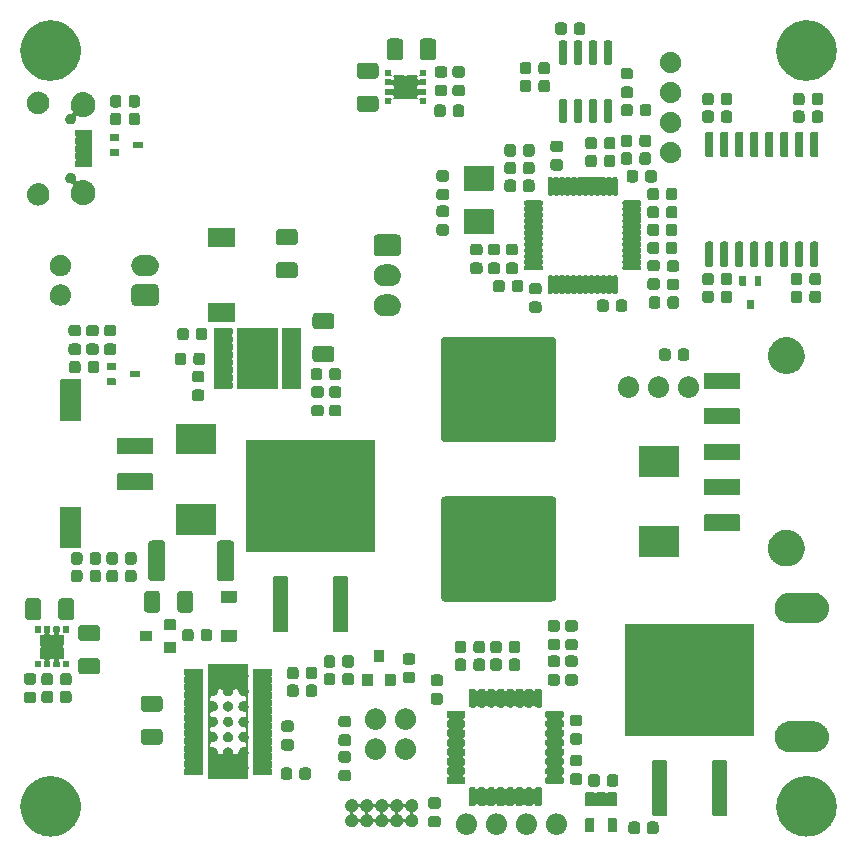
<source format=gbr>
%TF.GenerationSoftware,KiCad,Pcbnew,5.99.0-unknown-6252493~100~ubuntu18.04.1*%
%TF.CreationDate,2020-02-26T18:10:23+08:00*%
%TF.ProjectId,blue_interface_board,626c7565-5f69-46e7-9465-72666163655f,rev?*%
%TF.SameCoordinates,Original*%
%TF.FileFunction,Soldermask,Top*%
%TF.FilePolarity,Negative*%
%FSLAX46Y46*%
G04 Gerber Fmt 4.6, Leading zero omitted, Abs format (unit mm)*
G04 Created by KiCad (PCBNEW 5.99.0-unknown-6252493~100~ubuntu18.04.1) date 2020-02-26 18:10:23*
%MOMM*%
%LPD*%
G01*
G04 APERTURE LIST*
G04 APERTURE END LIST*
G36*
X92056864Y-123447535D02*
G01*
X92111487Y-123446581D01*
X92215543Y-123457518D01*
X92320357Y-123464112D01*
X92371983Y-123473960D01*
X92421836Y-123479200D01*
X92528308Y-123503781D01*
X92635662Y-123524260D01*
X92681442Y-123539135D01*
X92725897Y-123549398D01*
X92832958Y-123588365D01*
X92940942Y-123623451D01*
X92980504Y-123642067D01*
X93019146Y-123656132D01*
X93124869Y-123710001D01*
X93231383Y-123760122D01*
X93264555Y-123781174D01*
X93297194Y-123797804D01*
X93399555Y-123866848D01*
X93502404Y-123932118D01*
X93529261Y-123954336D01*
X93555901Y-123972305D01*
X93652757Y-124056500D01*
X93749732Y-124136725D01*
X93770562Y-124158907D01*
X93791422Y-124177040D01*
X93880665Y-124276155D01*
X93969465Y-124370717D01*
X93984741Y-124391743D01*
X94000229Y-124408944D01*
X94079764Y-124522531D01*
X94158138Y-124630404D01*
X94168516Y-124649281D01*
X94179222Y-124664571D01*
X94246989Y-124792023D01*
X94312777Y-124911690D01*
X94319075Y-124927598D01*
X94325725Y-124940104D01*
X94379764Y-125080879D01*
X94430941Y-125210139D01*
X94434091Y-125222406D01*
X94437560Y-125231444D01*
X94476111Y-125386066D01*
X94510768Y-125521045D01*
X94511798Y-125529199D01*
X94513054Y-125534236D01*
X94534511Y-125708992D01*
X94550999Y-125839505D01*
X94550999Y-126160495D01*
X94540345Y-126244834D01*
X94539137Y-126290948D01*
X94522851Y-126383311D01*
X94510768Y-126478955D01*
X94495501Y-126538415D01*
X94485232Y-126596654D01*
X94455992Y-126692294D01*
X94430941Y-126789861D01*
X94409966Y-126842837D01*
X94393995Y-126895077D01*
X94351441Y-126990656D01*
X94312777Y-127088310D01*
X94287458Y-127134365D01*
X94267068Y-127180162D01*
X94210781Y-127273839D01*
X94158138Y-127369596D01*
X94129849Y-127408533D01*
X94106343Y-127447653D01*
X94036181Y-127537456D01*
X93969465Y-127629283D01*
X93939542Y-127661148D01*
X93914225Y-127693552D01*
X93830327Y-127777450D01*
X93749732Y-127863275D01*
X93719454Y-127888323D01*
X93693552Y-127914225D01*
X93596253Y-127990244D01*
X93502404Y-128067882D01*
X93472981Y-128086554D01*
X93447653Y-128106343D01*
X93337621Y-128172457D01*
X93231383Y-128239878D01*
X93203856Y-128252831D01*
X93180162Y-128267068D01*
X93058322Y-128321314D01*
X92940942Y-128376549D01*
X92916220Y-128384582D01*
X92895077Y-128393995D01*
X92762511Y-128434524D01*
X92635662Y-128475740D01*
X92614492Y-128479778D01*
X92596654Y-128485232D01*
X92454551Y-128510289D01*
X92320357Y-128535888D01*
X92303281Y-128536962D01*
X92289332Y-128539422D01*
X92138751Y-128547314D01*
X92000000Y-128556043D01*
X91987359Y-128555248D01*
X91977698Y-128555754D01*
X91818827Y-128544645D01*
X91679643Y-128535888D01*
X91671565Y-128534347D01*
X91666387Y-128533985D01*
X91493581Y-128500394D01*
X91364338Y-128475740D01*
X91360753Y-128474575D01*
X91360068Y-128474442D01*
X91063274Y-128378008D01*
X91062644Y-128377714D01*
X91059058Y-128376549D01*
X90939856Y-128320457D01*
X90780454Y-128246126D01*
X90776061Y-128243381D01*
X90768617Y-128239878D01*
X90650860Y-128165147D01*
X90515808Y-128080757D01*
X90508288Y-128074667D01*
X90497596Y-128067882D01*
X90390514Y-127979297D01*
X90273298Y-127884377D01*
X90263455Y-127874184D01*
X90250268Y-127863275D01*
X90156744Y-127763682D01*
X90056514Y-127659891D01*
X90045287Y-127644992D01*
X90030535Y-127629283D01*
X89952157Y-127521405D01*
X89868711Y-127410668D01*
X89857134Y-127390617D01*
X89841862Y-127369596D01*
X89779377Y-127255937D01*
X89712680Y-127140414D01*
X89701880Y-127114971D01*
X89687223Y-127088310D01*
X89640899Y-126971308D01*
X89590750Y-126853165D01*
X89581892Y-126822273D01*
X89569059Y-126789861D01*
X89538765Y-126671873D01*
X89504731Y-126553184D01*
X89499000Y-126516998D01*
X89489232Y-126478955D01*
X89474483Y-126362202D01*
X89455915Y-126244970D01*
X89454480Y-126203863D01*
X89449001Y-126160495D01*
X89449001Y-126046960D01*
X89445025Y-125933091D01*
X89449001Y-125887644D01*
X89449001Y-125839505D01*
X89462698Y-125731081D01*
X89472222Y-125622221D01*
X89482646Y-125573182D01*
X89489232Y-125521045D01*
X89515346Y-125419338D01*
X89537102Y-125316983D01*
X89554891Y-125265320D01*
X89569059Y-125210139D01*
X89606136Y-125116493D01*
X89638702Y-125021914D01*
X89664629Y-124968755D01*
X89687223Y-124911690D01*
X89733659Y-124827224D01*
X89775499Y-124741439D01*
X89810173Y-124688046D01*
X89841862Y-124630404D01*
X89895969Y-124555932D01*
X89945459Y-124479724D01*
X89989277Y-124427504D01*
X90030535Y-124370717D01*
X90090587Y-124306768D01*
X90146051Y-124240669D01*
X90199201Y-124191105D01*
X90250268Y-124136725D01*
X90314499Y-124083589D01*
X90374281Y-124027841D01*
X90436746Y-123982458D01*
X90497596Y-123932118D01*
X90564274Y-123889803D01*
X90626739Y-123844419D01*
X90698232Y-123804790D01*
X90768617Y-123760122D01*
X90836119Y-123728358D01*
X90899683Y-123693124D01*
X90979683Y-123660802D01*
X91059058Y-123623451D01*
X91125822Y-123601758D01*
X91189014Y-123576227D01*
X91276764Y-123552714D01*
X91364338Y-123524260D01*
X91428970Y-123511931D01*
X91490443Y-123495459D01*
X91584923Y-123482181D01*
X91679643Y-123464112D01*
X91740926Y-123460256D01*
X91799475Y-123452028D01*
X91899458Y-123450283D01*
X92000000Y-123443957D01*
X92056864Y-123447535D01*
G37*
G36*
X156056864Y-123447535D02*
G01*
X156111487Y-123446581D01*
X156215543Y-123457518D01*
X156320357Y-123464112D01*
X156371983Y-123473960D01*
X156421836Y-123479200D01*
X156528308Y-123503781D01*
X156635662Y-123524260D01*
X156681442Y-123539135D01*
X156725897Y-123549398D01*
X156832958Y-123588365D01*
X156940942Y-123623451D01*
X156980504Y-123642067D01*
X157019146Y-123656132D01*
X157124869Y-123710001D01*
X157231383Y-123760122D01*
X157264555Y-123781174D01*
X157297194Y-123797804D01*
X157399555Y-123866848D01*
X157502404Y-123932118D01*
X157529261Y-123954336D01*
X157555901Y-123972305D01*
X157652757Y-124056500D01*
X157749732Y-124136725D01*
X157770562Y-124158907D01*
X157791422Y-124177040D01*
X157880665Y-124276155D01*
X157969465Y-124370717D01*
X157984741Y-124391743D01*
X158000229Y-124408944D01*
X158079764Y-124522531D01*
X158158138Y-124630404D01*
X158168516Y-124649281D01*
X158179222Y-124664571D01*
X158246989Y-124792023D01*
X158312777Y-124911690D01*
X158319075Y-124927598D01*
X158325725Y-124940104D01*
X158379764Y-125080879D01*
X158430941Y-125210139D01*
X158434091Y-125222406D01*
X158437560Y-125231444D01*
X158476111Y-125386066D01*
X158510768Y-125521045D01*
X158511798Y-125529199D01*
X158513054Y-125534236D01*
X158534511Y-125708992D01*
X158550999Y-125839505D01*
X158550999Y-126160495D01*
X158540345Y-126244834D01*
X158539137Y-126290948D01*
X158522851Y-126383311D01*
X158510768Y-126478955D01*
X158495501Y-126538415D01*
X158485232Y-126596654D01*
X158455992Y-126692294D01*
X158430941Y-126789861D01*
X158409966Y-126842837D01*
X158393995Y-126895077D01*
X158351441Y-126990656D01*
X158312777Y-127088310D01*
X158287458Y-127134365D01*
X158267068Y-127180162D01*
X158210781Y-127273839D01*
X158158138Y-127369596D01*
X158129849Y-127408533D01*
X158106343Y-127447653D01*
X158036181Y-127537456D01*
X157969465Y-127629283D01*
X157939542Y-127661148D01*
X157914225Y-127693552D01*
X157830327Y-127777450D01*
X157749732Y-127863275D01*
X157719454Y-127888323D01*
X157693552Y-127914225D01*
X157596253Y-127990244D01*
X157502404Y-128067882D01*
X157472981Y-128086554D01*
X157447653Y-128106343D01*
X157337621Y-128172457D01*
X157231383Y-128239878D01*
X157203856Y-128252831D01*
X157180162Y-128267068D01*
X157058322Y-128321314D01*
X156940942Y-128376549D01*
X156916220Y-128384582D01*
X156895077Y-128393995D01*
X156762511Y-128434524D01*
X156635662Y-128475740D01*
X156614492Y-128479778D01*
X156596654Y-128485232D01*
X156454551Y-128510289D01*
X156320357Y-128535888D01*
X156303281Y-128536962D01*
X156289332Y-128539422D01*
X156138751Y-128547314D01*
X156000000Y-128556043D01*
X155987359Y-128555248D01*
X155977698Y-128555754D01*
X155818827Y-128544645D01*
X155679643Y-128535888D01*
X155671565Y-128534347D01*
X155666387Y-128533985D01*
X155493581Y-128500394D01*
X155364338Y-128475740D01*
X155360753Y-128474575D01*
X155360068Y-128474442D01*
X155063274Y-128378008D01*
X155062644Y-128377714D01*
X155059058Y-128376549D01*
X154939856Y-128320457D01*
X154780454Y-128246126D01*
X154776061Y-128243381D01*
X154768617Y-128239878D01*
X154650860Y-128165147D01*
X154515808Y-128080757D01*
X154508288Y-128074667D01*
X154497596Y-128067882D01*
X154390514Y-127979297D01*
X154273298Y-127884377D01*
X154263455Y-127874184D01*
X154250268Y-127863275D01*
X154156744Y-127763682D01*
X154056514Y-127659891D01*
X154045287Y-127644992D01*
X154030535Y-127629283D01*
X153952157Y-127521405D01*
X153868711Y-127410668D01*
X153857134Y-127390617D01*
X153841862Y-127369596D01*
X153779377Y-127255937D01*
X153712680Y-127140414D01*
X153701880Y-127114971D01*
X153687223Y-127088310D01*
X153640899Y-126971308D01*
X153590750Y-126853165D01*
X153581892Y-126822273D01*
X153569059Y-126789861D01*
X153538765Y-126671873D01*
X153504731Y-126553184D01*
X153499000Y-126516998D01*
X153489232Y-126478955D01*
X153474483Y-126362202D01*
X153455915Y-126244970D01*
X153454480Y-126203863D01*
X153449001Y-126160495D01*
X153449001Y-126046960D01*
X153445025Y-125933091D01*
X153449001Y-125887644D01*
X153449001Y-125839505D01*
X153462698Y-125731081D01*
X153472222Y-125622221D01*
X153482646Y-125573182D01*
X153489232Y-125521045D01*
X153515346Y-125419338D01*
X153537102Y-125316983D01*
X153554891Y-125265320D01*
X153569059Y-125210139D01*
X153606136Y-125116493D01*
X153638702Y-125021914D01*
X153664629Y-124968755D01*
X153687223Y-124911690D01*
X153733659Y-124827224D01*
X153775499Y-124741439D01*
X153810173Y-124688046D01*
X153841862Y-124630404D01*
X153895969Y-124555932D01*
X153945459Y-124479724D01*
X153989277Y-124427504D01*
X154030535Y-124370717D01*
X154090587Y-124306768D01*
X154146051Y-124240669D01*
X154199201Y-124191105D01*
X154250268Y-124136725D01*
X154314499Y-124083589D01*
X154374281Y-124027841D01*
X154436746Y-123982458D01*
X154497596Y-123932118D01*
X154564274Y-123889803D01*
X154626739Y-123844419D01*
X154698232Y-123804790D01*
X154768617Y-123760122D01*
X154836119Y-123728358D01*
X154899683Y-123693124D01*
X154979683Y-123660802D01*
X155059058Y-123623451D01*
X155125822Y-123601758D01*
X155189014Y-123576227D01*
X155276764Y-123552714D01*
X155364338Y-123524260D01*
X155428970Y-123511931D01*
X155490443Y-123495459D01*
X155584923Y-123482181D01*
X155679643Y-123464112D01*
X155740926Y-123460256D01*
X155799475Y-123452028D01*
X155899458Y-123450283D01*
X156000000Y-123443957D01*
X156056864Y-123447535D01*
G37*
G36*
X132329902Y-126599283D02*
G01*
X132374637Y-126599595D01*
X132418460Y-126608590D01*
X132468360Y-126613835D01*
X132510132Y-126627408D01*
X132547723Y-126635124D01*
X132594851Y-126654935D01*
X132648488Y-126672363D01*
X132681099Y-126691191D01*
X132710614Y-126703598D01*
X132758301Y-126735763D01*
X132812511Y-126767061D01*
X132835826Y-126788054D01*
X132857101Y-126802404D01*
X132902183Y-126847802D01*
X132953261Y-126893793D01*
X132968003Y-126914083D01*
X132981608Y-126927784D01*
X133020643Y-126986537D01*
X133064586Y-127047019D01*
X133072221Y-127064168D01*
X133079388Y-127074955D01*
X133108865Y-127146472D01*
X133141621Y-127220042D01*
X133144211Y-127232225D01*
X133146724Y-127238323D01*
X133163292Y-127321997D01*
X133180999Y-127405301D01*
X133180999Y-127594699D01*
X133178115Y-127608269D01*
X133178030Y-127614331D01*
X133159342Y-127696585D01*
X133141621Y-127779958D01*
X133139129Y-127785555D01*
X133139078Y-127785780D01*
X133067210Y-127947197D01*
X133067078Y-127947385D01*
X133064586Y-127952981D01*
X133014480Y-128021946D01*
X132965357Y-128091582D01*
X132960585Y-128096126D01*
X132953261Y-128106207D01*
X132893396Y-128160110D01*
X132837396Y-128213438D01*
X132826464Y-128220376D01*
X132812511Y-128232939D01*
X132747764Y-128270321D01*
X132688211Y-128308114D01*
X132670209Y-128315097D01*
X132648488Y-128327637D01*
X132583115Y-128348878D01*
X132523468Y-128372014D01*
X132498200Y-128376469D01*
X132468360Y-128386165D01*
X132406095Y-128392709D01*
X132349460Y-128402695D01*
X132317459Y-128402025D01*
X132280000Y-128405962D01*
X132223902Y-128400066D01*
X132172799Y-128398996D01*
X132135323Y-128390756D01*
X132091640Y-128386165D01*
X132043917Y-128370659D01*
X132000225Y-128361052D01*
X131959230Y-128343142D01*
X131911512Y-128327637D01*
X131873473Y-128305675D01*
X131838310Y-128290313D01*
X131796337Y-128261141D01*
X131747489Y-128232939D01*
X131719504Y-128207741D01*
X131693215Y-128189470D01*
X131653257Y-128148092D01*
X131606739Y-128106207D01*
X131588296Y-128080823D01*
X131570473Y-128062366D01*
X131535821Y-128008597D01*
X131495414Y-127952981D01*
X131485212Y-127930066D01*
X131474754Y-127913839D01*
X131448789Y-127848261D01*
X131418379Y-127779958D01*
X131414476Y-127761596D01*
X131409707Y-127749551D01*
X131395740Y-127673448D01*
X131379001Y-127594699D01*
X131379001Y-127582246D01*
X131377811Y-127575762D01*
X131379001Y-127490535D01*
X131379001Y-127405301D01*
X131380275Y-127399308D01*
X131380278Y-127399077D01*
X131417015Y-127226246D01*
X131417105Y-127226036D01*
X131418379Y-127220042D01*
X131453042Y-127142188D01*
X131486622Y-127063839D01*
X131490348Y-127058397D01*
X131495414Y-127047019D01*
X131542746Y-126981872D01*
X131586452Y-126918041D01*
X131595706Y-126908979D01*
X131606739Y-126893793D01*
X131662297Y-126843769D01*
X131712693Y-126794417D01*
X131728848Y-126783846D01*
X131747489Y-126767061D01*
X131807026Y-126732687D01*
X131860551Y-126697662D01*
X131884340Y-126688050D01*
X131911512Y-126672363D01*
X131971045Y-126653019D01*
X132024376Y-126631472D01*
X132055820Y-126625474D01*
X132091640Y-126613835D01*
X132147744Y-126607938D01*
X132197945Y-126598362D01*
X132236312Y-126598630D01*
X132280000Y-126594038D01*
X132329902Y-126599283D01*
G37*
G36*
X134869902Y-126599283D02*
G01*
X134914637Y-126599595D01*
X134958460Y-126608590D01*
X135008360Y-126613835D01*
X135050132Y-126627408D01*
X135087723Y-126635124D01*
X135134851Y-126654935D01*
X135188488Y-126672363D01*
X135221099Y-126691191D01*
X135250614Y-126703598D01*
X135298301Y-126735763D01*
X135352511Y-126767061D01*
X135375826Y-126788054D01*
X135397101Y-126802404D01*
X135442183Y-126847802D01*
X135493261Y-126893793D01*
X135508003Y-126914083D01*
X135521608Y-126927784D01*
X135560643Y-126986537D01*
X135604586Y-127047019D01*
X135612221Y-127064168D01*
X135619388Y-127074955D01*
X135648865Y-127146472D01*
X135681621Y-127220042D01*
X135684211Y-127232225D01*
X135686724Y-127238323D01*
X135703292Y-127321997D01*
X135720999Y-127405301D01*
X135720999Y-127594699D01*
X135718115Y-127608269D01*
X135718030Y-127614331D01*
X135699342Y-127696585D01*
X135681621Y-127779958D01*
X135679129Y-127785555D01*
X135679078Y-127785780D01*
X135607210Y-127947197D01*
X135607078Y-127947385D01*
X135604586Y-127952981D01*
X135554480Y-128021946D01*
X135505357Y-128091582D01*
X135500585Y-128096126D01*
X135493261Y-128106207D01*
X135433396Y-128160110D01*
X135377396Y-128213438D01*
X135366464Y-128220376D01*
X135352511Y-128232939D01*
X135287764Y-128270321D01*
X135228211Y-128308114D01*
X135210209Y-128315097D01*
X135188488Y-128327637D01*
X135123115Y-128348878D01*
X135063468Y-128372014D01*
X135038200Y-128376469D01*
X135008360Y-128386165D01*
X134946095Y-128392709D01*
X134889460Y-128402695D01*
X134857459Y-128402025D01*
X134820000Y-128405962D01*
X134763902Y-128400066D01*
X134712799Y-128398996D01*
X134675323Y-128390756D01*
X134631640Y-128386165D01*
X134583917Y-128370659D01*
X134540225Y-128361052D01*
X134499230Y-128343142D01*
X134451512Y-128327637D01*
X134413473Y-128305675D01*
X134378310Y-128290313D01*
X134336337Y-128261141D01*
X134287489Y-128232939D01*
X134259504Y-128207741D01*
X134233215Y-128189470D01*
X134193257Y-128148092D01*
X134146739Y-128106207D01*
X134128296Y-128080823D01*
X134110473Y-128062366D01*
X134075821Y-128008597D01*
X134035414Y-127952981D01*
X134025212Y-127930066D01*
X134014754Y-127913839D01*
X133988789Y-127848261D01*
X133958379Y-127779958D01*
X133954476Y-127761596D01*
X133949707Y-127749551D01*
X133935740Y-127673448D01*
X133919001Y-127594699D01*
X133919001Y-127582246D01*
X133917811Y-127575762D01*
X133919001Y-127490535D01*
X133919001Y-127405301D01*
X133920275Y-127399308D01*
X133920278Y-127399077D01*
X133957015Y-127226246D01*
X133957105Y-127226036D01*
X133958379Y-127220042D01*
X133993042Y-127142188D01*
X134026622Y-127063839D01*
X134030348Y-127058397D01*
X134035414Y-127047019D01*
X134082746Y-126981872D01*
X134126452Y-126918041D01*
X134135706Y-126908979D01*
X134146739Y-126893793D01*
X134202297Y-126843769D01*
X134252693Y-126794417D01*
X134268848Y-126783846D01*
X134287489Y-126767061D01*
X134347026Y-126732687D01*
X134400551Y-126697662D01*
X134424340Y-126688050D01*
X134451512Y-126672363D01*
X134511045Y-126653019D01*
X134564376Y-126631472D01*
X134595820Y-126625474D01*
X134631640Y-126613835D01*
X134687744Y-126607938D01*
X134737945Y-126598362D01*
X134776312Y-126598630D01*
X134820000Y-126594038D01*
X134869902Y-126599283D01*
G37*
G36*
X129789902Y-126599283D02*
G01*
X129834637Y-126599595D01*
X129878460Y-126608590D01*
X129928360Y-126613835D01*
X129970132Y-126627408D01*
X130007723Y-126635124D01*
X130054851Y-126654935D01*
X130108488Y-126672363D01*
X130141099Y-126691191D01*
X130170614Y-126703598D01*
X130218301Y-126735763D01*
X130272511Y-126767061D01*
X130295826Y-126788054D01*
X130317101Y-126802404D01*
X130362183Y-126847802D01*
X130413261Y-126893793D01*
X130428003Y-126914083D01*
X130441608Y-126927784D01*
X130480643Y-126986537D01*
X130524586Y-127047019D01*
X130532221Y-127064168D01*
X130539388Y-127074955D01*
X130568865Y-127146472D01*
X130601621Y-127220042D01*
X130604211Y-127232225D01*
X130606724Y-127238323D01*
X130623292Y-127321997D01*
X130640999Y-127405301D01*
X130640999Y-127594699D01*
X130638115Y-127608269D01*
X130638030Y-127614331D01*
X130619342Y-127696585D01*
X130601621Y-127779958D01*
X130599129Y-127785555D01*
X130599078Y-127785780D01*
X130527210Y-127947197D01*
X130527078Y-127947385D01*
X130524586Y-127952981D01*
X130474480Y-128021946D01*
X130425357Y-128091582D01*
X130420585Y-128096126D01*
X130413261Y-128106207D01*
X130353396Y-128160110D01*
X130297396Y-128213438D01*
X130286464Y-128220376D01*
X130272511Y-128232939D01*
X130207764Y-128270321D01*
X130148211Y-128308114D01*
X130130209Y-128315097D01*
X130108488Y-128327637D01*
X130043115Y-128348878D01*
X129983468Y-128372014D01*
X129958200Y-128376469D01*
X129928360Y-128386165D01*
X129866095Y-128392709D01*
X129809460Y-128402695D01*
X129777459Y-128402025D01*
X129740000Y-128405962D01*
X129683902Y-128400066D01*
X129632799Y-128398996D01*
X129595323Y-128390756D01*
X129551640Y-128386165D01*
X129503917Y-128370659D01*
X129460225Y-128361052D01*
X129419230Y-128343142D01*
X129371512Y-128327637D01*
X129333473Y-128305675D01*
X129298310Y-128290313D01*
X129256337Y-128261141D01*
X129207489Y-128232939D01*
X129179504Y-128207741D01*
X129153215Y-128189470D01*
X129113257Y-128148092D01*
X129066739Y-128106207D01*
X129048296Y-128080823D01*
X129030473Y-128062366D01*
X128995821Y-128008597D01*
X128955414Y-127952981D01*
X128945212Y-127930066D01*
X128934754Y-127913839D01*
X128908789Y-127848261D01*
X128878379Y-127779958D01*
X128874476Y-127761596D01*
X128869707Y-127749551D01*
X128855740Y-127673448D01*
X128839001Y-127594699D01*
X128839001Y-127582246D01*
X128837811Y-127575762D01*
X128839001Y-127490535D01*
X128839001Y-127405301D01*
X128840275Y-127399308D01*
X128840278Y-127399077D01*
X128877015Y-127226246D01*
X128877105Y-127226036D01*
X128878379Y-127220042D01*
X128913042Y-127142188D01*
X128946622Y-127063839D01*
X128950348Y-127058397D01*
X128955414Y-127047019D01*
X129002746Y-126981872D01*
X129046452Y-126918041D01*
X129055706Y-126908979D01*
X129066739Y-126893793D01*
X129122297Y-126843769D01*
X129172693Y-126794417D01*
X129188848Y-126783846D01*
X129207489Y-126767061D01*
X129267026Y-126732687D01*
X129320551Y-126697662D01*
X129344340Y-126688050D01*
X129371512Y-126672363D01*
X129431045Y-126653019D01*
X129484376Y-126631472D01*
X129515820Y-126625474D01*
X129551640Y-126613835D01*
X129607744Y-126607938D01*
X129657945Y-126598362D01*
X129696312Y-126598630D01*
X129740000Y-126594038D01*
X129789902Y-126599283D01*
G37*
G36*
X127249902Y-126599283D02*
G01*
X127294637Y-126599595D01*
X127338460Y-126608590D01*
X127388360Y-126613835D01*
X127430132Y-126627408D01*
X127467723Y-126635124D01*
X127514851Y-126654935D01*
X127568488Y-126672363D01*
X127601099Y-126691191D01*
X127630614Y-126703598D01*
X127678301Y-126735763D01*
X127732511Y-126767061D01*
X127755826Y-126788054D01*
X127777101Y-126802404D01*
X127822183Y-126847802D01*
X127873261Y-126893793D01*
X127888003Y-126914083D01*
X127901608Y-126927784D01*
X127940643Y-126986537D01*
X127984586Y-127047019D01*
X127992221Y-127064168D01*
X127999388Y-127074955D01*
X128028865Y-127146472D01*
X128061621Y-127220042D01*
X128064211Y-127232225D01*
X128066724Y-127238323D01*
X128083292Y-127321997D01*
X128100999Y-127405301D01*
X128100999Y-127594699D01*
X128098115Y-127608269D01*
X128098030Y-127614331D01*
X128079342Y-127696585D01*
X128061621Y-127779958D01*
X128059129Y-127785555D01*
X128059078Y-127785780D01*
X127987210Y-127947197D01*
X127987078Y-127947385D01*
X127984586Y-127952981D01*
X127934480Y-128021946D01*
X127885357Y-128091582D01*
X127880585Y-128096126D01*
X127873261Y-128106207D01*
X127813396Y-128160110D01*
X127757396Y-128213438D01*
X127746464Y-128220376D01*
X127732511Y-128232939D01*
X127667764Y-128270321D01*
X127608211Y-128308114D01*
X127590209Y-128315097D01*
X127568488Y-128327637D01*
X127503115Y-128348878D01*
X127443468Y-128372014D01*
X127418200Y-128376469D01*
X127388360Y-128386165D01*
X127326095Y-128392709D01*
X127269460Y-128402695D01*
X127237459Y-128402025D01*
X127200000Y-128405962D01*
X127143902Y-128400066D01*
X127092799Y-128398996D01*
X127055323Y-128390756D01*
X127011640Y-128386165D01*
X126963917Y-128370659D01*
X126920225Y-128361052D01*
X126879230Y-128343142D01*
X126831512Y-128327637D01*
X126793473Y-128305675D01*
X126758310Y-128290313D01*
X126716337Y-128261141D01*
X126667489Y-128232939D01*
X126639504Y-128207741D01*
X126613215Y-128189470D01*
X126573257Y-128148092D01*
X126526739Y-128106207D01*
X126508296Y-128080823D01*
X126490473Y-128062366D01*
X126455821Y-128008597D01*
X126415414Y-127952981D01*
X126405212Y-127930066D01*
X126394754Y-127913839D01*
X126368789Y-127848261D01*
X126338379Y-127779958D01*
X126334476Y-127761596D01*
X126329707Y-127749551D01*
X126315740Y-127673448D01*
X126299001Y-127594699D01*
X126299001Y-127582246D01*
X126297811Y-127575762D01*
X126299001Y-127490535D01*
X126299001Y-127405301D01*
X126300275Y-127399308D01*
X126300278Y-127399077D01*
X126337015Y-127226246D01*
X126337105Y-127226036D01*
X126338379Y-127220042D01*
X126373042Y-127142188D01*
X126406622Y-127063839D01*
X126410348Y-127058397D01*
X126415414Y-127047019D01*
X126462746Y-126981872D01*
X126506452Y-126918041D01*
X126515706Y-126908979D01*
X126526739Y-126893793D01*
X126582297Y-126843769D01*
X126632693Y-126794417D01*
X126648848Y-126783846D01*
X126667489Y-126767061D01*
X126727026Y-126732687D01*
X126780551Y-126697662D01*
X126804340Y-126688050D01*
X126831512Y-126672363D01*
X126891045Y-126653019D01*
X126944376Y-126631472D01*
X126975820Y-126625474D01*
X127011640Y-126613835D01*
X127067744Y-126607938D01*
X127117945Y-126598362D01*
X127156312Y-126598630D01*
X127200000Y-126594038D01*
X127249902Y-126599283D01*
G37*
G36*
X141626231Y-127273001D02*
G01*
X141626964Y-127273001D01*
X141629829Y-127273571D01*
X141712918Y-127286731D01*
X141723760Y-127292255D01*
X141732215Y-127293937D01*
X141748768Y-127304998D01*
X141789054Y-127325524D01*
X141808316Y-127344786D01*
X141821443Y-127353557D01*
X141830214Y-127366684D01*
X141849476Y-127385946D01*
X141870002Y-127426232D01*
X141881063Y-127442785D01*
X141882745Y-127451240D01*
X141888269Y-127462082D01*
X141901429Y-127545171D01*
X141901999Y-127548036D01*
X141901999Y-127548769D01*
X141903194Y-127556314D01*
X141903194Y-128043686D01*
X141901999Y-128051231D01*
X141901999Y-128051964D01*
X141901429Y-128054829D01*
X141888269Y-128137918D01*
X141882745Y-128148760D01*
X141881063Y-128157215D01*
X141870002Y-128173768D01*
X141849476Y-128214054D01*
X141830214Y-128233316D01*
X141821443Y-128246443D01*
X141808316Y-128255214D01*
X141789054Y-128274476D01*
X141748768Y-128295002D01*
X141732215Y-128306063D01*
X141723760Y-128307745D01*
X141712918Y-128313269D01*
X141629829Y-128326429D01*
X141626964Y-128326999D01*
X141626231Y-128326999D01*
X141618686Y-128328194D01*
X141206314Y-128328194D01*
X141198769Y-128326999D01*
X141198036Y-128326999D01*
X141195171Y-128326429D01*
X141112082Y-128313269D01*
X141101240Y-128307745D01*
X141092785Y-128306063D01*
X141076232Y-128295002D01*
X141035946Y-128274476D01*
X141016684Y-128255214D01*
X141003557Y-128246443D01*
X140994786Y-128233316D01*
X140975524Y-128214054D01*
X140954998Y-128173768D01*
X140943937Y-128157215D01*
X140942255Y-128148760D01*
X140936731Y-128137918D01*
X140923571Y-128054829D01*
X140923001Y-128051964D01*
X140923001Y-128051231D01*
X140921806Y-128043686D01*
X140921806Y-127556314D01*
X140923001Y-127548769D01*
X140923001Y-127548036D01*
X140923571Y-127545171D01*
X140936731Y-127462082D01*
X140942255Y-127451240D01*
X140943937Y-127442785D01*
X140954998Y-127426232D01*
X140975524Y-127385946D01*
X140994786Y-127366684D01*
X141003557Y-127353557D01*
X141016684Y-127344786D01*
X141035946Y-127325524D01*
X141076232Y-127304998D01*
X141092785Y-127293937D01*
X141101240Y-127292255D01*
X141112082Y-127286731D01*
X141195171Y-127273571D01*
X141198036Y-127273001D01*
X141198769Y-127273001D01*
X141206314Y-127271806D01*
X141618686Y-127271806D01*
X141626231Y-127273001D01*
G37*
G36*
X143201231Y-127273001D02*
G01*
X143201964Y-127273001D01*
X143204829Y-127273571D01*
X143287918Y-127286731D01*
X143298760Y-127292255D01*
X143307215Y-127293937D01*
X143323768Y-127304998D01*
X143364054Y-127325524D01*
X143383316Y-127344786D01*
X143396443Y-127353557D01*
X143405214Y-127366684D01*
X143424476Y-127385946D01*
X143445002Y-127426232D01*
X143456063Y-127442785D01*
X143457745Y-127451240D01*
X143463269Y-127462082D01*
X143476429Y-127545171D01*
X143476999Y-127548036D01*
X143476999Y-127548769D01*
X143478194Y-127556314D01*
X143478194Y-128043686D01*
X143476999Y-128051231D01*
X143476999Y-128051964D01*
X143476429Y-128054829D01*
X143463269Y-128137918D01*
X143457745Y-128148760D01*
X143456063Y-128157215D01*
X143445002Y-128173768D01*
X143424476Y-128214054D01*
X143405214Y-128233316D01*
X143396443Y-128246443D01*
X143383316Y-128255214D01*
X143364054Y-128274476D01*
X143323768Y-128295002D01*
X143307215Y-128306063D01*
X143298760Y-128307745D01*
X143287918Y-128313269D01*
X143204829Y-128326429D01*
X143201964Y-128326999D01*
X143201231Y-128326999D01*
X143193686Y-128328194D01*
X142781314Y-128328194D01*
X142773769Y-128326999D01*
X142773036Y-128326999D01*
X142770171Y-128326429D01*
X142687082Y-128313269D01*
X142676240Y-128307745D01*
X142667785Y-128306063D01*
X142651232Y-128295002D01*
X142610946Y-128274476D01*
X142591684Y-128255214D01*
X142578557Y-128246443D01*
X142569786Y-128233316D01*
X142550524Y-128214054D01*
X142529998Y-128173768D01*
X142518937Y-128157215D01*
X142517255Y-128148760D01*
X142511731Y-128137918D01*
X142498571Y-128054829D01*
X142498001Y-128051964D01*
X142498001Y-128051231D01*
X142496806Y-128043686D01*
X142496806Y-127556314D01*
X142498001Y-127548769D01*
X142498001Y-127548036D01*
X142498571Y-127545171D01*
X142511731Y-127462082D01*
X142517255Y-127451240D01*
X142518937Y-127442785D01*
X142529998Y-127426232D01*
X142550524Y-127385946D01*
X142569786Y-127366684D01*
X142578557Y-127353557D01*
X142591684Y-127344786D01*
X142610946Y-127325524D01*
X142651232Y-127304998D01*
X142667785Y-127293937D01*
X142676240Y-127292255D01*
X142687082Y-127286731D01*
X142770171Y-127273571D01*
X142773036Y-127273001D01*
X142773769Y-127273001D01*
X142781314Y-127271806D01*
X143193686Y-127271806D01*
X143201231Y-127273001D01*
G37*
G36*
X139894899Y-127021959D02*
G01*
X139911769Y-127033231D01*
X139923041Y-127050101D01*
X139929448Y-127082312D01*
X139929448Y-128117688D01*
X139926999Y-128130000D01*
X139923041Y-128149899D01*
X139911769Y-128166769D01*
X139894899Y-128178041D01*
X139875000Y-128181999D01*
X139862688Y-128184448D01*
X139237312Y-128184448D01*
X139205101Y-128178041D01*
X139188231Y-128166769D01*
X139176959Y-128149899D01*
X139170552Y-128117688D01*
X139170552Y-127082312D01*
X139176959Y-127050101D01*
X139188231Y-127033231D01*
X139205101Y-127021959D01*
X139237312Y-127015552D01*
X139862688Y-127015552D01*
X139894899Y-127021959D01*
G37*
G36*
X137994899Y-127021959D02*
G01*
X138011769Y-127033231D01*
X138023041Y-127050101D01*
X138029448Y-127082312D01*
X138029448Y-128117688D01*
X138026999Y-128130000D01*
X138023041Y-128149899D01*
X138011769Y-128166769D01*
X137994899Y-128178041D01*
X137975000Y-128181999D01*
X137962688Y-128184448D01*
X137337312Y-128184448D01*
X137305101Y-128178041D01*
X137288231Y-128166769D01*
X137276959Y-128149899D01*
X137270552Y-128117688D01*
X137270552Y-127082312D01*
X137276959Y-127050101D01*
X137288231Y-127033231D01*
X137305101Y-127021959D01*
X137337312Y-127015552D01*
X137962688Y-127015552D01*
X137994899Y-127021959D01*
G37*
G36*
X124751231Y-126798001D02*
G01*
X124751964Y-126798001D01*
X124754829Y-126798571D01*
X124837918Y-126811731D01*
X124848760Y-126817255D01*
X124857215Y-126818937D01*
X124873768Y-126829998D01*
X124914054Y-126850524D01*
X124933316Y-126869786D01*
X124946443Y-126878557D01*
X124955214Y-126891684D01*
X124974476Y-126910946D01*
X124995002Y-126951232D01*
X125006063Y-126967785D01*
X125007745Y-126976240D01*
X125013269Y-126987082D01*
X125026429Y-127070171D01*
X125026999Y-127073036D01*
X125026999Y-127073769D01*
X125028194Y-127081314D01*
X125028194Y-127493686D01*
X125026999Y-127501231D01*
X125026999Y-127501964D01*
X125026429Y-127504829D01*
X125013269Y-127587918D01*
X125007745Y-127598760D01*
X125006063Y-127607215D01*
X124995002Y-127623768D01*
X124974476Y-127664054D01*
X124955214Y-127683316D01*
X124946443Y-127696443D01*
X124933316Y-127705214D01*
X124914054Y-127724476D01*
X124873768Y-127745002D01*
X124857215Y-127756063D01*
X124848760Y-127757745D01*
X124837918Y-127763269D01*
X124754829Y-127776429D01*
X124751964Y-127776999D01*
X124751231Y-127776999D01*
X124743686Y-127778194D01*
X124256314Y-127778194D01*
X124248769Y-127776999D01*
X124248036Y-127776999D01*
X124245171Y-127776429D01*
X124162082Y-127763269D01*
X124151240Y-127757745D01*
X124142785Y-127756063D01*
X124126232Y-127745002D01*
X124085946Y-127724476D01*
X124066684Y-127705214D01*
X124053557Y-127696443D01*
X124044786Y-127683316D01*
X124025524Y-127664054D01*
X124004998Y-127623768D01*
X123993937Y-127607215D01*
X123992255Y-127598760D01*
X123986731Y-127587918D01*
X123973571Y-127504829D01*
X123973001Y-127501964D01*
X123973001Y-127501231D01*
X123971806Y-127493686D01*
X123971806Y-127081314D01*
X123973001Y-127073769D01*
X123973001Y-127073036D01*
X123973571Y-127070171D01*
X123986731Y-126987082D01*
X123992255Y-126976240D01*
X123993937Y-126967785D01*
X124004998Y-126951232D01*
X124025524Y-126910946D01*
X124044786Y-126891684D01*
X124053557Y-126878557D01*
X124066684Y-126869786D01*
X124085946Y-126850524D01*
X124126232Y-126829998D01*
X124142785Y-126818937D01*
X124151240Y-126817255D01*
X124162082Y-126811731D01*
X124245171Y-126798571D01*
X124248036Y-126798001D01*
X124248769Y-126798001D01*
X124256314Y-126796806D01*
X124743686Y-126796806D01*
X124751231Y-126798001D01*
G37*
G36*
X122597381Y-125376783D02*
G01*
X122620734Y-125375314D01*
X122671992Y-125386209D01*
X122715218Y-125391670D01*
X122736974Y-125400021D01*
X122768399Y-125406701D01*
X122807154Y-125426961D01*
X122839724Y-125439464D01*
X122865993Y-125457721D01*
X122902185Y-125476642D01*
X122927727Y-125500628D01*
X122949239Y-125515579D01*
X122976135Y-125546086D01*
X123012233Y-125579985D01*
X123025865Y-125602493D01*
X123037433Y-125615615D01*
X123060289Y-125659334D01*
X123090437Y-125709114D01*
X123095164Y-125726043D01*
X123099220Y-125733802D01*
X123113047Y-125790095D01*
X123131034Y-125854518D01*
X123129333Y-126017006D01*
X123109987Y-126081082D01*
X123094997Y-126137026D01*
X123090781Y-126144695D01*
X123085699Y-126161527D01*
X123054508Y-126210676D01*
X123030747Y-126253898D01*
X123018908Y-126266772D01*
X123004808Y-126288991D01*
X122968006Y-126322128D01*
X122940478Y-126352064D01*
X122918657Y-126366562D01*
X122892620Y-126390006D01*
X122856045Y-126408162D01*
X122829394Y-126425869D01*
X122796566Y-126437688D01*
X122757399Y-126457130D01*
X122755977Y-126457401D01*
X122712869Y-126488909D01*
X122687503Y-126554615D01*
X122701686Y-126623605D01*
X122759557Y-126674822D01*
X122768399Y-126676701D01*
X122807151Y-126696960D01*
X122839726Y-126709464D01*
X122865999Y-126727725D01*
X122902185Y-126746642D01*
X122927726Y-126770627D01*
X122949239Y-126785579D01*
X122976135Y-126816086D01*
X123012233Y-126849985D01*
X123025865Y-126872493D01*
X123037433Y-126885615D01*
X123060289Y-126929334D01*
X123090437Y-126979114D01*
X123095164Y-126996043D01*
X123099220Y-127003802D01*
X123113047Y-127060095D01*
X123131034Y-127124518D01*
X123129333Y-127287006D01*
X123109987Y-127351082D01*
X123094997Y-127407026D01*
X123090781Y-127414695D01*
X123085699Y-127431527D01*
X123054508Y-127480676D01*
X123030747Y-127523898D01*
X123018908Y-127536772D01*
X123004808Y-127558991D01*
X122968006Y-127592128D01*
X122940478Y-127622064D01*
X122918657Y-127636562D01*
X122892620Y-127660006D01*
X122856045Y-127678162D01*
X122829394Y-127695869D01*
X122796565Y-127707688D01*
X122757399Y-127727130D01*
X122725839Y-127733150D01*
X122703916Y-127741043D01*
X122660593Y-127745597D01*
X122609108Y-127755418D01*
X122585787Y-127753460D01*
X122571284Y-127754984D01*
X122519548Y-127747897D01*
X122458673Y-127742785D01*
X122444937Y-127737677D01*
X122439150Y-127736884D01*
X122382595Y-127714492D01*
X122317177Y-127690163D01*
X122258252Y-127647352D01*
X122206441Y-127610532D01*
X122204537Y-127608326D01*
X122195044Y-127601429D01*
X122155302Y-127551287D01*
X122119300Y-127509579D01*
X122114001Y-127499179D01*
X122101272Y-127483119D01*
X122079840Y-127432135D01*
X122056252Y-127385840D01*
X122007891Y-127334634D01*
X121939524Y-127317704D01*
X121872856Y-127340423D01*
X121834701Y-127395101D01*
X121832284Y-127393772D01*
X121820780Y-127414697D01*
X121815699Y-127431527D01*
X121784510Y-127480673D01*
X121760747Y-127523898D01*
X121748908Y-127536772D01*
X121734808Y-127558991D01*
X121698006Y-127592128D01*
X121670478Y-127622064D01*
X121648657Y-127636562D01*
X121622620Y-127660006D01*
X121586045Y-127678162D01*
X121559394Y-127695869D01*
X121526565Y-127707688D01*
X121487399Y-127727130D01*
X121455839Y-127733150D01*
X121433916Y-127741043D01*
X121390593Y-127745597D01*
X121339108Y-127755418D01*
X121315787Y-127753460D01*
X121301284Y-127754984D01*
X121249548Y-127747897D01*
X121188673Y-127742785D01*
X121174937Y-127737677D01*
X121169150Y-127736884D01*
X121112595Y-127714492D01*
X121047177Y-127690163D01*
X120988252Y-127647352D01*
X120936441Y-127610532D01*
X120934537Y-127608326D01*
X120925044Y-127601429D01*
X120885302Y-127551287D01*
X120849300Y-127509579D01*
X120844001Y-127499179D01*
X120831272Y-127483119D01*
X120809840Y-127432135D01*
X120786252Y-127385840D01*
X120737891Y-127334634D01*
X120669524Y-127317704D01*
X120602856Y-127340423D01*
X120564701Y-127395101D01*
X120562284Y-127393772D01*
X120550780Y-127414697D01*
X120545699Y-127431527D01*
X120514510Y-127480673D01*
X120490747Y-127523898D01*
X120478908Y-127536772D01*
X120464808Y-127558991D01*
X120428006Y-127592128D01*
X120400478Y-127622064D01*
X120378657Y-127636562D01*
X120352620Y-127660006D01*
X120316045Y-127678162D01*
X120289394Y-127695869D01*
X120256565Y-127707688D01*
X120217399Y-127727130D01*
X120185839Y-127733150D01*
X120163916Y-127741043D01*
X120120593Y-127745597D01*
X120069108Y-127755418D01*
X120045787Y-127753460D01*
X120031284Y-127754984D01*
X119979548Y-127747897D01*
X119918673Y-127742785D01*
X119904937Y-127737677D01*
X119899150Y-127736884D01*
X119842595Y-127714492D01*
X119777177Y-127690163D01*
X119718252Y-127647352D01*
X119666441Y-127610532D01*
X119664537Y-127608326D01*
X119655044Y-127601429D01*
X119615302Y-127551287D01*
X119579300Y-127509579D01*
X119574001Y-127499179D01*
X119561272Y-127483119D01*
X119539840Y-127432135D01*
X119516252Y-127385840D01*
X119467891Y-127334634D01*
X119399524Y-127317704D01*
X119332856Y-127340423D01*
X119294701Y-127395101D01*
X119292284Y-127393772D01*
X119280780Y-127414697D01*
X119275699Y-127431527D01*
X119244510Y-127480673D01*
X119220747Y-127523898D01*
X119208908Y-127536772D01*
X119194808Y-127558991D01*
X119158006Y-127592128D01*
X119130478Y-127622064D01*
X119108657Y-127636562D01*
X119082620Y-127660006D01*
X119046045Y-127678162D01*
X119019394Y-127695869D01*
X118986565Y-127707688D01*
X118947399Y-127727130D01*
X118915839Y-127733150D01*
X118893916Y-127741043D01*
X118850593Y-127745597D01*
X118799108Y-127755418D01*
X118775787Y-127753460D01*
X118761284Y-127754984D01*
X118709548Y-127747897D01*
X118648673Y-127742785D01*
X118634937Y-127737677D01*
X118629150Y-127736884D01*
X118572595Y-127714492D01*
X118507177Y-127690163D01*
X118448252Y-127647352D01*
X118396441Y-127610532D01*
X118394537Y-127608326D01*
X118385044Y-127601429D01*
X118345302Y-127551287D01*
X118309300Y-127509579D01*
X118304001Y-127499179D01*
X118291272Y-127483119D01*
X118269840Y-127432135D01*
X118246252Y-127385840D01*
X118197891Y-127334634D01*
X118129524Y-127317704D01*
X118062856Y-127340423D01*
X118024701Y-127395101D01*
X118022284Y-127393772D01*
X118010780Y-127414697D01*
X118005699Y-127431527D01*
X117974510Y-127480673D01*
X117950747Y-127523898D01*
X117938908Y-127536772D01*
X117924808Y-127558991D01*
X117888006Y-127592128D01*
X117860478Y-127622064D01*
X117838657Y-127636562D01*
X117812620Y-127660006D01*
X117776045Y-127678162D01*
X117749394Y-127695869D01*
X117716565Y-127707688D01*
X117677399Y-127727130D01*
X117645839Y-127733150D01*
X117623916Y-127741043D01*
X117580593Y-127745597D01*
X117529108Y-127755418D01*
X117505787Y-127753460D01*
X117491284Y-127754984D01*
X117439548Y-127747897D01*
X117378673Y-127742785D01*
X117364937Y-127737677D01*
X117359150Y-127736884D01*
X117302595Y-127714492D01*
X117237177Y-127690163D01*
X117178252Y-127647352D01*
X117126441Y-127610532D01*
X117124537Y-127608326D01*
X117115044Y-127601429D01*
X117075302Y-127551287D01*
X117039300Y-127509579D01*
X117034001Y-127499179D01*
X117021272Y-127483119D01*
X116999838Y-127432129D01*
X116978754Y-127390749D01*
X116974096Y-127370892D01*
X116962771Y-127343950D01*
X116956928Y-127297696D01*
X116948299Y-127260909D01*
X116948604Y-127231808D01*
X116943850Y-127194176D01*
X116949392Y-127156647D01*
X116949697Y-127127552D01*
X116959092Y-127090961D01*
X116965904Y-127044831D01*
X116977791Y-127018132D01*
X116982864Y-126998375D01*
X117004815Y-126957436D01*
X117027307Y-126906918D01*
X117040366Y-126891132D01*
X117045883Y-126880843D01*
X117082753Y-126839895D01*
X117123535Y-126790598D01*
X117133171Y-126783901D01*
X117135122Y-126781734D01*
X117187700Y-126746002D01*
X117247500Y-126704440D01*
X117311410Y-126682184D01*
X117367707Y-126640124D01*
X117392383Y-126574155D01*
X117388152Y-126554615D01*
X117607503Y-126554615D01*
X117621686Y-126623605D01*
X117679557Y-126674822D01*
X117688399Y-126676701D01*
X117727151Y-126696960D01*
X117759726Y-126709464D01*
X117785999Y-126727725D01*
X117822185Y-126746642D01*
X117847726Y-126770627D01*
X117869239Y-126785579D01*
X117896135Y-126816086D01*
X117932233Y-126849985D01*
X117945865Y-126872493D01*
X117957433Y-126885615D01*
X117980288Y-126929333D01*
X118010437Y-126979114D01*
X118015164Y-126996043D01*
X118024110Y-127013156D01*
X118073004Y-127063852D01*
X118141545Y-127080065D01*
X118207971Y-127056649D01*
X118240536Y-127008930D01*
X118245715Y-127011707D01*
X118274816Y-126957433D01*
X118297307Y-126906918D01*
X118310366Y-126891132D01*
X118315883Y-126880843D01*
X118352753Y-126839895D01*
X118393535Y-126790598D01*
X118403171Y-126783901D01*
X118405122Y-126781734D01*
X118457700Y-126746002D01*
X118517500Y-126704440D01*
X118581410Y-126682184D01*
X118637707Y-126640124D01*
X118662383Y-126574155D01*
X118658152Y-126554615D01*
X118877503Y-126554615D01*
X118891686Y-126623605D01*
X118949557Y-126674822D01*
X118958399Y-126676701D01*
X118997151Y-126696960D01*
X119029726Y-126709464D01*
X119055999Y-126727725D01*
X119092185Y-126746642D01*
X119117726Y-126770627D01*
X119139239Y-126785579D01*
X119166135Y-126816086D01*
X119202233Y-126849985D01*
X119215865Y-126872493D01*
X119227433Y-126885615D01*
X119250288Y-126929333D01*
X119280437Y-126979114D01*
X119285164Y-126996043D01*
X119294110Y-127013156D01*
X119343004Y-127063852D01*
X119411545Y-127080065D01*
X119477971Y-127056649D01*
X119510536Y-127008930D01*
X119515715Y-127011707D01*
X119544816Y-126957433D01*
X119567307Y-126906918D01*
X119580366Y-126891132D01*
X119585883Y-126880843D01*
X119622753Y-126839895D01*
X119663535Y-126790598D01*
X119673171Y-126783901D01*
X119675122Y-126781734D01*
X119727700Y-126746002D01*
X119787500Y-126704440D01*
X119851410Y-126682184D01*
X119907707Y-126640124D01*
X119932383Y-126574155D01*
X119928152Y-126554615D01*
X120147503Y-126554615D01*
X120161686Y-126623605D01*
X120219557Y-126674822D01*
X120228399Y-126676701D01*
X120267151Y-126696960D01*
X120299726Y-126709464D01*
X120325999Y-126727725D01*
X120362185Y-126746642D01*
X120387726Y-126770627D01*
X120409239Y-126785579D01*
X120436135Y-126816086D01*
X120472233Y-126849985D01*
X120485865Y-126872493D01*
X120497433Y-126885615D01*
X120520288Y-126929333D01*
X120550437Y-126979114D01*
X120555164Y-126996043D01*
X120564110Y-127013156D01*
X120613004Y-127063852D01*
X120681545Y-127080065D01*
X120747971Y-127056649D01*
X120780536Y-127008930D01*
X120785715Y-127011707D01*
X120814816Y-126957433D01*
X120837307Y-126906918D01*
X120850366Y-126891132D01*
X120855883Y-126880843D01*
X120892753Y-126839895D01*
X120933535Y-126790598D01*
X120943171Y-126783901D01*
X120945122Y-126781734D01*
X120997700Y-126746002D01*
X121057500Y-126704440D01*
X121121410Y-126682184D01*
X121177707Y-126640124D01*
X121202383Y-126574155D01*
X121198152Y-126554615D01*
X121417503Y-126554615D01*
X121431686Y-126623605D01*
X121489557Y-126674822D01*
X121498399Y-126676701D01*
X121537151Y-126696960D01*
X121569726Y-126709464D01*
X121595999Y-126727725D01*
X121632185Y-126746642D01*
X121657726Y-126770627D01*
X121679239Y-126785579D01*
X121706135Y-126816086D01*
X121742233Y-126849985D01*
X121755865Y-126872493D01*
X121767433Y-126885615D01*
X121790288Y-126929333D01*
X121820437Y-126979114D01*
X121825164Y-126996043D01*
X121834110Y-127013156D01*
X121883004Y-127063852D01*
X121951545Y-127080065D01*
X122017971Y-127056649D01*
X122050536Y-127008930D01*
X122055715Y-127011707D01*
X122084816Y-126957433D01*
X122107307Y-126906918D01*
X122120366Y-126891132D01*
X122125883Y-126880843D01*
X122162753Y-126839895D01*
X122203535Y-126790598D01*
X122213171Y-126783901D01*
X122215122Y-126781734D01*
X122267700Y-126746002D01*
X122327500Y-126704440D01*
X122391410Y-126682184D01*
X122447707Y-126640124D01*
X122472383Y-126574155D01*
X122457477Y-126505318D01*
X122393726Y-126448899D01*
X122382590Y-126444490D01*
X122317177Y-126420163D01*
X122258261Y-126377358D01*
X122206441Y-126340532D01*
X122204537Y-126338326D01*
X122195044Y-126331429D01*
X122155302Y-126281287D01*
X122119300Y-126239579D01*
X122114001Y-126229179D01*
X122101272Y-126213119D01*
X122079840Y-126162135D01*
X122056252Y-126115840D01*
X122007891Y-126064634D01*
X121939524Y-126047704D01*
X121872856Y-126070423D01*
X121834701Y-126125101D01*
X121832284Y-126123772D01*
X121820780Y-126144697D01*
X121815699Y-126161527D01*
X121784510Y-126210673D01*
X121760747Y-126253898D01*
X121748908Y-126266772D01*
X121734808Y-126288991D01*
X121698006Y-126322128D01*
X121670478Y-126352064D01*
X121648657Y-126366562D01*
X121622620Y-126390006D01*
X121586045Y-126408162D01*
X121559394Y-126425869D01*
X121526566Y-126437688D01*
X121487399Y-126457130D01*
X121485977Y-126457401D01*
X121442869Y-126488909D01*
X121417503Y-126554615D01*
X121198152Y-126554615D01*
X121187477Y-126505318D01*
X121123726Y-126448899D01*
X121112590Y-126444490D01*
X121047177Y-126420163D01*
X120988261Y-126377358D01*
X120936441Y-126340532D01*
X120934537Y-126338326D01*
X120925044Y-126331429D01*
X120885302Y-126281287D01*
X120849300Y-126239579D01*
X120844001Y-126229179D01*
X120831272Y-126213119D01*
X120809840Y-126162135D01*
X120786252Y-126115840D01*
X120737891Y-126064634D01*
X120669524Y-126047704D01*
X120602856Y-126070423D01*
X120564701Y-126125101D01*
X120562284Y-126123772D01*
X120550780Y-126144697D01*
X120545699Y-126161527D01*
X120514510Y-126210673D01*
X120490747Y-126253898D01*
X120478908Y-126266772D01*
X120464808Y-126288991D01*
X120428006Y-126322128D01*
X120400478Y-126352064D01*
X120378657Y-126366562D01*
X120352620Y-126390006D01*
X120316045Y-126408162D01*
X120289394Y-126425869D01*
X120256566Y-126437688D01*
X120217399Y-126457130D01*
X120215977Y-126457401D01*
X120172869Y-126488909D01*
X120147503Y-126554615D01*
X119928152Y-126554615D01*
X119917477Y-126505318D01*
X119853726Y-126448899D01*
X119842590Y-126444490D01*
X119777177Y-126420163D01*
X119718261Y-126377358D01*
X119666441Y-126340532D01*
X119664537Y-126338326D01*
X119655044Y-126331429D01*
X119615302Y-126281287D01*
X119579300Y-126239579D01*
X119574001Y-126229179D01*
X119561272Y-126213119D01*
X119539840Y-126162135D01*
X119516252Y-126115840D01*
X119467891Y-126064634D01*
X119399524Y-126047704D01*
X119332856Y-126070423D01*
X119294701Y-126125101D01*
X119292284Y-126123772D01*
X119280780Y-126144697D01*
X119275699Y-126161527D01*
X119244510Y-126210673D01*
X119220747Y-126253898D01*
X119208908Y-126266772D01*
X119194808Y-126288991D01*
X119158006Y-126322128D01*
X119130478Y-126352064D01*
X119108657Y-126366562D01*
X119082620Y-126390006D01*
X119046045Y-126408162D01*
X119019394Y-126425869D01*
X118986566Y-126437688D01*
X118947399Y-126457130D01*
X118945977Y-126457401D01*
X118902869Y-126488909D01*
X118877503Y-126554615D01*
X118658152Y-126554615D01*
X118647477Y-126505318D01*
X118583726Y-126448899D01*
X118572590Y-126444490D01*
X118507177Y-126420163D01*
X118448261Y-126377358D01*
X118396441Y-126340532D01*
X118394537Y-126338326D01*
X118385044Y-126331429D01*
X118345302Y-126281287D01*
X118309300Y-126239579D01*
X118304001Y-126229179D01*
X118291272Y-126213119D01*
X118269840Y-126162135D01*
X118246252Y-126115840D01*
X118197891Y-126064634D01*
X118129524Y-126047704D01*
X118062856Y-126070423D01*
X118024701Y-126125101D01*
X118022284Y-126123772D01*
X118010780Y-126144697D01*
X118005699Y-126161527D01*
X117974510Y-126210673D01*
X117950747Y-126253898D01*
X117938908Y-126266772D01*
X117924808Y-126288991D01*
X117888006Y-126322128D01*
X117860478Y-126352064D01*
X117838657Y-126366562D01*
X117812620Y-126390006D01*
X117776045Y-126408162D01*
X117749394Y-126425869D01*
X117716566Y-126437688D01*
X117677399Y-126457130D01*
X117675977Y-126457401D01*
X117632869Y-126488909D01*
X117607503Y-126554615D01*
X117388152Y-126554615D01*
X117377477Y-126505318D01*
X117313726Y-126448899D01*
X117302590Y-126444490D01*
X117237177Y-126420163D01*
X117178261Y-126377358D01*
X117126441Y-126340532D01*
X117124537Y-126338326D01*
X117115044Y-126331429D01*
X117075302Y-126281287D01*
X117039300Y-126239579D01*
X117034001Y-126229179D01*
X117021272Y-126213119D01*
X116999838Y-126162129D01*
X116978754Y-126120749D01*
X116974096Y-126100892D01*
X116962771Y-126073950D01*
X116956928Y-126027696D01*
X116948299Y-125990909D01*
X116948604Y-125961808D01*
X116943850Y-125924176D01*
X116949392Y-125886647D01*
X116949697Y-125857552D01*
X116959092Y-125820961D01*
X116965904Y-125774831D01*
X116977791Y-125748132D01*
X116982864Y-125728375D01*
X117004815Y-125687436D01*
X117027307Y-125636918D01*
X117040366Y-125621132D01*
X117045883Y-125610843D01*
X117082753Y-125569895D01*
X117123535Y-125520598D01*
X117133171Y-125513901D01*
X117135122Y-125511734D01*
X117187700Y-125476002D01*
X117247500Y-125434440D01*
X117313435Y-125411479D01*
X117370424Y-125390285D01*
X117376223Y-125389614D01*
X117390067Y-125384793D01*
X117451037Y-125380957D01*
X117502909Y-125374955D01*
X117517381Y-125376783D01*
X117540734Y-125375314D01*
X117591992Y-125386209D01*
X117635218Y-125391670D01*
X117656974Y-125400021D01*
X117688399Y-125406701D01*
X117727154Y-125426961D01*
X117759724Y-125439464D01*
X117785993Y-125457721D01*
X117822185Y-125476642D01*
X117847727Y-125500628D01*
X117869239Y-125515579D01*
X117896135Y-125546086D01*
X117932233Y-125579985D01*
X117945865Y-125602493D01*
X117957433Y-125615615D01*
X117980288Y-125659333D01*
X118010437Y-125709114D01*
X118015164Y-125726043D01*
X118024110Y-125743156D01*
X118073004Y-125793852D01*
X118141545Y-125810065D01*
X118207971Y-125786649D01*
X118240536Y-125738930D01*
X118245715Y-125741707D01*
X118274816Y-125687433D01*
X118297307Y-125636918D01*
X118310366Y-125621132D01*
X118315883Y-125610843D01*
X118352753Y-125569895D01*
X118393535Y-125520598D01*
X118403171Y-125513901D01*
X118405122Y-125511734D01*
X118457700Y-125476002D01*
X118517500Y-125434440D01*
X118583435Y-125411479D01*
X118640424Y-125390285D01*
X118646223Y-125389614D01*
X118660067Y-125384793D01*
X118721037Y-125380957D01*
X118772909Y-125374955D01*
X118787381Y-125376783D01*
X118810734Y-125375314D01*
X118861992Y-125386209D01*
X118905218Y-125391670D01*
X118926974Y-125400021D01*
X118958399Y-125406701D01*
X118997154Y-125426961D01*
X119029724Y-125439464D01*
X119055993Y-125457721D01*
X119092185Y-125476642D01*
X119117727Y-125500628D01*
X119139239Y-125515579D01*
X119166135Y-125546086D01*
X119202233Y-125579985D01*
X119215865Y-125602493D01*
X119227433Y-125615615D01*
X119250288Y-125659333D01*
X119280437Y-125709114D01*
X119285164Y-125726043D01*
X119294110Y-125743156D01*
X119343004Y-125793852D01*
X119411545Y-125810065D01*
X119477971Y-125786649D01*
X119510536Y-125738930D01*
X119515715Y-125741707D01*
X119544816Y-125687433D01*
X119567307Y-125636918D01*
X119580366Y-125621132D01*
X119585883Y-125610843D01*
X119622753Y-125569895D01*
X119663535Y-125520598D01*
X119673171Y-125513901D01*
X119675122Y-125511734D01*
X119727700Y-125476002D01*
X119787500Y-125434440D01*
X119853435Y-125411479D01*
X119910424Y-125390285D01*
X119916223Y-125389614D01*
X119930067Y-125384793D01*
X119991037Y-125380957D01*
X120042909Y-125374955D01*
X120057381Y-125376783D01*
X120080734Y-125375314D01*
X120131992Y-125386209D01*
X120175218Y-125391670D01*
X120196974Y-125400021D01*
X120228399Y-125406701D01*
X120267154Y-125426961D01*
X120299724Y-125439464D01*
X120325993Y-125457721D01*
X120362185Y-125476642D01*
X120387727Y-125500628D01*
X120409239Y-125515579D01*
X120436135Y-125546086D01*
X120472233Y-125579985D01*
X120485865Y-125602493D01*
X120497433Y-125615615D01*
X120520288Y-125659333D01*
X120550437Y-125709114D01*
X120555164Y-125726043D01*
X120564110Y-125743156D01*
X120613004Y-125793852D01*
X120681545Y-125810065D01*
X120747971Y-125786649D01*
X120780536Y-125738930D01*
X120785715Y-125741707D01*
X120814816Y-125687433D01*
X120837307Y-125636918D01*
X120850366Y-125621132D01*
X120855883Y-125610843D01*
X120892753Y-125569895D01*
X120933535Y-125520598D01*
X120943171Y-125513901D01*
X120945122Y-125511734D01*
X120997700Y-125476002D01*
X121057500Y-125434440D01*
X121123435Y-125411479D01*
X121180424Y-125390285D01*
X121186223Y-125389614D01*
X121200067Y-125384793D01*
X121261037Y-125380957D01*
X121312909Y-125374955D01*
X121327381Y-125376783D01*
X121350734Y-125375314D01*
X121401992Y-125386209D01*
X121445218Y-125391670D01*
X121466974Y-125400021D01*
X121498399Y-125406701D01*
X121537154Y-125426961D01*
X121569724Y-125439464D01*
X121595993Y-125457721D01*
X121632185Y-125476642D01*
X121657727Y-125500628D01*
X121679239Y-125515579D01*
X121706135Y-125546086D01*
X121742233Y-125579985D01*
X121755865Y-125602493D01*
X121767433Y-125615615D01*
X121790288Y-125659333D01*
X121820437Y-125709114D01*
X121825164Y-125726043D01*
X121834110Y-125743156D01*
X121883004Y-125793852D01*
X121951545Y-125810065D01*
X122017971Y-125786649D01*
X122050536Y-125738930D01*
X122055715Y-125741707D01*
X122084816Y-125687433D01*
X122107307Y-125636918D01*
X122120366Y-125621132D01*
X122125883Y-125610843D01*
X122162753Y-125569895D01*
X122203535Y-125520598D01*
X122213171Y-125513901D01*
X122215122Y-125511734D01*
X122267700Y-125476002D01*
X122327500Y-125434440D01*
X122393435Y-125411479D01*
X122450424Y-125390285D01*
X122456223Y-125389614D01*
X122470067Y-125384793D01*
X122531037Y-125380957D01*
X122582909Y-125374955D01*
X122597381Y-125376783D01*
G37*
G36*
X144129899Y-122097800D02*
G01*
X144146769Y-122109072D01*
X144158041Y-122125942D01*
X144164448Y-122158153D01*
X144164448Y-126733529D01*
X144158041Y-126765740D01*
X144146769Y-126782610D01*
X144129899Y-126793882D01*
X144115199Y-126796806D01*
X144110000Y-126797840D01*
X144097688Y-126800289D01*
X143022312Y-126800289D01*
X142990101Y-126793882D01*
X142973231Y-126782610D01*
X142961959Y-126765740D01*
X142955552Y-126733529D01*
X142955552Y-122158153D01*
X142961959Y-122125942D01*
X142973231Y-122109072D01*
X142990101Y-122097800D01*
X143022312Y-122091393D01*
X144097688Y-122091393D01*
X144129899Y-122097800D01*
G37*
G36*
X149209899Y-122097800D02*
G01*
X149226769Y-122109072D01*
X149238041Y-122125942D01*
X149244448Y-122158153D01*
X149244448Y-126733529D01*
X149238041Y-126765740D01*
X149226769Y-126782610D01*
X149209899Y-126793882D01*
X149195199Y-126796806D01*
X149190000Y-126797840D01*
X149177688Y-126800289D01*
X148102312Y-126800289D01*
X148070101Y-126793882D01*
X148053231Y-126782610D01*
X148041959Y-126765740D01*
X148035552Y-126733529D01*
X148035552Y-122158153D01*
X148041959Y-122125942D01*
X148053231Y-122109072D01*
X148070101Y-122097800D01*
X148102312Y-122091393D01*
X149177688Y-122091393D01*
X149209899Y-122097800D01*
G37*
G36*
X124751231Y-125223001D02*
G01*
X124751964Y-125223001D01*
X124754829Y-125223571D01*
X124837918Y-125236731D01*
X124848760Y-125242255D01*
X124857215Y-125243937D01*
X124873768Y-125254998D01*
X124914054Y-125275524D01*
X124933316Y-125294786D01*
X124946443Y-125303557D01*
X124955214Y-125316684D01*
X124974476Y-125335946D01*
X124995002Y-125376232D01*
X125006063Y-125392785D01*
X125007745Y-125401240D01*
X125013269Y-125412082D01*
X125026429Y-125495171D01*
X125026999Y-125498036D01*
X125026999Y-125498769D01*
X125028194Y-125506314D01*
X125028194Y-125918686D01*
X125026999Y-125926231D01*
X125026999Y-125926964D01*
X125026429Y-125929829D01*
X125013269Y-126012918D01*
X125007745Y-126023760D01*
X125006063Y-126032215D01*
X124995002Y-126048768D01*
X124974476Y-126089054D01*
X124955214Y-126108316D01*
X124946443Y-126121443D01*
X124933316Y-126130214D01*
X124914054Y-126149476D01*
X124873768Y-126170002D01*
X124857215Y-126181063D01*
X124848760Y-126182745D01*
X124837918Y-126188269D01*
X124754829Y-126201429D01*
X124751964Y-126201999D01*
X124751231Y-126201999D01*
X124743686Y-126203194D01*
X124256314Y-126203194D01*
X124248769Y-126201999D01*
X124248036Y-126201999D01*
X124245171Y-126201429D01*
X124162082Y-126188269D01*
X124151240Y-126182745D01*
X124142785Y-126181063D01*
X124126232Y-126170002D01*
X124085946Y-126149476D01*
X124066684Y-126130214D01*
X124053557Y-126121443D01*
X124044786Y-126108316D01*
X124025524Y-126089054D01*
X124004998Y-126048768D01*
X123993937Y-126032215D01*
X123992255Y-126023760D01*
X123986731Y-126012918D01*
X123973571Y-125929829D01*
X123973001Y-125926964D01*
X123973001Y-125926231D01*
X123971806Y-125918686D01*
X123971806Y-125506314D01*
X123973001Y-125498769D01*
X123973001Y-125498036D01*
X123973571Y-125495171D01*
X123986731Y-125412082D01*
X123992255Y-125401240D01*
X123993937Y-125392785D01*
X124004998Y-125376232D01*
X124025524Y-125335946D01*
X124044786Y-125316684D01*
X124053557Y-125303557D01*
X124066684Y-125294786D01*
X124085946Y-125275524D01*
X124126232Y-125254998D01*
X124142785Y-125243937D01*
X124151240Y-125242255D01*
X124162082Y-125236731D01*
X124245171Y-125223571D01*
X124248036Y-125223001D01*
X124248769Y-125223001D01*
X124256314Y-125221806D01*
X124743686Y-125221806D01*
X124751231Y-125223001D01*
G37*
G36*
X137994899Y-124821959D02*
G01*
X138011769Y-124833231D01*
X138021067Y-124847147D01*
X138075111Y-124892314D01*
X138144994Y-124901092D01*
X138228933Y-124847147D01*
X138238231Y-124833231D01*
X138255101Y-124821959D01*
X138287312Y-124815552D01*
X138912688Y-124815552D01*
X138944899Y-124821959D01*
X138961769Y-124833231D01*
X138971067Y-124847147D01*
X139025111Y-124892314D01*
X139094994Y-124901092D01*
X139178933Y-124847147D01*
X139188231Y-124833231D01*
X139205101Y-124821959D01*
X139237312Y-124815552D01*
X139862688Y-124815552D01*
X139894899Y-124821959D01*
X139911769Y-124833231D01*
X139923041Y-124850101D01*
X139929448Y-124882312D01*
X139929448Y-125917688D01*
X139926999Y-125930000D01*
X139923041Y-125949899D01*
X139911769Y-125966769D01*
X139894899Y-125978041D01*
X139875000Y-125981999D01*
X139862688Y-125984448D01*
X139237312Y-125984448D01*
X139205101Y-125978041D01*
X139188231Y-125966769D01*
X139178933Y-125952853D01*
X139124889Y-125907686D01*
X139055006Y-125898908D01*
X138971067Y-125952853D01*
X138961769Y-125966769D01*
X138944899Y-125978041D01*
X138925000Y-125981999D01*
X138912688Y-125984448D01*
X138287312Y-125984448D01*
X138255101Y-125978041D01*
X138238231Y-125966769D01*
X138228933Y-125952853D01*
X138174889Y-125907686D01*
X138105006Y-125898908D01*
X138021067Y-125952853D01*
X138011769Y-125966769D01*
X137994899Y-125978041D01*
X137975000Y-125981999D01*
X137962688Y-125984448D01*
X137337312Y-125984448D01*
X137305101Y-125978041D01*
X137288231Y-125966769D01*
X137276959Y-125949899D01*
X137270552Y-125917688D01*
X137270552Y-124882312D01*
X137276959Y-124850101D01*
X137288231Y-124833231D01*
X137305101Y-124821959D01*
X137337312Y-124815552D01*
X137962688Y-124815552D01*
X137994899Y-124821959D01*
G37*
G36*
X127822216Y-124373001D02*
G01*
X127822551Y-124373001D01*
X127827776Y-124374040D01*
X127887516Y-124385208D01*
X127889219Y-124386262D01*
X127891223Y-124386661D01*
X127908412Y-124398146D01*
X127943460Y-124419847D01*
X127946078Y-124423313D01*
X127949440Y-124425560D01*
X127962233Y-124444706D01*
X127997195Y-124491003D01*
X127997500Y-124490772D01*
X128013004Y-124518064D01*
X128075380Y-124550775D01*
X128145539Y-124544570D01*
X128206169Y-124494007D01*
X128211262Y-124485781D01*
X128211661Y-124483777D01*
X128223145Y-124466589D01*
X128244847Y-124431540D01*
X128248313Y-124428922D01*
X128250560Y-124425560D01*
X128269706Y-124412767D01*
X128294960Y-124393696D01*
X128300034Y-124392503D01*
X128308777Y-124386661D01*
X128377449Y-124373001D01*
X128382951Y-124373001D01*
X128391667Y-124370951D01*
X128611250Y-124370951D01*
X128622216Y-124373001D01*
X128622551Y-124373001D01*
X128627776Y-124374040D01*
X128687516Y-124385208D01*
X128689219Y-124386262D01*
X128691223Y-124386661D01*
X128708412Y-124398146D01*
X128743460Y-124419847D01*
X128746078Y-124423313D01*
X128749440Y-124425560D01*
X128762233Y-124444706D01*
X128797195Y-124491003D01*
X128797500Y-124490772D01*
X128813004Y-124518064D01*
X128875380Y-124550775D01*
X128945539Y-124544570D01*
X129006169Y-124494007D01*
X129011262Y-124485781D01*
X129011661Y-124483777D01*
X129023145Y-124466589D01*
X129044847Y-124431540D01*
X129048313Y-124428922D01*
X129050560Y-124425560D01*
X129069706Y-124412767D01*
X129094960Y-124393696D01*
X129100034Y-124392503D01*
X129108777Y-124386661D01*
X129177449Y-124373001D01*
X129182951Y-124373001D01*
X129191667Y-124370951D01*
X129411250Y-124370951D01*
X129422216Y-124373001D01*
X129422551Y-124373001D01*
X129427776Y-124374040D01*
X129487516Y-124385208D01*
X129489219Y-124386262D01*
X129491223Y-124386661D01*
X129508412Y-124398146D01*
X129543460Y-124419847D01*
X129546078Y-124423313D01*
X129549440Y-124425560D01*
X129562233Y-124444706D01*
X129597195Y-124491003D01*
X129597500Y-124490772D01*
X129613004Y-124518064D01*
X129675380Y-124550775D01*
X129745539Y-124544570D01*
X129806169Y-124494007D01*
X129811262Y-124485781D01*
X129811661Y-124483777D01*
X129823145Y-124466589D01*
X129844847Y-124431540D01*
X129848313Y-124428922D01*
X129850560Y-124425560D01*
X129869706Y-124412767D01*
X129894960Y-124393696D01*
X129900034Y-124392503D01*
X129908777Y-124386661D01*
X129977449Y-124373001D01*
X129982951Y-124373001D01*
X129991667Y-124370951D01*
X130211250Y-124370951D01*
X130222216Y-124373001D01*
X130222551Y-124373001D01*
X130227776Y-124374040D01*
X130287516Y-124385208D01*
X130289219Y-124386262D01*
X130291223Y-124386661D01*
X130308412Y-124398146D01*
X130343460Y-124419847D01*
X130346078Y-124423313D01*
X130349440Y-124425560D01*
X130362233Y-124444706D01*
X130397195Y-124491003D01*
X130397500Y-124490772D01*
X130413004Y-124518064D01*
X130475380Y-124550775D01*
X130545539Y-124544570D01*
X130606169Y-124494007D01*
X130611262Y-124485781D01*
X130611661Y-124483777D01*
X130623145Y-124466589D01*
X130644847Y-124431540D01*
X130648313Y-124428922D01*
X130650560Y-124425560D01*
X130669706Y-124412767D01*
X130694960Y-124393696D01*
X130700034Y-124392503D01*
X130708777Y-124386661D01*
X130777449Y-124373001D01*
X130782951Y-124373001D01*
X130791667Y-124370951D01*
X131011250Y-124370951D01*
X131022216Y-124373001D01*
X131022551Y-124373001D01*
X131027776Y-124374040D01*
X131087516Y-124385208D01*
X131089219Y-124386262D01*
X131091223Y-124386661D01*
X131108412Y-124398146D01*
X131143460Y-124419847D01*
X131146078Y-124423313D01*
X131149440Y-124425560D01*
X131162233Y-124444706D01*
X131197195Y-124491003D01*
X131197500Y-124490772D01*
X131213004Y-124518064D01*
X131275380Y-124550775D01*
X131345539Y-124544570D01*
X131406169Y-124494007D01*
X131411262Y-124485781D01*
X131411661Y-124483777D01*
X131423145Y-124466589D01*
X131444847Y-124431540D01*
X131448313Y-124428922D01*
X131450560Y-124425560D01*
X131469706Y-124412767D01*
X131494960Y-124393696D01*
X131500034Y-124392503D01*
X131508777Y-124386661D01*
X131577449Y-124373001D01*
X131582951Y-124373001D01*
X131591667Y-124370951D01*
X131811250Y-124370951D01*
X131822216Y-124373001D01*
X131822551Y-124373001D01*
X131827776Y-124374040D01*
X131887516Y-124385208D01*
X131889219Y-124386262D01*
X131891223Y-124386661D01*
X131908412Y-124398146D01*
X131943460Y-124419847D01*
X131946078Y-124423313D01*
X131949440Y-124425560D01*
X131962233Y-124444706D01*
X131997195Y-124491003D01*
X131997500Y-124490772D01*
X132013004Y-124518064D01*
X132075380Y-124550775D01*
X132145539Y-124544570D01*
X132206169Y-124494007D01*
X132211262Y-124485781D01*
X132211661Y-124483777D01*
X132223145Y-124466589D01*
X132244847Y-124431540D01*
X132248313Y-124428922D01*
X132250560Y-124425560D01*
X132269706Y-124412767D01*
X132294960Y-124393696D01*
X132300034Y-124392503D01*
X132308777Y-124386661D01*
X132377449Y-124373001D01*
X132382951Y-124373001D01*
X132391667Y-124370951D01*
X132611250Y-124370951D01*
X132622216Y-124373001D01*
X132622551Y-124373001D01*
X132627776Y-124374040D01*
X132687516Y-124385208D01*
X132689219Y-124386262D01*
X132691223Y-124386661D01*
X132708412Y-124398146D01*
X132743460Y-124419847D01*
X132746078Y-124423313D01*
X132749440Y-124425560D01*
X132762233Y-124444706D01*
X132797195Y-124491003D01*
X132797500Y-124490772D01*
X132813004Y-124518064D01*
X132875380Y-124550775D01*
X132945539Y-124544570D01*
X133006169Y-124494007D01*
X133011262Y-124485781D01*
X133011661Y-124483777D01*
X133023145Y-124466589D01*
X133044847Y-124431540D01*
X133048313Y-124428922D01*
X133050560Y-124425560D01*
X133069706Y-124412767D01*
X133094960Y-124393696D01*
X133100034Y-124392503D01*
X133108777Y-124386661D01*
X133177449Y-124373001D01*
X133182951Y-124373001D01*
X133191667Y-124370951D01*
X133411250Y-124370951D01*
X133422216Y-124373001D01*
X133422551Y-124373001D01*
X133427776Y-124374040D01*
X133487516Y-124385208D01*
X133489219Y-124386262D01*
X133491223Y-124386661D01*
X133508412Y-124398146D01*
X133543460Y-124419847D01*
X133546078Y-124423313D01*
X133549440Y-124425560D01*
X133562233Y-124444706D01*
X133581304Y-124469960D01*
X133582497Y-124475034D01*
X133588339Y-124483777D01*
X133601999Y-124552449D01*
X133601999Y-124557951D01*
X133604049Y-124566667D01*
X133604049Y-125786250D01*
X133601999Y-125797216D01*
X133601999Y-125797551D01*
X133600960Y-125802776D01*
X133589792Y-125862516D01*
X133588738Y-125864219D01*
X133588339Y-125866223D01*
X133576854Y-125883412D01*
X133555153Y-125918460D01*
X133551687Y-125921078D01*
X133549440Y-125924440D01*
X133530294Y-125937233D01*
X133505040Y-125956304D01*
X133499966Y-125957497D01*
X133491223Y-125963339D01*
X133422551Y-125976999D01*
X133417049Y-125976999D01*
X133408333Y-125979049D01*
X133188750Y-125979049D01*
X133177784Y-125976999D01*
X133177449Y-125976999D01*
X133172224Y-125975960D01*
X133112484Y-125964792D01*
X133110781Y-125963738D01*
X133108777Y-125963339D01*
X133091588Y-125951854D01*
X133056540Y-125930153D01*
X133053922Y-125926687D01*
X133050560Y-125924440D01*
X133037767Y-125905294D01*
X133002805Y-125858997D01*
X133002500Y-125859228D01*
X132986996Y-125831936D01*
X132924620Y-125799225D01*
X132854461Y-125805430D01*
X132793831Y-125855993D01*
X132788738Y-125864219D01*
X132788339Y-125866223D01*
X132776855Y-125883411D01*
X132755153Y-125918460D01*
X132751687Y-125921078D01*
X132749440Y-125924440D01*
X132730294Y-125937233D01*
X132705040Y-125956304D01*
X132699966Y-125957497D01*
X132691223Y-125963339D01*
X132622551Y-125976999D01*
X132617049Y-125976999D01*
X132608333Y-125979049D01*
X132388750Y-125979049D01*
X132377784Y-125976999D01*
X132377449Y-125976999D01*
X132372224Y-125975960D01*
X132312484Y-125964792D01*
X132310781Y-125963738D01*
X132308777Y-125963339D01*
X132291588Y-125951854D01*
X132256540Y-125930153D01*
X132253922Y-125926687D01*
X132250560Y-125924440D01*
X132237767Y-125905294D01*
X132202805Y-125858997D01*
X132202500Y-125859228D01*
X132186996Y-125831936D01*
X132124620Y-125799225D01*
X132054461Y-125805430D01*
X131993831Y-125855993D01*
X131988738Y-125864219D01*
X131988339Y-125866223D01*
X131976855Y-125883411D01*
X131955153Y-125918460D01*
X131951687Y-125921078D01*
X131949440Y-125924440D01*
X131930294Y-125937233D01*
X131905040Y-125956304D01*
X131899966Y-125957497D01*
X131891223Y-125963339D01*
X131822551Y-125976999D01*
X131817049Y-125976999D01*
X131808333Y-125979049D01*
X131588750Y-125979049D01*
X131577784Y-125976999D01*
X131577449Y-125976999D01*
X131572224Y-125975960D01*
X131512484Y-125964792D01*
X131510781Y-125963738D01*
X131508777Y-125963339D01*
X131491588Y-125951854D01*
X131456540Y-125930153D01*
X131453922Y-125926687D01*
X131450560Y-125924440D01*
X131437767Y-125905294D01*
X131402805Y-125858997D01*
X131402500Y-125859228D01*
X131386996Y-125831936D01*
X131324620Y-125799225D01*
X131254461Y-125805430D01*
X131193831Y-125855993D01*
X131188738Y-125864219D01*
X131188339Y-125866223D01*
X131176855Y-125883411D01*
X131155153Y-125918460D01*
X131151687Y-125921078D01*
X131149440Y-125924440D01*
X131130294Y-125937233D01*
X131105040Y-125956304D01*
X131099966Y-125957497D01*
X131091223Y-125963339D01*
X131022551Y-125976999D01*
X131017049Y-125976999D01*
X131008333Y-125979049D01*
X130788750Y-125979049D01*
X130777784Y-125976999D01*
X130777449Y-125976999D01*
X130772224Y-125975960D01*
X130712484Y-125964792D01*
X130710781Y-125963738D01*
X130708777Y-125963339D01*
X130691588Y-125951854D01*
X130656540Y-125930153D01*
X130653922Y-125926687D01*
X130650560Y-125924440D01*
X130637767Y-125905294D01*
X130602805Y-125858997D01*
X130602500Y-125859228D01*
X130586996Y-125831936D01*
X130524620Y-125799225D01*
X130454461Y-125805430D01*
X130393831Y-125855993D01*
X130388738Y-125864219D01*
X130388339Y-125866223D01*
X130376855Y-125883411D01*
X130355153Y-125918460D01*
X130351687Y-125921078D01*
X130349440Y-125924440D01*
X130330294Y-125937233D01*
X130305040Y-125956304D01*
X130299966Y-125957497D01*
X130291223Y-125963339D01*
X130222551Y-125976999D01*
X130217049Y-125976999D01*
X130208333Y-125979049D01*
X129988750Y-125979049D01*
X129977784Y-125976999D01*
X129977449Y-125976999D01*
X129972224Y-125975960D01*
X129912484Y-125964792D01*
X129910781Y-125963738D01*
X129908777Y-125963339D01*
X129891588Y-125951854D01*
X129856540Y-125930153D01*
X129853922Y-125926687D01*
X129850560Y-125924440D01*
X129837767Y-125905294D01*
X129802805Y-125858997D01*
X129802500Y-125859228D01*
X129786996Y-125831936D01*
X129724620Y-125799225D01*
X129654461Y-125805430D01*
X129593831Y-125855993D01*
X129588738Y-125864219D01*
X129588339Y-125866223D01*
X129576855Y-125883411D01*
X129555153Y-125918460D01*
X129551687Y-125921078D01*
X129549440Y-125924440D01*
X129530294Y-125937233D01*
X129505040Y-125956304D01*
X129499966Y-125957497D01*
X129491223Y-125963339D01*
X129422551Y-125976999D01*
X129417049Y-125976999D01*
X129408333Y-125979049D01*
X129188750Y-125979049D01*
X129177784Y-125976999D01*
X129177449Y-125976999D01*
X129172224Y-125975960D01*
X129112484Y-125964792D01*
X129110781Y-125963738D01*
X129108777Y-125963339D01*
X129091588Y-125951854D01*
X129056540Y-125930153D01*
X129053922Y-125926687D01*
X129050560Y-125924440D01*
X129037767Y-125905294D01*
X129002805Y-125858997D01*
X129002500Y-125859228D01*
X128986996Y-125831936D01*
X128924620Y-125799225D01*
X128854461Y-125805430D01*
X128793831Y-125855993D01*
X128788738Y-125864219D01*
X128788339Y-125866223D01*
X128776855Y-125883411D01*
X128755153Y-125918460D01*
X128751687Y-125921078D01*
X128749440Y-125924440D01*
X128730294Y-125937233D01*
X128705040Y-125956304D01*
X128699966Y-125957497D01*
X128691223Y-125963339D01*
X128622551Y-125976999D01*
X128617049Y-125976999D01*
X128608333Y-125979049D01*
X128388750Y-125979049D01*
X128377784Y-125976999D01*
X128377449Y-125976999D01*
X128372224Y-125975960D01*
X128312484Y-125964792D01*
X128310781Y-125963738D01*
X128308777Y-125963339D01*
X128291588Y-125951854D01*
X128256540Y-125930153D01*
X128253922Y-125926687D01*
X128250560Y-125924440D01*
X128237767Y-125905294D01*
X128202805Y-125858997D01*
X128202500Y-125859228D01*
X128186996Y-125831936D01*
X128124620Y-125799225D01*
X128054461Y-125805430D01*
X127993831Y-125855993D01*
X127988738Y-125864219D01*
X127988339Y-125866223D01*
X127976855Y-125883411D01*
X127955153Y-125918460D01*
X127951687Y-125921078D01*
X127949440Y-125924440D01*
X127930294Y-125937233D01*
X127905040Y-125956304D01*
X127899966Y-125957497D01*
X127891223Y-125963339D01*
X127822551Y-125976999D01*
X127817049Y-125976999D01*
X127808333Y-125979049D01*
X127588750Y-125979049D01*
X127577784Y-125976999D01*
X127577449Y-125976999D01*
X127572224Y-125975960D01*
X127512484Y-125964792D01*
X127510781Y-125963738D01*
X127508777Y-125963339D01*
X127491588Y-125951854D01*
X127456540Y-125930153D01*
X127453922Y-125926687D01*
X127450560Y-125924440D01*
X127437767Y-125905294D01*
X127418696Y-125880040D01*
X127417503Y-125874966D01*
X127411661Y-125866223D01*
X127398001Y-125797551D01*
X127398001Y-125792049D01*
X127395951Y-125783333D01*
X127395951Y-124563750D01*
X127398001Y-124552784D01*
X127398001Y-124552449D01*
X127399040Y-124547224D01*
X127410208Y-124487484D01*
X127411262Y-124485781D01*
X127411661Y-124483777D01*
X127423146Y-124466588D01*
X127444847Y-124431540D01*
X127448313Y-124428922D01*
X127450560Y-124425560D01*
X127469706Y-124412767D01*
X127494960Y-124393696D01*
X127500034Y-124392503D01*
X127508777Y-124386661D01*
X127577449Y-124373001D01*
X127582951Y-124373001D01*
X127591667Y-124370951D01*
X127811250Y-124370951D01*
X127822216Y-124373001D01*
G37*
G36*
X139801231Y-123273001D02*
G01*
X139801964Y-123273001D01*
X139804829Y-123273571D01*
X139887918Y-123286731D01*
X139898760Y-123292255D01*
X139907215Y-123293937D01*
X139923768Y-123304998D01*
X139964054Y-123325524D01*
X139983316Y-123344786D01*
X139996443Y-123353557D01*
X140005214Y-123366684D01*
X140024476Y-123385946D01*
X140045002Y-123426232D01*
X140056063Y-123442785D01*
X140057745Y-123451240D01*
X140063269Y-123462082D01*
X140076429Y-123545171D01*
X140076999Y-123548036D01*
X140076999Y-123548769D01*
X140078194Y-123556314D01*
X140078194Y-124043686D01*
X140076999Y-124051231D01*
X140076999Y-124051964D01*
X140076429Y-124054829D01*
X140063269Y-124137918D01*
X140057745Y-124148760D01*
X140056063Y-124157215D01*
X140045002Y-124173768D01*
X140024476Y-124214054D01*
X140005214Y-124233316D01*
X139996443Y-124246443D01*
X139983316Y-124255214D01*
X139964054Y-124274476D01*
X139923768Y-124295002D01*
X139907215Y-124306063D01*
X139898760Y-124307745D01*
X139887918Y-124313269D01*
X139804829Y-124326429D01*
X139801964Y-124326999D01*
X139801231Y-124326999D01*
X139793686Y-124328194D01*
X139381314Y-124328194D01*
X139373769Y-124326999D01*
X139373036Y-124326999D01*
X139370171Y-124326429D01*
X139287082Y-124313269D01*
X139276240Y-124307745D01*
X139267785Y-124306063D01*
X139251232Y-124295002D01*
X139210946Y-124274476D01*
X139191684Y-124255214D01*
X139178557Y-124246443D01*
X139169786Y-124233316D01*
X139150524Y-124214054D01*
X139129998Y-124173768D01*
X139118937Y-124157215D01*
X139117255Y-124148760D01*
X139111731Y-124137918D01*
X139098571Y-124054829D01*
X139098001Y-124051964D01*
X139098001Y-124051231D01*
X139096806Y-124043686D01*
X139096806Y-123556314D01*
X139098001Y-123548769D01*
X139098001Y-123548036D01*
X139098571Y-123545171D01*
X139111731Y-123462082D01*
X139117255Y-123451240D01*
X139118937Y-123442785D01*
X139129998Y-123426232D01*
X139150524Y-123385946D01*
X139169786Y-123366684D01*
X139178557Y-123353557D01*
X139191684Y-123344786D01*
X139210946Y-123325524D01*
X139251232Y-123304998D01*
X139267785Y-123293937D01*
X139276240Y-123292255D01*
X139287082Y-123286731D01*
X139370171Y-123273571D01*
X139373036Y-123273001D01*
X139373769Y-123273001D01*
X139381314Y-123271806D01*
X139793686Y-123271806D01*
X139801231Y-123273001D01*
G37*
G36*
X138226231Y-123273001D02*
G01*
X138226964Y-123273001D01*
X138229829Y-123273571D01*
X138312918Y-123286731D01*
X138323760Y-123292255D01*
X138332215Y-123293937D01*
X138348768Y-123304998D01*
X138389054Y-123325524D01*
X138408316Y-123344786D01*
X138421443Y-123353557D01*
X138430214Y-123366684D01*
X138449476Y-123385946D01*
X138470002Y-123426232D01*
X138481063Y-123442785D01*
X138482745Y-123451240D01*
X138488269Y-123462082D01*
X138501429Y-123545171D01*
X138501999Y-123548036D01*
X138501999Y-123548769D01*
X138503194Y-123556314D01*
X138503194Y-124043686D01*
X138501999Y-124051231D01*
X138501999Y-124051964D01*
X138501429Y-124054829D01*
X138488269Y-124137918D01*
X138482745Y-124148760D01*
X138481063Y-124157215D01*
X138470002Y-124173768D01*
X138449476Y-124214054D01*
X138430214Y-124233316D01*
X138421443Y-124246443D01*
X138408316Y-124255214D01*
X138389054Y-124274476D01*
X138348768Y-124295002D01*
X138332215Y-124306063D01*
X138323760Y-124307745D01*
X138312918Y-124313269D01*
X138229829Y-124326429D01*
X138226964Y-124326999D01*
X138226231Y-124326999D01*
X138218686Y-124328194D01*
X137806314Y-124328194D01*
X137798769Y-124326999D01*
X137798036Y-124326999D01*
X137795171Y-124326429D01*
X137712082Y-124313269D01*
X137701240Y-124307745D01*
X137692785Y-124306063D01*
X137676232Y-124295002D01*
X137635946Y-124274476D01*
X137616684Y-124255214D01*
X137603557Y-124246443D01*
X137594786Y-124233316D01*
X137575524Y-124214054D01*
X137554998Y-124173768D01*
X137543937Y-124157215D01*
X137542255Y-124148760D01*
X137536731Y-124137918D01*
X137523571Y-124054829D01*
X137523001Y-124051964D01*
X137523001Y-124051231D01*
X137521806Y-124043686D01*
X137521806Y-123556314D01*
X137523001Y-123548769D01*
X137523001Y-123548036D01*
X137523571Y-123545171D01*
X137536731Y-123462082D01*
X137542255Y-123451240D01*
X137543937Y-123442785D01*
X137554998Y-123426232D01*
X137575524Y-123385946D01*
X137594786Y-123366684D01*
X137603557Y-123353557D01*
X137616684Y-123344786D01*
X137635946Y-123325524D01*
X137676232Y-123304998D01*
X137692785Y-123293937D01*
X137701240Y-123292255D01*
X137712082Y-123286731D01*
X137795171Y-123273571D01*
X137798036Y-123273001D01*
X137798769Y-123273001D01*
X137806314Y-123271806D01*
X138218686Y-123271806D01*
X138226231Y-123273001D01*
G37*
G36*
X136751231Y-123198001D02*
G01*
X136751964Y-123198001D01*
X136754829Y-123198571D01*
X136837918Y-123211731D01*
X136848760Y-123217255D01*
X136857215Y-123218937D01*
X136873768Y-123229998D01*
X136914054Y-123250524D01*
X136933316Y-123269786D01*
X136946443Y-123278557D01*
X136955214Y-123291684D01*
X136974476Y-123310946D01*
X136995002Y-123351232D01*
X137006063Y-123367785D01*
X137007745Y-123376240D01*
X137013269Y-123387082D01*
X137026429Y-123470171D01*
X137026999Y-123473036D01*
X137026999Y-123473769D01*
X137028194Y-123481314D01*
X137028194Y-123893686D01*
X137026999Y-123901231D01*
X137026999Y-123901964D01*
X137026429Y-123904829D01*
X137013269Y-123987918D01*
X137007745Y-123998760D01*
X137006063Y-124007215D01*
X136995002Y-124023768D01*
X136974476Y-124064054D01*
X136955214Y-124083316D01*
X136946443Y-124096443D01*
X136933316Y-124105214D01*
X136914054Y-124124476D01*
X136873768Y-124145002D01*
X136857215Y-124156063D01*
X136848760Y-124157745D01*
X136837918Y-124163269D01*
X136754829Y-124176429D01*
X136751964Y-124176999D01*
X136751231Y-124176999D01*
X136743686Y-124178194D01*
X136256314Y-124178194D01*
X136248769Y-124176999D01*
X136248036Y-124176999D01*
X136245171Y-124176429D01*
X136162082Y-124163269D01*
X136151240Y-124157745D01*
X136142785Y-124156063D01*
X136126232Y-124145002D01*
X136085946Y-124124476D01*
X136066684Y-124105214D01*
X136053557Y-124096443D01*
X136044786Y-124083316D01*
X136025524Y-124064054D01*
X136004998Y-124023768D01*
X135993937Y-124007215D01*
X135992255Y-123998760D01*
X135986731Y-123987918D01*
X135973571Y-123904829D01*
X135973001Y-123901964D01*
X135973001Y-123901231D01*
X135971806Y-123893686D01*
X135971806Y-123481314D01*
X135973001Y-123473769D01*
X135973001Y-123473036D01*
X135973571Y-123470171D01*
X135986731Y-123387082D01*
X135992255Y-123376240D01*
X135993937Y-123367785D01*
X136004998Y-123351232D01*
X136025524Y-123310946D01*
X136044786Y-123291684D01*
X136053557Y-123278557D01*
X136066684Y-123269786D01*
X136085946Y-123250524D01*
X136126232Y-123229998D01*
X136142785Y-123218937D01*
X136151240Y-123217255D01*
X136162082Y-123211731D01*
X136245171Y-123198571D01*
X136248036Y-123198001D01*
X136248769Y-123198001D01*
X136256314Y-123196806D01*
X136743686Y-123196806D01*
X136751231Y-123198001D01*
G37*
G36*
X135297216Y-117898001D02*
G01*
X135297551Y-117898001D01*
X135302776Y-117899040D01*
X135362516Y-117910208D01*
X135364219Y-117911262D01*
X135366223Y-117911661D01*
X135383412Y-117923146D01*
X135418460Y-117944847D01*
X135421078Y-117948313D01*
X135424440Y-117950560D01*
X135437233Y-117969706D01*
X135456304Y-117994960D01*
X135457497Y-118000034D01*
X135463339Y-118008777D01*
X135476999Y-118077449D01*
X135476999Y-118082951D01*
X135479049Y-118091667D01*
X135479049Y-118311250D01*
X135476999Y-118322216D01*
X135476999Y-118322551D01*
X135475960Y-118327776D01*
X135464792Y-118387516D01*
X135463738Y-118389219D01*
X135463339Y-118391223D01*
X135451854Y-118408412D01*
X135430153Y-118443460D01*
X135426687Y-118446078D01*
X135424440Y-118449440D01*
X135405294Y-118462233D01*
X135358997Y-118497195D01*
X135359228Y-118497500D01*
X135331936Y-118513004D01*
X135299225Y-118575380D01*
X135305430Y-118645539D01*
X135355993Y-118706169D01*
X135364219Y-118711262D01*
X135366223Y-118711661D01*
X135383411Y-118723145D01*
X135418460Y-118744847D01*
X135421078Y-118748313D01*
X135424440Y-118750560D01*
X135437233Y-118769706D01*
X135456304Y-118794960D01*
X135457497Y-118800034D01*
X135463339Y-118808777D01*
X135476999Y-118877449D01*
X135476999Y-118882951D01*
X135479049Y-118891667D01*
X135479049Y-119111250D01*
X135476999Y-119122216D01*
X135476999Y-119122551D01*
X135475960Y-119127776D01*
X135464792Y-119187516D01*
X135463738Y-119189219D01*
X135463339Y-119191223D01*
X135451854Y-119208412D01*
X135430153Y-119243460D01*
X135426687Y-119246078D01*
X135424440Y-119249440D01*
X135405294Y-119262233D01*
X135358997Y-119297195D01*
X135359228Y-119297500D01*
X135331936Y-119313004D01*
X135299225Y-119375380D01*
X135305430Y-119445539D01*
X135355993Y-119506169D01*
X135364219Y-119511262D01*
X135366223Y-119511661D01*
X135383411Y-119523145D01*
X135418460Y-119544847D01*
X135421078Y-119548313D01*
X135424440Y-119550560D01*
X135437233Y-119569706D01*
X135456304Y-119594960D01*
X135457497Y-119600034D01*
X135463339Y-119608777D01*
X135476999Y-119677449D01*
X135476999Y-119682951D01*
X135479049Y-119691667D01*
X135479049Y-119911250D01*
X135476999Y-119922216D01*
X135476999Y-119922551D01*
X135475960Y-119927776D01*
X135464792Y-119987516D01*
X135463738Y-119989219D01*
X135463339Y-119991223D01*
X135451854Y-120008412D01*
X135430153Y-120043460D01*
X135426687Y-120046078D01*
X135424440Y-120049440D01*
X135405294Y-120062233D01*
X135358997Y-120097195D01*
X135359228Y-120097500D01*
X135331936Y-120113004D01*
X135299225Y-120175380D01*
X135305430Y-120245539D01*
X135355993Y-120306169D01*
X135364219Y-120311262D01*
X135366223Y-120311661D01*
X135383411Y-120323145D01*
X135418460Y-120344847D01*
X135421078Y-120348313D01*
X135424440Y-120350560D01*
X135437233Y-120369706D01*
X135456304Y-120394960D01*
X135457497Y-120400034D01*
X135463339Y-120408777D01*
X135476999Y-120477449D01*
X135476999Y-120482951D01*
X135479049Y-120491667D01*
X135479049Y-120711250D01*
X135476999Y-120722216D01*
X135476999Y-120722551D01*
X135475960Y-120727776D01*
X135464792Y-120787516D01*
X135463738Y-120789219D01*
X135463339Y-120791223D01*
X135451854Y-120808412D01*
X135430153Y-120843460D01*
X135426687Y-120846078D01*
X135424440Y-120849440D01*
X135405294Y-120862233D01*
X135358997Y-120897195D01*
X135359228Y-120897500D01*
X135331936Y-120913004D01*
X135299225Y-120975380D01*
X135305430Y-121045539D01*
X135355993Y-121106169D01*
X135364219Y-121111262D01*
X135366223Y-121111661D01*
X135383411Y-121123145D01*
X135418460Y-121144847D01*
X135421078Y-121148313D01*
X135424440Y-121150560D01*
X135437233Y-121169706D01*
X135456304Y-121194960D01*
X135457497Y-121200034D01*
X135463339Y-121208777D01*
X135476999Y-121277449D01*
X135476999Y-121282951D01*
X135479049Y-121291667D01*
X135479049Y-121511250D01*
X135476999Y-121522216D01*
X135476999Y-121522551D01*
X135475960Y-121527776D01*
X135464792Y-121587516D01*
X135463738Y-121589219D01*
X135463339Y-121591223D01*
X135451854Y-121608412D01*
X135430153Y-121643460D01*
X135426687Y-121646078D01*
X135424440Y-121649440D01*
X135405294Y-121662233D01*
X135358997Y-121697195D01*
X135359228Y-121697500D01*
X135331936Y-121713004D01*
X135299225Y-121775380D01*
X135305430Y-121845539D01*
X135355993Y-121906169D01*
X135364219Y-121911262D01*
X135366223Y-121911661D01*
X135383411Y-121923145D01*
X135418460Y-121944847D01*
X135421078Y-121948313D01*
X135424440Y-121950560D01*
X135437233Y-121969706D01*
X135456304Y-121994960D01*
X135457497Y-122000034D01*
X135463339Y-122008777D01*
X135476999Y-122077449D01*
X135476999Y-122082951D01*
X135479049Y-122091667D01*
X135479049Y-122311250D01*
X135476999Y-122322216D01*
X135476999Y-122322551D01*
X135475960Y-122327776D01*
X135464792Y-122387516D01*
X135463738Y-122389219D01*
X135463339Y-122391223D01*
X135451854Y-122408412D01*
X135430153Y-122443460D01*
X135426687Y-122446078D01*
X135424440Y-122449440D01*
X135405294Y-122462233D01*
X135358997Y-122497195D01*
X135359228Y-122497500D01*
X135331936Y-122513004D01*
X135299225Y-122575380D01*
X135305430Y-122645539D01*
X135355993Y-122706169D01*
X135364219Y-122711262D01*
X135366223Y-122711661D01*
X135383411Y-122723145D01*
X135418460Y-122744847D01*
X135421078Y-122748313D01*
X135424440Y-122750560D01*
X135437233Y-122769706D01*
X135456304Y-122794960D01*
X135457497Y-122800034D01*
X135463339Y-122808777D01*
X135476999Y-122877449D01*
X135476999Y-122882951D01*
X135479049Y-122891667D01*
X135479049Y-123111250D01*
X135476999Y-123122216D01*
X135476999Y-123122551D01*
X135475960Y-123127776D01*
X135464792Y-123187516D01*
X135463738Y-123189219D01*
X135463339Y-123191223D01*
X135451854Y-123208412D01*
X135430153Y-123243460D01*
X135426687Y-123246078D01*
X135424440Y-123249440D01*
X135405294Y-123262233D01*
X135358997Y-123297195D01*
X135359228Y-123297500D01*
X135331936Y-123313004D01*
X135299225Y-123375380D01*
X135305430Y-123445539D01*
X135355993Y-123506169D01*
X135364219Y-123511262D01*
X135366223Y-123511661D01*
X135383411Y-123523145D01*
X135418460Y-123544847D01*
X135421078Y-123548313D01*
X135424440Y-123550560D01*
X135437233Y-123569706D01*
X135456304Y-123594960D01*
X135457497Y-123600034D01*
X135463339Y-123608777D01*
X135476999Y-123677449D01*
X135476999Y-123682951D01*
X135479049Y-123691667D01*
X135479049Y-123911250D01*
X135476999Y-123922216D01*
X135476999Y-123922551D01*
X135475960Y-123927776D01*
X135464792Y-123987516D01*
X135463738Y-123989219D01*
X135463339Y-123991223D01*
X135451854Y-124008412D01*
X135430153Y-124043460D01*
X135426687Y-124046078D01*
X135424440Y-124049440D01*
X135405294Y-124062233D01*
X135380040Y-124081304D01*
X135374966Y-124082497D01*
X135366223Y-124088339D01*
X135297551Y-124101999D01*
X135292049Y-124101999D01*
X135283333Y-124104049D01*
X134063750Y-124104049D01*
X134052784Y-124101999D01*
X134052449Y-124101999D01*
X134047224Y-124100960D01*
X133987484Y-124089792D01*
X133985781Y-124088738D01*
X133983777Y-124088339D01*
X133966588Y-124076854D01*
X133931540Y-124055153D01*
X133928922Y-124051687D01*
X133925560Y-124049440D01*
X133912767Y-124030294D01*
X133893696Y-124005040D01*
X133892503Y-123999966D01*
X133886661Y-123991223D01*
X133873001Y-123922551D01*
X133873001Y-123917049D01*
X133870951Y-123908333D01*
X133870951Y-123688750D01*
X133873001Y-123677784D01*
X133873001Y-123677449D01*
X133874040Y-123672224D01*
X133885208Y-123612484D01*
X133886262Y-123610781D01*
X133886661Y-123608777D01*
X133898146Y-123591588D01*
X133919847Y-123556540D01*
X133923313Y-123553922D01*
X133925560Y-123550560D01*
X133944706Y-123537767D01*
X133991003Y-123502805D01*
X133990772Y-123502500D01*
X134018064Y-123486996D01*
X134050775Y-123424620D01*
X134044570Y-123354461D01*
X133994007Y-123293831D01*
X133985781Y-123288738D01*
X133983777Y-123288339D01*
X133966589Y-123276855D01*
X133931540Y-123255153D01*
X133928922Y-123251687D01*
X133925560Y-123249440D01*
X133912767Y-123230294D01*
X133893696Y-123205040D01*
X133892503Y-123199966D01*
X133886661Y-123191223D01*
X133873001Y-123122551D01*
X133873001Y-123117049D01*
X133870951Y-123108333D01*
X133870951Y-122888750D01*
X133873001Y-122877784D01*
X133873001Y-122877449D01*
X133874040Y-122872224D01*
X133885208Y-122812484D01*
X133886262Y-122810781D01*
X133886661Y-122808777D01*
X133898146Y-122791588D01*
X133919847Y-122756540D01*
X133923313Y-122753922D01*
X133925560Y-122750560D01*
X133944706Y-122737767D01*
X133991003Y-122702805D01*
X133990772Y-122702500D01*
X134018064Y-122686996D01*
X134050775Y-122624620D01*
X134044570Y-122554461D01*
X133994007Y-122493831D01*
X133985781Y-122488738D01*
X133983777Y-122488339D01*
X133966589Y-122476855D01*
X133931540Y-122455153D01*
X133928922Y-122451687D01*
X133925560Y-122449440D01*
X133912767Y-122430294D01*
X133893696Y-122405040D01*
X133892503Y-122399966D01*
X133886661Y-122391223D01*
X133873001Y-122322551D01*
X133873001Y-122317049D01*
X133870951Y-122308333D01*
X133870951Y-122088750D01*
X133873001Y-122077784D01*
X133873001Y-122077449D01*
X133874040Y-122072224D01*
X133885208Y-122012484D01*
X133886262Y-122010781D01*
X133886661Y-122008777D01*
X133898146Y-121991588D01*
X133919847Y-121956540D01*
X133923313Y-121953922D01*
X133925560Y-121950560D01*
X133944706Y-121937767D01*
X133991003Y-121902805D01*
X133990772Y-121902500D01*
X134018064Y-121886996D01*
X134050775Y-121824620D01*
X134044570Y-121754461D01*
X133994007Y-121693831D01*
X133985781Y-121688738D01*
X133983777Y-121688339D01*
X133966589Y-121676855D01*
X133931540Y-121655153D01*
X133928922Y-121651687D01*
X133925560Y-121649440D01*
X133912767Y-121630294D01*
X133893696Y-121605040D01*
X133892503Y-121599966D01*
X133886661Y-121591223D01*
X133873001Y-121522551D01*
X133873001Y-121517049D01*
X133870951Y-121508333D01*
X133870951Y-121288750D01*
X133873001Y-121277784D01*
X133873001Y-121277449D01*
X133874040Y-121272224D01*
X133885208Y-121212484D01*
X133886262Y-121210781D01*
X133886661Y-121208777D01*
X133898146Y-121191588D01*
X133919847Y-121156540D01*
X133923313Y-121153922D01*
X133925560Y-121150560D01*
X133944706Y-121137767D01*
X133991003Y-121102805D01*
X133990772Y-121102500D01*
X134018064Y-121086996D01*
X134050775Y-121024620D01*
X134044570Y-120954461D01*
X133994007Y-120893831D01*
X133985781Y-120888738D01*
X133983777Y-120888339D01*
X133966589Y-120876855D01*
X133931540Y-120855153D01*
X133928922Y-120851687D01*
X133925560Y-120849440D01*
X133912767Y-120830294D01*
X133893696Y-120805040D01*
X133892503Y-120799966D01*
X133886661Y-120791223D01*
X133873001Y-120722551D01*
X133873001Y-120717049D01*
X133870951Y-120708333D01*
X133870951Y-120488750D01*
X133873001Y-120477784D01*
X133873001Y-120477449D01*
X133874040Y-120472224D01*
X133885208Y-120412484D01*
X133886262Y-120410781D01*
X133886661Y-120408777D01*
X133898146Y-120391588D01*
X133919847Y-120356540D01*
X133923313Y-120353922D01*
X133925560Y-120350560D01*
X133944706Y-120337767D01*
X133991003Y-120302805D01*
X133990772Y-120302500D01*
X134018064Y-120286996D01*
X134050775Y-120224620D01*
X134044570Y-120154461D01*
X133994007Y-120093831D01*
X133985781Y-120088738D01*
X133983777Y-120088339D01*
X133966589Y-120076855D01*
X133931540Y-120055153D01*
X133928922Y-120051687D01*
X133925560Y-120049440D01*
X133912767Y-120030294D01*
X133893696Y-120005040D01*
X133892503Y-119999966D01*
X133886661Y-119991223D01*
X133873001Y-119922551D01*
X133873001Y-119917049D01*
X133870951Y-119908333D01*
X133870951Y-119688750D01*
X133873001Y-119677784D01*
X133873001Y-119677449D01*
X133874040Y-119672224D01*
X133885208Y-119612484D01*
X133886262Y-119610781D01*
X133886661Y-119608777D01*
X133898146Y-119591588D01*
X133919847Y-119556540D01*
X133923313Y-119553922D01*
X133925560Y-119550560D01*
X133944706Y-119537767D01*
X133991003Y-119502805D01*
X133990772Y-119502500D01*
X134018064Y-119486996D01*
X134050775Y-119424620D01*
X134044570Y-119354461D01*
X133994007Y-119293831D01*
X133985781Y-119288738D01*
X133983777Y-119288339D01*
X133966589Y-119276855D01*
X133931540Y-119255153D01*
X133928922Y-119251687D01*
X133925560Y-119249440D01*
X133912767Y-119230294D01*
X133893696Y-119205040D01*
X133892503Y-119199966D01*
X133886661Y-119191223D01*
X133873001Y-119122551D01*
X133873001Y-119117049D01*
X133870951Y-119108333D01*
X133870951Y-118888750D01*
X133873001Y-118877784D01*
X133873001Y-118877449D01*
X133874040Y-118872224D01*
X133885208Y-118812484D01*
X133886262Y-118810781D01*
X133886661Y-118808777D01*
X133898146Y-118791588D01*
X133919847Y-118756540D01*
X133923313Y-118753922D01*
X133925560Y-118750560D01*
X133944706Y-118737767D01*
X133991003Y-118702805D01*
X133990772Y-118702500D01*
X134018064Y-118686996D01*
X134050775Y-118624620D01*
X134044570Y-118554461D01*
X133994007Y-118493831D01*
X133985781Y-118488738D01*
X133983777Y-118488339D01*
X133966589Y-118476855D01*
X133931540Y-118455153D01*
X133928922Y-118451687D01*
X133925560Y-118449440D01*
X133912767Y-118430294D01*
X133893696Y-118405040D01*
X133892503Y-118399966D01*
X133886661Y-118391223D01*
X133873001Y-118322551D01*
X133873001Y-118317049D01*
X133870951Y-118308333D01*
X133870951Y-118088750D01*
X133873001Y-118077784D01*
X133873001Y-118077449D01*
X133874040Y-118072224D01*
X133885208Y-118012484D01*
X133886262Y-118010781D01*
X133886661Y-118008777D01*
X133898146Y-117991588D01*
X133919847Y-117956540D01*
X133923313Y-117953922D01*
X133925560Y-117950560D01*
X133944706Y-117937767D01*
X133969960Y-117918696D01*
X133975034Y-117917503D01*
X133983777Y-117911661D01*
X134052449Y-117898001D01*
X134057951Y-117898001D01*
X134066667Y-117895951D01*
X135286250Y-117895951D01*
X135297216Y-117898001D01*
G37*
G36*
X126947216Y-117898001D02*
G01*
X126947551Y-117898001D01*
X126952776Y-117899040D01*
X127012516Y-117910208D01*
X127014219Y-117911262D01*
X127016223Y-117911661D01*
X127033412Y-117923146D01*
X127068460Y-117944847D01*
X127071078Y-117948313D01*
X127074440Y-117950560D01*
X127087233Y-117969706D01*
X127106304Y-117994960D01*
X127107497Y-118000034D01*
X127113339Y-118008777D01*
X127126999Y-118077449D01*
X127126999Y-118082951D01*
X127129049Y-118091667D01*
X127129049Y-118311250D01*
X127126999Y-118322216D01*
X127126999Y-118322551D01*
X127125960Y-118327776D01*
X127114792Y-118387516D01*
X127113738Y-118389219D01*
X127113339Y-118391223D01*
X127101854Y-118408412D01*
X127080153Y-118443460D01*
X127076687Y-118446078D01*
X127074440Y-118449440D01*
X127055294Y-118462233D01*
X127008997Y-118497195D01*
X127009228Y-118497500D01*
X126981936Y-118513004D01*
X126949225Y-118575380D01*
X126955430Y-118645539D01*
X127005993Y-118706169D01*
X127014219Y-118711262D01*
X127016223Y-118711661D01*
X127033411Y-118723145D01*
X127068460Y-118744847D01*
X127071078Y-118748313D01*
X127074440Y-118750560D01*
X127087233Y-118769706D01*
X127106304Y-118794960D01*
X127107497Y-118800034D01*
X127113339Y-118808777D01*
X127126999Y-118877449D01*
X127126999Y-118882951D01*
X127129049Y-118891667D01*
X127129049Y-119111250D01*
X127126999Y-119122216D01*
X127126999Y-119122551D01*
X127125960Y-119127776D01*
X127114792Y-119187516D01*
X127113738Y-119189219D01*
X127113339Y-119191223D01*
X127101854Y-119208412D01*
X127080153Y-119243460D01*
X127076687Y-119246078D01*
X127074440Y-119249440D01*
X127055294Y-119262233D01*
X127008997Y-119297195D01*
X127009228Y-119297500D01*
X126981936Y-119313004D01*
X126949225Y-119375380D01*
X126955430Y-119445539D01*
X127005993Y-119506169D01*
X127014219Y-119511262D01*
X127016223Y-119511661D01*
X127033411Y-119523145D01*
X127068460Y-119544847D01*
X127071078Y-119548313D01*
X127074440Y-119550560D01*
X127087233Y-119569706D01*
X127106304Y-119594960D01*
X127107497Y-119600034D01*
X127113339Y-119608777D01*
X127126999Y-119677449D01*
X127126999Y-119682951D01*
X127129049Y-119691667D01*
X127129049Y-119911250D01*
X127126999Y-119922216D01*
X127126999Y-119922551D01*
X127125960Y-119927776D01*
X127114792Y-119987516D01*
X127113738Y-119989219D01*
X127113339Y-119991223D01*
X127101854Y-120008412D01*
X127080153Y-120043460D01*
X127076687Y-120046078D01*
X127074440Y-120049440D01*
X127055294Y-120062233D01*
X127008997Y-120097195D01*
X127009228Y-120097500D01*
X126981936Y-120113004D01*
X126949225Y-120175380D01*
X126955430Y-120245539D01*
X127005993Y-120306169D01*
X127014219Y-120311262D01*
X127016223Y-120311661D01*
X127033411Y-120323145D01*
X127068460Y-120344847D01*
X127071078Y-120348313D01*
X127074440Y-120350560D01*
X127087233Y-120369706D01*
X127106304Y-120394960D01*
X127107497Y-120400034D01*
X127113339Y-120408777D01*
X127126999Y-120477449D01*
X127126999Y-120482951D01*
X127129049Y-120491667D01*
X127129049Y-120711250D01*
X127126999Y-120722216D01*
X127126999Y-120722551D01*
X127125960Y-120727776D01*
X127114792Y-120787516D01*
X127113738Y-120789219D01*
X127113339Y-120791223D01*
X127101854Y-120808412D01*
X127080153Y-120843460D01*
X127076687Y-120846078D01*
X127074440Y-120849440D01*
X127055294Y-120862233D01*
X127008997Y-120897195D01*
X127009228Y-120897500D01*
X126981936Y-120913004D01*
X126949225Y-120975380D01*
X126955430Y-121045539D01*
X127005993Y-121106169D01*
X127014219Y-121111262D01*
X127016223Y-121111661D01*
X127033411Y-121123145D01*
X127068460Y-121144847D01*
X127071078Y-121148313D01*
X127074440Y-121150560D01*
X127087233Y-121169706D01*
X127106304Y-121194960D01*
X127107497Y-121200034D01*
X127113339Y-121208777D01*
X127126999Y-121277449D01*
X127126999Y-121282951D01*
X127129049Y-121291667D01*
X127129049Y-121511250D01*
X127126999Y-121522216D01*
X127126999Y-121522551D01*
X127125960Y-121527776D01*
X127114792Y-121587516D01*
X127113738Y-121589219D01*
X127113339Y-121591223D01*
X127101854Y-121608412D01*
X127080153Y-121643460D01*
X127076687Y-121646078D01*
X127074440Y-121649440D01*
X127055294Y-121662233D01*
X127008997Y-121697195D01*
X127009228Y-121697500D01*
X126981936Y-121713004D01*
X126949225Y-121775380D01*
X126955430Y-121845539D01*
X127005993Y-121906169D01*
X127014219Y-121911262D01*
X127016223Y-121911661D01*
X127033411Y-121923145D01*
X127068460Y-121944847D01*
X127071078Y-121948313D01*
X127074440Y-121950560D01*
X127087233Y-121969706D01*
X127106304Y-121994960D01*
X127107497Y-122000034D01*
X127113339Y-122008777D01*
X127126999Y-122077449D01*
X127126999Y-122082951D01*
X127129049Y-122091667D01*
X127129049Y-122311250D01*
X127126999Y-122322216D01*
X127126999Y-122322551D01*
X127125960Y-122327776D01*
X127114792Y-122387516D01*
X127113738Y-122389219D01*
X127113339Y-122391223D01*
X127101854Y-122408412D01*
X127080153Y-122443460D01*
X127076687Y-122446078D01*
X127074440Y-122449440D01*
X127055294Y-122462233D01*
X127008997Y-122497195D01*
X127009228Y-122497500D01*
X126981936Y-122513004D01*
X126949225Y-122575380D01*
X126955430Y-122645539D01*
X127005993Y-122706169D01*
X127014219Y-122711262D01*
X127016223Y-122711661D01*
X127033411Y-122723145D01*
X127068460Y-122744847D01*
X127071078Y-122748313D01*
X127074440Y-122750560D01*
X127087233Y-122769706D01*
X127106304Y-122794960D01*
X127107497Y-122800034D01*
X127113339Y-122808777D01*
X127126999Y-122877449D01*
X127126999Y-122882951D01*
X127129049Y-122891667D01*
X127129049Y-123111250D01*
X127126999Y-123122216D01*
X127126999Y-123122551D01*
X127125960Y-123127776D01*
X127114792Y-123187516D01*
X127113738Y-123189219D01*
X127113339Y-123191223D01*
X127101854Y-123208412D01*
X127080153Y-123243460D01*
X127076687Y-123246078D01*
X127074440Y-123249440D01*
X127055294Y-123262233D01*
X127008997Y-123297195D01*
X127009228Y-123297500D01*
X126981936Y-123313004D01*
X126949225Y-123375380D01*
X126955430Y-123445539D01*
X127005993Y-123506169D01*
X127014219Y-123511262D01*
X127016223Y-123511661D01*
X127033411Y-123523145D01*
X127068460Y-123544847D01*
X127071078Y-123548313D01*
X127074440Y-123550560D01*
X127087233Y-123569706D01*
X127106304Y-123594960D01*
X127107497Y-123600034D01*
X127113339Y-123608777D01*
X127126999Y-123677449D01*
X127126999Y-123682951D01*
X127129049Y-123691667D01*
X127129049Y-123911250D01*
X127126999Y-123922216D01*
X127126999Y-123922551D01*
X127125960Y-123927776D01*
X127114792Y-123987516D01*
X127113738Y-123989219D01*
X127113339Y-123991223D01*
X127101854Y-124008412D01*
X127080153Y-124043460D01*
X127076687Y-124046078D01*
X127074440Y-124049440D01*
X127055294Y-124062233D01*
X127030040Y-124081304D01*
X127024966Y-124082497D01*
X127016223Y-124088339D01*
X126947551Y-124101999D01*
X126942049Y-124101999D01*
X126933333Y-124104049D01*
X125713750Y-124104049D01*
X125702784Y-124101999D01*
X125702449Y-124101999D01*
X125697224Y-124100960D01*
X125637484Y-124089792D01*
X125635781Y-124088738D01*
X125633777Y-124088339D01*
X125616588Y-124076854D01*
X125581540Y-124055153D01*
X125578922Y-124051687D01*
X125575560Y-124049440D01*
X125562767Y-124030294D01*
X125543696Y-124005040D01*
X125542503Y-123999966D01*
X125536661Y-123991223D01*
X125523001Y-123922551D01*
X125523001Y-123917049D01*
X125520951Y-123908333D01*
X125520951Y-123688750D01*
X125523001Y-123677784D01*
X125523001Y-123677449D01*
X125524040Y-123672224D01*
X125535208Y-123612484D01*
X125536262Y-123610781D01*
X125536661Y-123608777D01*
X125548146Y-123591588D01*
X125569847Y-123556540D01*
X125573313Y-123553922D01*
X125575560Y-123550560D01*
X125594706Y-123537767D01*
X125641003Y-123502805D01*
X125640772Y-123502500D01*
X125668064Y-123486996D01*
X125700775Y-123424620D01*
X125694570Y-123354461D01*
X125644007Y-123293831D01*
X125635781Y-123288738D01*
X125633777Y-123288339D01*
X125616589Y-123276855D01*
X125581540Y-123255153D01*
X125578922Y-123251687D01*
X125575560Y-123249440D01*
X125562767Y-123230294D01*
X125543696Y-123205040D01*
X125542503Y-123199966D01*
X125536661Y-123191223D01*
X125523001Y-123122551D01*
X125523001Y-123117049D01*
X125520951Y-123108333D01*
X125520951Y-122888750D01*
X125523001Y-122877784D01*
X125523001Y-122877449D01*
X125524040Y-122872224D01*
X125535208Y-122812484D01*
X125536262Y-122810781D01*
X125536661Y-122808777D01*
X125548146Y-122791588D01*
X125569847Y-122756540D01*
X125573313Y-122753922D01*
X125575560Y-122750560D01*
X125594706Y-122737767D01*
X125641003Y-122702805D01*
X125640772Y-122702500D01*
X125668064Y-122686996D01*
X125700775Y-122624620D01*
X125694570Y-122554461D01*
X125644007Y-122493831D01*
X125635781Y-122488738D01*
X125633777Y-122488339D01*
X125616589Y-122476855D01*
X125581540Y-122455153D01*
X125578922Y-122451687D01*
X125575560Y-122449440D01*
X125562767Y-122430294D01*
X125543696Y-122405040D01*
X125542503Y-122399966D01*
X125536661Y-122391223D01*
X125523001Y-122322551D01*
X125523001Y-122317049D01*
X125520951Y-122308333D01*
X125520951Y-122088750D01*
X125523001Y-122077784D01*
X125523001Y-122077449D01*
X125524040Y-122072224D01*
X125535208Y-122012484D01*
X125536262Y-122010781D01*
X125536661Y-122008777D01*
X125548146Y-121991588D01*
X125569847Y-121956540D01*
X125573313Y-121953922D01*
X125575560Y-121950560D01*
X125594706Y-121937767D01*
X125641003Y-121902805D01*
X125640772Y-121902500D01*
X125668064Y-121886996D01*
X125700775Y-121824620D01*
X125694570Y-121754461D01*
X125644007Y-121693831D01*
X125635781Y-121688738D01*
X125633777Y-121688339D01*
X125616589Y-121676855D01*
X125581540Y-121655153D01*
X125578922Y-121651687D01*
X125575560Y-121649440D01*
X125562767Y-121630294D01*
X125543696Y-121605040D01*
X125542503Y-121599966D01*
X125536661Y-121591223D01*
X125523001Y-121522551D01*
X125523001Y-121517049D01*
X125520951Y-121508333D01*
X125520951Y-121288750D01*
X125523001Y-121277784D01*
X125523001Y-121277449D01*
X125524040Y-121272224D01*
X125535208Y-121212484D01*
X125536262Y-121210781D01*
X125536661Y-121208777D01*
X125548146Y-121191588D01*
X125569847Y-121156540D01*
X125573313Y-121153922D01*
X125575560Y-121150560D01*
X125594706Y-121137767D01*
X125641003Y-121102805D01*
X125640772Y-121102500D01*
X125668064Y-121086996D01*
X125700775Y-121024620D01*
X125694570Y-120954461D01*
X125644007Y-120893831D01*
X125635781Y-120888738D01*
X125633777Y-120888339D01*
X125616589Y-120876855D01*
X125581540Y-120855153D01*
X125578922Y-120851687D01*
X125575560Y-120849440D01*
X125562767Y-120830294D01*
X125543696Y-120805040D01*
X125542503Y-120799966D01*
X125536661Y-120791223D01*
X125523001Y-120722551D01*
X125523001Y-120717049D01*
X125520951Y-120708333D01*
X125520951Y-120488750D01*
X125523001Y-120477784D01*
X125523001Y-120477449D01*
X125524040Y-120472224D01*
X125535208Y-120412484D01*
X125536262Y-120410781D01*
X125536661Y-120408777D01*
X125548146Y-120391588D01*
X125569847Y-120356540D01*
X125573313Y-120353922D01*
X125575560Y-120350560D01*
X125594706Y-120337767D01*
X125641003Y-120302805D01*
X125640772Y-120302500D01*
X125668064Y-120286996D01*
X125700775Y-120224620D01*
X125694570Y-120154461D01*
X125644007Y-120093831D01*
X125635781Y-120088738D01*
X125633777Y-120088339D01*
X125616589Y-120076855D01*
X125581540Y-120055153D01*
X125578922Y-120051687D01*
X125575560Y-120049440D01*
X125562767Y-120030294D01*
X125543696Y-120005040D01*
X125542503Y-119999966D01*
X125536661Y-119991223D01*
X125523001Y-119922551D01*
X125523001Y-119917049D01*
X125520951Y-119908333D01*
X125520951Y-119688750D01*
X125523001Y-119677784D01*
X125523001Y-119677449D01*
X125524040Y-119672224D01*
X125535208Y-119612484D01*
X125536262Y-119610781D01*
X125536661Y-119608777D01*
X125548146Y-119591588D01*
X125569847Y-119556540D01*
X125573313Y-119553922D01*
X125575560Y-119550560D01*
X125594706Y-119537767D01*
X125641003Y-119502805D01*
X125640772Y-119502500D01*
X125668064Y-119486996D01*
X125700775Y-119424620D01*
X125694570Y-119354461D01*
X125644007Y-119293831D01*
X125635781Y-119288738D01*
X125633777Y-119288339D01*
X125616589Y-119276855D01*
X125581540Y-119255153D01*
X125578922Y-119251687D01*
X125575560Y-119249440D01*
X125562767Y-119230294D01*
X125543696Y-119205040D01*
X125542503Y-119199966D01*
X125536661Y-119191223D01*
X125523001Y-119122551D01*
X125523001Y-119117049D01*
X125520951Y-119108333D01*
X125520951Y-118888750D01*
X125523001Y-118877784D01*
X125523001Y-118877449D01*
X125524040Y-118872224D01*
X125535208Y-118812484D01*
X125536262Y-118810781D01*
X125536661Y-118808777D01*
X125548146Y-118791588D01*
X125569847Y-118756540D01*
X125573313Y-118753922D01*
X125575560Y-118750560D01*
X125594706Y-118737767D01*
X125641003Y-118702805D01*
X125640772Y-118702500D01*
X125668064Y-118686996D01*
X125700775Y-118624620D01*
X125694570Y-118554461D01*
X125644007Y-118493831D01*
X125635781Y-118488738D01*
X125633777Y-118488339D01*
X125616589Y-118476855D01*
X125581540Y-118455153D01*
X125578922Y-118451687D01*
X125575560Y-118449440D01*
X125562767Y-118430294D01*
X125543696Y-118405040D01*
X125542503Y-118399966D01*
X125536661Y-118391223D01*
X125523001Y-118322551D01*
X125523001Y-118317049D01*
X125520951Y-118308333D01*
X125520951Y-118088750D01*
X125523001Y-118077784D01*
X125523001Y-118077449D01*
X125524040Y-118072224D01*
X125535208Y-118012484D01*
X125536262Y-118010781D01*
X125536661Y-118008777D01*
X125548146Y-117991588D01*
X125569847Y-117956540D01*
X125573313Y-117953922D01*
X125575560Y-117950560D01*
X125594706Y-117937767D01*
X125619960Y-117918696D01*
X125625034Y-117917503D01*
X125633777Y-117911661D01*
X125702449Y-117898001D01*
X125707951Y-117898001D01*
X125716667Y-117895951D01*
X126936250Y-117895951D01*
X126947216Y-117898001D01*
G37*
G36*
X117151231Y-122898001D02*
G01*
X117151964Y-122898001D01*
X117154829Y-122898571D01*
X117237918Y-122911731D01*
X117248760Y-122917255D01*
X117257215Y-122918937D01*
X117273768Y-122929998D01*
X117314054Y-122950524D01*
X117333316Y-122969786D01*
X117346443Y-122978557D01*
X117355214Y-122991684D01*
X117374476Y-123010946D01*
X117395002Y-123051232D01*
X117406063Y-123067785D01*
X117407745Y-123076240D01*
X117413269Y-123087082D01*
X117426429Y-123170171D01*
X117426999Y-123173036D01*
X117426999Y-123173769D01*
X117428194Y-123181314D01*
X117428194Y-123593686D01*
X117426999Y-123601231D01*
X117426999Y-123601964D01*
X117426429Y-123604829D01*
X117413269Y-123687918D01*
X117407745Y-123698760D01*
X117406063Y-123707215D01*
X117395002Y-123723768D01*
X117374476Y-123764054D01*
X117355214Y-123783316D01*
X117346443Y-123796443D01*
X117333316Y-123805214D01*
X117314054Y-123824476D01*
X117273768Y-123845002D01*
X117257215Y-123856063D01*
X117248760Y-123857745D01*
X117237918Y-123863269D01*
X117154829Y-123876429D01*
X117151964Y-123876999D01*
X117151231Y-123876999D01*
X117143686Y-123878194D01*
X116656314Y-123878194D01*
X116648769Y-123876999D01*
X116648036Y-123876999D01*
X116645171Y-123876429D01*
X116562082Y-123863269D01*
X116551240Y-123857745D01*
X116542785Y-123856063D01*
X116526232Y-123845002D01*
X116485946Y-123824476D01*
X116466684Y-123805214D01*
X116453557Y-123796443D01*
X116444786Y-123783316D01*
X116425524Y-123764054D01*
X116404998Y-123723768D01*
X116393937Y-123707215D01*
X116392255Y-123698760D01*
X116386731Y-123687918D01*
X116373571Y-123604829D01*
X116373001Y-123601964D01*
X116373001Y-123601231D01*
X116371806Y-123593686D01*
X116371806Y-123181314D01*
X116373001Y-123173769D01*
X116373001Y-123173036D01*
X116373571Y-123170171D01*
X116386731Y-123087082D01*
X116392255Y-123076240D01*
X116393937Y-123067785D01*
X116404998Y-123051232D01*
X116425524Y-123010946D01*
X116444786Y-122991684D01*
X116453557Y-122978557D01*
X116466684Y-122969786D01*
X116485946Y-122950524D01*
X116526232Y-122929998D01*
X116542785Y-122918937D01*
X116551240Y-122917255D01*
X116562082Y-122911731D01*
X116645171Y-122898571D01*
X116648036Y-122898001D01*
X116648769Y-122898001D01*
X116656314Y-122896806D01*
X117143686Y-122896806D01*
X117151231Y-122898001D01*
G37*
G36*
X113761231Y-122698001D02*
G01*
X113761964Y-122698001D01*
X113764829Y-122698571D01*
X113847918Y-122711731D01*
X113858760Y-122717255D01*
X113867215Y-122718937D01*
X113883768Y-122729998D01*
X113924054Y-122750524D01*
X113943316Y-122769786D01*
X113956443Y-122778557D01*
X113965214Y-122791684D01*
X113984476Y-122810946D01*
X114005002Y-122851232D01*
X114016063Y-122867785D01*
X114017745Y-122876240D01*
X114023269Y-122887082D01*
X114036429Y-122970171D01*
X114036999Y-122973036D01*
X114036999Y-122973769D01*
X114038194Y-122981314D01*
X114038194Y-123468686D01*
X114036999Y-123476231D01*
X114036999Y-123476964D01*
X114036429Y-123479829D01*
X114023269Y-123562918D01*
X114017745Y-123573760D01*
X114016063Y-123582215D01*
X114005002Y-123598768D01*
X113984476Y-123639054D01*
X113965214Y-123658316D01*
X113956443Y-123671443D01*
X113943316Y-123680214D01*
X113924054Y-123699476D01*
X113883768Y-123720002D01*
X113867215Y-123731063D01*
X113858760Y-123732745D01*
X113847918Y-123738269D01*
X113764829Y-123751429D01*
X113761964Y-123751999D01*
X113761231Y-123751999D01*
X113753686Y-123753194D01*
X113341314Y-123753194D01*
X113333769Y-123751999D01*
X113333036Y-123751999D01*
X113330171Y-123751429D01*
X113247082Y-123738269D01*
X113236240Y-123732745D01*
X113227785Y-123731063D01*
X113211232Y-123720002D01*
X113170946Y-123699476D01*
X113151684Y-123680214D01*
X113138557Y-123671443D01*
X113129786Y-123658316D01*
X113110524Y-123639054D01*
X113089998Y-123598768D01*
X113078937Y-123582215D01*
X113077255Y-123573760D01*
X113071731Y-123562918D01*
X113058571Y-123479829D01*
X113058001Y-123476964D01*
X113058001Y-123476231D01*
X113056806Y-123468686D01*
X113056806Y-122981314D01*
X113058001Y-122973769D01*
X113058001Y-122973036D01*
X113058571Y-122970171D01*
X113071731Y-122887082D01*
X113077255Y-122876240D01*
X113078937Y-122867785D01*
X113089998Y-122851232D01*
X113110524Y-122810946D01*
X113129786Y-122791684D01*
X113138557Y-122778557D01*
X113151684Y-122769786D01*
X113170946Y-122750524D01*
X113211232Y-122729998D01*
X113227785Y-122718937D01*
X113236240Y-122717255D01*
X113247082Y-122711731D01*
X113330171Y-122698571D01*
X113333036Y-122698001D01*
X113333769Y-122698001D01*
X113341314Y-122696806D01*
X113753686Y-122696806D01*
X113761231Y-122698001D01*
G37*
G36*
X112186231Y-122698001D02*
G01*
X112186964Y-122698001D01*
X112189829Y-122698571D01*
X112272918Y-122711731D01*
X112283760Y-122717255D01*
X112292215Y-122718937D01*
X112308768Y-122729998D01*
X112349054Y-122750524D01*
X112368316Y-122769786D01*
X112381443Y-122778557D01*
X112390214Y-122791684D01*
X112409476Y-122810946D01*
X112430002Y-122851232D01*
X112441063Y-122867785D01*
X112442745Y-122876240D01*
X112448269Y-122887082D01*
X112461429Y-122970171D01*
X112461999Y-122973036D01*
X112461999Y-122973769D01*
X112463194Y-122981314D01*
X112463194Y-123468686D01*
X112461999Y-123476231D01*
X112461999Y-123476964D01*
X112461429Y-123479829D01*
X112448269Y-123562918D01*
X112442745Y-123573760D01*
X112441063Y-123582215D01*
X112430002Y-123598768D01*
X112409476Y-123639054D01*
X112390214Y-123658316D01*
X112381443Y-123671443D01*
X112368316Y-123680214D01*
X112349054Y-123699476D01*
X112308768Y-123720002D01*
X112292215Y-123731063D01*
X112283760Y-123732745D01*
X112272918Y-123738269D01*
X112189829Y-123751429D01*
X112186964Y-123751999D01*
X112186231Y-123751999D01*
X112178686Y-123753194D01*
X111766314Y-123753194D01*
X111758769Y-123751999D01*
X111758036Y-123751999D01*
X111755171Y-123751429D01*
X111672082Y-123738269D01*
X111661240Y-123732745D01*
X111652785Y-123731063D01*
X111636232Y-123720002D01*
X111595946Y-123699476D01*
X111576684Y-123680214D01*
X111563557Y-123671443D01*
X111554786Y-123658316D01*
X111535524Y-123639054D01*
X111514998Y-123598768D01*
X111503937Y-123582215D01*
X111502255Y-123573760D01*
X111496731Y-123562918D01*
X111483571Y-123479829D01*
X111483001Y-123476964D01*
X111483001Y-123476231D01*
X111481806Y-123468686D01*
X111481806Y-122981314D01*
X111483001Y-122973769D01*
X111483001Y-122973036D01*
X111483571Y-122970171D01*
X111496731Y-122887082D01*
X111502255Y-122876240D01*
X111503937Y-122867785D01*
X111514998Y-122851232D01*
X111535524Y-122810946D01*
X111554786Y-122791684D01*
X111563557Y-122778557D01*
X111576684Y-122769786D01*
X111595946Y-122750524D01*
X111636232Y-122729998D01*
X111652785Y-122718937D01*
X111661240Y-122717255D01*
X111672082Y-122711731D01*
X111755171Y-122698571D01*
X111758036Y-122698001D01*
X111758769Y-122698001D01*
X111766314Y-122696806D01*
X112178686Y-122696806D01*
X112186231Y-122698001D01*
G37*
G36*
X108530000Y-113982552D02*
G01*
X108717691Y-113982552D01*
X108729999Y-113985000D01*
X108730001Y-113985002D01*
X108732449Y-113997310D01*
X108732449Y-114752734D01*
X108737054Y-114786349D01*
X108744705Y-114813753D01*
X108762024Y-114870048D01*
X108760950Y-115006730D01*
X108742426Y-115063741D01*
X108737784Y-115079117D01*
X108732449Y-115115246D01*
X108732449Y-116052733D01*
X108737054Y-116086347D01*
X108744711Y-116113772D01*
X108762024Y-116170048D01*
X108760950Y-116306730D01*
X108742426Y-116363741D01*
X108737784Y-116379117D01*
X108732449Y-116415246D01*
X108732449Y-117352733D01*
X108737054Y-117386347D01*
X108744711Y-117413772D01*
X108762024Y-117470048D01*
X108760950Y-117606730D01*
X108742434Y-117663718D01*
X108737784Y-117679119D01*
X108732449Y-117715247D01*
X108732449Y-118652732D01*
X108737053Y-118686346D01*
X108744702Y-118713743D01*
X108762024Y-118770048D01*
X108760950Y-118906730D01*
X108742414Y-118963779D01*
X108737783Y-118979117D01*
X108732448Y-119015247D01*
X108732448Y-119952732D01*
X108737053Y-119986347D01*
X108744702Y-120013742D01*
X108762024Y-120070048D01*
X108760950Y-120206730D01*
X108742422Y-120263755D01*
X108737783Y-120279119D01*
X108732448Y-120315248D01*
X108732448Y-121252731D01*
X108737053Y-121286346D01*
X108744704Y-121313749D01*
X108762024Y-121370048D01*
X108760950Y-121506730D01*
X108742422Y-121563755D01*
X108737783Y-121579119D01*
X108732448Y-121615248D01*
X108732448Y-122552731D01*
X108737053Y-122586346D01*
X108744704Y-122613749D01*
X108762024Y-122670048D01*
X108760950Y-122806730D01*
X108742425Y-122863745D01*
X108737783Y-122879120D01*
X108732448Y-122915249D01*
X108732448Y-123672691D01*
X108730000Y-123684999D01*
X108729998Y-123685001D01*
X108717690Y-123687449D01*
X105342309Y-123687449D01*
X105330001Y-123685001D01*
X105329999Y-123684999D01*
X105327551Y-123672691D01*
X105327551Y-122917697D01*
X105319338Y-122876966D01*
X105311438Y-122860177D01*
X105310144Y-122851082D01*
X105308790Y-122847862D01*
X105301717Y-122791876D01*
X105293134Y-122731569D01*
X105302787Y-122670621D01*
X105311246Y-122613340D01*
X105312199Y-122611199D01*
X105313456Y-122603264D01*
X105318411Y-122593151D01*
X105327551Y-122550149D01*
X105327551Y-121617697D01*
X105319338Y-121576966D01*
X105311438Y-121560177D01*
X105310144Y-121551082D01*
X105308790Y-121547862D01*
X105301717Y-121491876D01*
X105293134Y-121431569D01*
X105302787Y-121370621D01*
X105311246Y-121313340D01*
X105312199Y-121311199D01*
X105313456Y-121303264D01*
X105318411Y-121293151D01*
X105327551Y-121250149D01*
X105327551Y-120317697D01*
X105319338Y-120276966D01*
X105311438Y-120260177D01*
X105310144Y-120251082D01*
X105308790Y-120247862D01*
X105301717Y-120191876D01*
X105293134Y-120131569D01*
X105302787Y-120070621D01*
X105311246Y-120013340D01*
X105312199Y-120011199D01*
X105313456Y-120003264D01*
X105318411Y-119993151D01*
X105327551Y-119950149D01*
X105327551Y-119017698D01*
X105319337Y-118976964D01*
X105311438Y-118960177D01*
X105310144Y-118951085D01*
X105308790Y-118947864D01*
X105301716Y-118891868D01*
X105293134Y-118831569D01*
X105302789Y-118770614D01*
X105311246Y-118713341D01*
X105312199Y-118711200D01*
X105313456Y-118703264D01*
X105318411Y-118693149D01*
X105327551Y-118650148D01*
X105327552Y-117717698D01*
X105319339Y-117676967D01*
X105311438Y-117660177D01*
X105310143Y-117651081D01*
X105308790Y-117647861D01*
X105301718Y-117591880D01*
X105293134Y-117531569D01*
X105302789Y-117470614D01*
X105311246Y-117413341D01*
X105312199Y-117411201D01*
X105313456Y-117403264D01*
X105318411Y-117393149D01*
X105327552Y-117350148D01*
X105327552Y-116787901D01*
X105532449Y-116787901D01*
X105532449Y-116981430D01*
X105552292Y-117049010D01*
X105605522Y-117095133D01*
X105665297Y-117106182D01*
X105669008Y-117105949D01*
X105699145Y-117099212D01*
X105733326Y-117101902D01*
X105761937Y-117100102D01*
X105792206Y-117106536D01*
X105828648Y-117109404D01*
X105855250Y-117119936D01*
X105877712Y-117124711D01*
X105910182Y-117141686D01*
X105949429Y-117157225D01*
X105967314Y-117171554D01*
X105982606Y-117179548D01*
X106013470Y-117208531D01*
X106050810Y-117238446D01*
X106060483Y-117252679D01*
X106068888Y-117260572D01*
X106093783Y-117301678D01*
X106123827Y-117345887D01*
X106127204Y-117356863D01*
X106130205Y-117361819D01*
X106144705Y-117413751D01*
X106162024Y-117470048D01*
X106160950Y-117606730D01*
X106142426Y-117663743D01*
X106126489Y-117716528D01*
X106124001Y-117720448D01*
X106120808Y-117730276D01*
X106089445Y-117774901D01*
X106063068Y-117816464D01*
X106055347Y-117823416D01*
X106046112Y-117836556D01*
X106007426Y-117866564D01*
X105975107Y-117895664D01*
X105960674Y-117902829D01*
X105943468Y-117916175D01*
X105902929Y-117931494D01*
X105869089Y-117948292D01*
X105847653Y-117952381D01*
X105821951Y-117962093D01*
X105784330Y-117964460D01*
X105752823Y-117970470D01*
X105725402Y-117968168D01*
X105692303Y-117970250D01*
X105665539Y-117963824D01*
X105598904Y-117977459D01*
X105548489Y-118026642D01*
X105532449Y-118087901D01*
X105532449Y-118281430D01*
X105552292Y-118349010D01*
X105605522Y-118395133D01*
X105665297Y-118406182D01*
X105669008Y-118405949D01*
X105699145Y-118399212D01*
X105733326Y-118401902D01*
X105761937Y-118400102D01*
X105792206Y-118406536D01*
X105828648Y-118409404D01*
X105855250Y-118419936D01*
X105877712Y-118424711D01*
X105910182Y-118441686D01*
X105949429Y-118457225D01*
X105967314Y-118471554D01*
X105982606Y-118479548D01*
X106013470Y-118508531D01*
X106050810Y-118538446D01*
X106060483Y-118552679D01*
X106068888Y-118560572D01*
X106093783Y-118601678D01*
X106123827Y-118645887D01*
X106127204Y-118656863D01*
X106130205Y-118661819D01*
X106144705Y-118713751D01*
X106162024Y-118770048D01*
X106160950Y-118906730D01*
X106142426Y-118963743D01*
X106126489Y-119016528D01*
X106124001Y-119020448D01*
X106120808Y-119030276D01*
X106089445Y-119074901D01*
X106063068Y-119116464D01*
X106055347Y-119123416D01*
X106046112Y-119136556D01*
X106007426Y-119166564D01*
X105975107Y-119195664D01*
X105960674Y-119202829D01*
X105943468Y-119216175D01*
X105902929Y-119231494D01*
X105869089Y-119248292D01*
X105847653Y-119252381D01*
X105821951Y-119262093D01*
X105784330Y-119264460D01*
X105752823Y-119270470D01*
X105725402Y-119268168D01*
X105692303Y-119270250D01*
X105665539Y-119263824D01*
X105598904Y-119277459D01*
X105548489Y-119326642D01*
X105532449Y-119387901D01*
X105532449Y-119581430D01*
X105552292Y-119649010D01*
X105605522Y-119695133D01*
X105665297Y-119706182D01*
X105669008Y-119705949D01*
X105699145Y-119699212D01*
X105733326Y-119701902D01*
X105761937Y-119700102D01*
X105792206Y-119706536D01*
X105828648Y-119709404D01*
X105855250Y-119719936D01*
X105877712Y-119724711D01*
X105910182Y-119741686D01*
X105949429Y-119757225D01*
X105967314Y-119771554D01*
X105982606Y-119779548D01*
X106013470Y-119808531D01*
X106050810Y-119838446D01*
X106060483Y-119852679D01*
X106068888Y-119860572D01*
X106093783Y-119901678D01*
X106123827Y-119945887D01*
X106127204Y-119956863D01*
X106130205Y-119961819D01*
X106144705Y-120013751D01*
X106162024Y-120070048D01*
X106160950Y-120206730D01*
X106142426Y-120263743D01*
X106126489Y-120316528D01*
X106124001Y-120320448D01*
X106120808Y-120330276D01*
X106089445Y-120374901D01*
X106063068Y-120416464D01*
X106055347Y-120423416D01*
X106046112Y-120436556D01*
X106007426Y-120466564D01*
X105975107Y-120495664D01*
X105960674Y-120502829D01*
X105943468Y-120516175D01*
X105902929Y-120531494D01*
X105869089Y-120548292D01*
X105847653Y-120552381D01*
X105821951Y-120562093D01*
X105784330Y-120564460D01*
X105752823Y-120570470D01*
X105725402Y-120568168D01*
X105692303Y-120570250D01*
X105665539Y-120563824D01*
X105598904Y-120577459D01*
X105548489Y-120626642D01*
X105532449Y-120687901D01*
X105532449Y-120881430D01*
X105552292Y-120949010D01*
X105605522Y-120995133D01*
X105665297Y-121006182D01*
X105669008Y-121005949D01*
X105699145Y-120999212D01*
X105733326Y-121001902D01*
X105761937Y-121000102D01*
X105792206Y-121006536D01*
X105828648Y-121009404D01*
X105855250Y-121019936D01*
X105877712Y-121024711D01*
X105910182Y-121041686D01*
X105949429Y-121057225D01*
X105967314Y-121071554D01*
X105982606Y-121079548D01*
X106013470Y-121108531D01*
X106050810Y-121138446D01*
X106060483Y-121152679D01*
X106068888Y-121160572D01*
X106093783Y-121201678D01*
X106123827Y-121245887D01*
X106127204Y-121256863D01*
X106130205Y-121261819D01*
X106144705Y-121313751D01*
X106162024Y-121370048D01*
X106161337Y-121457417D01*
X106180140Y-121524027D01*
X106232884Y-121570705D01*
X106285998Y-121582551D01*
X106471389Y-121582551D01*
X106538969Y-121562708D01*
X106585092Y-121509478D01*
X106594988Y-121444597D01*
X106593134Y-121431569D01*
X106602786Y-121370628D01*
X106611246Y-121313340D01*
X106612199Y-121311199D01*
X106613456Y-121303264D01*
X106638421Y-121252305D01*
X106659388Y-121205212D01*
X106664546Y-121198977D01*
X106670606Y-121186607D01*
X106705663Y-121149276D01*
X106734837Y-121114010D01*
X106746188Y-121106121D01*
X106759531Y-121091912D01*
X106799133Y-121069324D01*
X106832029Y-121046460D01*
X106850483Y-121040034D01*
X106872369Y-121027550D01*
X106911356Y-121018835D01*
X106943809Y-121007534D01*
X106969007Y-121005949D01*
X106999145Y-120999212D01*
X107033326Y-121001902D01*
X107061937Y-121000102D01*
X107092206Y-121006536D01*
X107128648Y-121009404D01*
X107155250Y-121019936D01*
X107177712Y-121024711D01*
X107210182Y-121041686D01*
X107249429Y-121057225D01*
X107267314Y-121071554D01*
X107282606Y-121079548D01*
X107313470Y-121108531D01*
X107350810Y-121138446D01*
X107360483Y-121152679D01*
X107368888Y-121160572D01*
X107393783Y-121201678D01*
X107423827Y-121245887D01*
X107427204Y-121256863D01*
X107430205Y-121261819D01*
X107444705Y-121313751D01*
X107462024Y-121370048D01*
X107461337Y-121457417D01*
X107480140Y-121524027D01*
X107532884Y-121570705D01*
X107585998Y-121582551D01*
X107771389Y-121582551D01*
X107838969Y-121562708D01*
X107885092Y-121509478D01*
X107894988Y-121444597D01*
X107893134Y-121431569D01*
X107902786Y-121370628D01*
X107911246Y-121313340D01*
X107912199Y-121311199D01*
X107913456Y-121303264D01*
X107938421Y-121252305D01*
X107959388Y-121205212D01*
X107964546Y-121198977D01*
X107970606Y-121186607D01*
X108005663Y-121149276D01*
X108034837Y-121114010D01*
X108046188Y-121106121D01*
X108059531Y-121091912D01*
X108099133Y-121069324D01*
X108132029Y-121046460D01*
X108150483Y-121040034D01*
X108172369Y-121027550D01*
X108211356Y-121018835D01*
X108243809Y-121007534D01*
X108269007Y-121005949D01*
X108299145Y-120999212D01*
X108333326Y-121001902D01*
X108361936Y-121000102D01*
X108376561Y-121003211D01*
X108446790Y-120997853D01*
X108502973Y-120955377D01*
X108527550Y-120880944D01*
X108527550Y-120688238D01*
X108507707Y-120620658D01*
X108454477Y-120574535D01*
X108379131Y-120565453D01*
X108352825Y-120570471D01*
X108325396Y-120568168D01*
X108292303Y-120570250D01*
X108261168Y-120562775D01*
X108234872Y-120560567D01*
X108203728Y-120548984D01*
X108165989Y-120539924D01*
X108143325Y-120526521D01*
X108123936Y-120519310D01*
X108092447Y-120496432D01*
X108054175Y-120473798D01*
X108040286Y-120458535D01*
X108028179Y-120449738D01*
X108000463Y-120414769D01*
X107966748Y-120377717D01*
X107960395Y-120364217D01*
X107954657Y-120356977D01*
X107935137Y-120310540D01*
X107911438Y-120260177D01*
X107910144Y-120251082D01*
X107908790Y-120247862D01*
X107901717Y-120191876D01*
X107893134Y-120131569D01*
X107902787Y-120070621D01*
X107911246Y-120013340D01*
X107912199Y-120011199D01*
X107913456Y-120003264D01*
X107938421Y-119952305D01*
X107959388Y-119905212D01*
X107964546Y-119898977D01*
X107970606Y-119886607D01*
X108005663Y-119849276D01*
X108034837Y-119814010D01*
X108046188Y-119806121D01*
X108059531Y-119791912D01*
X108099133Y-119769324D01*
X108132029Y-119746460D01*
X108150483Y-119740034D01*
X108172369Y-119727550D01*
X108211356Y-119718835D01*
X108243809Y-119707534D01*
X108269007Y-119705949D01*
X108299145Y-119699212D01*
X108333326Y-119701902D01*
X108361936Y-119700102D01*
X108376561Y-119703211D01*
X108446790Y-119697853D01*
X108502973Y-119655377D01*
X108527550Y-119580944D01*
X108527550Y-119388238D01*
X108507707Y-119320658D01*
X108454477Y-119274535D01*
X108379131Y-119265453D01*
X108352825Y-119270471D01*
X108325396Y-119268168D01*
X108292303Y-119270250D01*
X108261168Y-119262775D01*
X108234872Y-119260567D01*
X108203728Y-119248984D01*
X108165989Y-119239924D01*
X108143325Y-119226521D01*
X108123936Y-119219310D01*
X108092447Y-119196432D01*
X108054175Y-119173798D01*
X108040286Y-119158535D01*
X108028179Y-119149738D01*
X108000463Y-119114769D01*
X107966748Y-119077717D01*
X107960395Y-119064217D01*
X107954657Y-119056977D01*
X107935137Y-119010540D01*
X107911438Y-118960177D01*
X107910144Y-118951082D01*
X107908790Y-118947862D01*
X107901717Y-118891876D01*
X107893134Y-118831569D01*
X107902787Y-118770621D01*
X107911246Y-118713340D01*
X107912199Y-118711199D01*
X107913456Y-118703264D01*
X107938421Y-118652305D01*
X107959388Y-118605212D01*
X107964546Y-118598977D01*
X107970606Y-118586607D01*
X108005663Y-118549276D01*
X108034837Y-118514010D01*
X108046188Y-118506121D01*
X108059531Y-118491912D01*
X108099133Y-118469324D01*
X108132029Y-118446460D01*
X108150483Y-118440034D01*
X108172369Y-118427550D01*
X108211356Y-118418835D01*
X108243809Y-118407534D01*
X108269007Y-118405949D01*
X108299145Y-118399212D01*
X108333326Y-118401902D01*
X108361936Y-118400102D01*
X108376561Y-118403211D01*
X108446790Y-118397853D01*
X108502973Y-118355377D01*
X108527550Y-118280944D01*
X108527550Y-118088238D01*
X108507707Y-118020658D01*
X108454477Y-117974535D01*
X108379131Y-117965453D01*
X108352825Y-117970471D01*
X108325396Y-117968168D01*
X108292303Y-117970250D01*
X108261168Y-117962775D01*
X108234872Y-117960567D01*
X108203728Y-117948984D01*
X108165989Y-117939924D01*
X108143325Y-117926521D01*
X108123936Y-117919310D01*
X108092447Y-117896432D01*
X108054175Y-117873798D01*
X108040286Y-117858535D01*
X108028179Y-117849738D01*
X108000463Y-117814769D01*
X107966748Y-117777717D01*
X107960395Y-117764217D01*
X107954657Y-117756977D01*
X107935137Y-117710540D01*
X107911438Y-117660177D01*
X107910144Y-117651082D01*
X107908790Y-117647862D01*
X107901717Y-117591876D01*
X107893134Y-117531569D01*
X107902787Y-117470621D01*
X107911246Y-117413340D01*
X107912199Y-117411199D01*
X107913456Y-117403264D01*
X107938421Y-117352305D01*
X107959388Y-117305212D01*
X107964546Y-117298977D01*
X107970606Y-117286607D01*
X108005663Y-117249276D01*
X108034837Y-117214010D01*
X108046188Y-117206121D01*
X108059531Y-117191912D01*
X108099133Y-117169324D01*
X108132029Y-117146460D01*
X108150483Y-117140034D01*
X108172369Y-117127550D01*
X108211356Y-117118835D01*
X108243809Y-117107534D01*
X108269007Y-117105949D01*
X108299145Y-117099212D01*
X108333326Y-117101902D01*
X108361936Y-117100102D01*
X108376561Y-117103211D01*
X108446790Y-117097853D01*
X108502973Y-117055377D01*
X108527550Y-116980944D01*
X108527550Y-116788238D01*
X108507707Y-116720658D01*
X108454477Y-116674535D01*
X108379131Y-116665453D01*
X108352825Y-116670471D01*
X108325396Y-116668168D01*
X108292303Y-116670250D01*
X108261168Y-116662775D01*
X108234872Y-116660567D01*
X108203728Y-116648984D01*
X108165989Y-116639924D01*
X108143325Y-116626521D01*
X108123936Y-116619310D01*
X108092447Y-116596432D01*
X108054175Y-116573798D01*
X108040286Y-116558535D01*
X108028179Y-116549738D01*
X108000463Y-116514769D01*
X107966748Y-116477717D01*
X107960395Y-116464217D01*
X107954657Y-116456977D01*
X107935137Y-116410540D01*
X107911438Y-116360177D01*
X107910144Y-116351082D01*
X107908790Y-116347862D01*
X107901718Y-116291883D01*
X107893134Y-116231569D01*
X107893671Y-116228181D01*
X107891809Y-116213445D01*
X107891505Y-116213483D01*
X107884158Y-116160957D01*
X107838238Y-116107551D01*
X107770257Y-116087449D01*
X107586470Y-116087449D01*
X107518890Y-116107292D01*
X107472767Y-116160522D01*
X107461709Y-116210102D01*
X107460950Y-116306730D01*
X107442426Y-116363743D01*
X107426489Y-116416528D01*
X107424001Y-116420448D01*
X107420808Y-116430276D01*
X107389445Y-116474901D01*
X107363068Y-116516464D01*
X107355347Y-116523416D01*
X107346112Y-116536556D01*
X107307426Y-116566564D01*
X107275107Y-116595664D01*
X107260674Y-116602829D01*
X107243468Y-116616175D01*
X107202929Y-116631494D01*
X107169089Y-116648292D01*
X107147653Y-116652381D01*
X107121951Y-116662093D01*
X107084330Y-116664460D01*
X107052823Y-116670470D01*
X107025400Y-116668168D01*
X106992303Y-116670250D01*
X106961167Y-116662775D01*
X106934872Y-116660567D01*
X106903728Y-116648984D01*
X106865989Y-116639924D01*
X106843325Y-116626521D01*
X106823936Y-116619310D01*
X106792447Y-116596432D01*
X106754175Y-116573798D01*
X106740286Y-116558535D01*
X106728179Y-116549738D01*
X106700463Y-116514769D01*
X106666748Y-116477717D01*
X106660395Y-116464217D01*
X106654657Y-116456977D01*
X106635137Y-116410540D01*
X106611438Y-116360177D01*
X106610144Y-116351082D01*
X106608790Y-116347862D01*
X106601718Y-116291883D01*
X106593134Y-116231569D01*
X106593671Y-116228181D01*
X106591809Y-116213445D01*
X106591505Y-116213483D01*
X106584157Y-116160955D01*
X106538237Y-116107550D01*
X106470257Y-116087448D01*
X106286470Y-116087448D01*
X106218890Y-116107291D01*
X106172767Y-116160521D01*
X106161709Y-116210101D01*
X106160950Y-116306730D01*
X106142426Y-116363743D01*
X106126489Y-116416528D01*
X106124001Y-116420448D01*
X106120808Y-116430276D01*
X106089445Y-116474901D01*
X106063068Y-116516464D01*
X106055347Y-116523416D01*
X106046112Y-116536556D01*
X106007426Y-116566564D01*
X105975107Y-116595664D01*
X105960674Y-116602829D01*
X105943468Y-116616175D01*
X105902929Y-116631494D01*
X105869089Y-116648292D01*
X105847653Y-116652381D01*
X105821951Y-116662093D01*
X105784330Y-116664460D01*
X105752823Y-116670470D01*
X105725402Y-116668168D01*
X105692303Y-116670250D01*
X105665539Y-116663824D01*
X105598904Y-116677459D01*
X105548489Y-116726642D01*
X105532449Y-116787901D01*
X105327552Y-116787901D01*
X105327552Y-116417699D01*
X105319339Y-116376968D01*
X105311438Y-116360177D01*
X105310144Y-116351082D01*
X105308790Y-116347862D01*
X105301717Y-116291876D01*
X105293134Y-116231569D01*
X105302782Y-116170654D01*
X105311245Y-116113342D01*
X105312199Y-116111199D01*
X105313456Y-116103264D01*
X105318412Y-116093148D01*
X105327552Y-116050147D01*
X105327552Y-115117699D01*
X105319339Y-115076968D01*
X105311438Y-115060177D01*
X105310144Y-115051082D01*
X105308790Y-115047862D01*
X105301717Y-114991876D01*
X105293134Y-114931569D01*
X105302782Y-114870654D01*
X105311245Y-114813342D01*
X105312199Y-114811199D01*
X105313456Y-114803264D01*
X105318412Y-114793148D01*
X105327552Y-114750147D01*
X105327552Y-113997309D01*
X105330000Y-113985001D01*
X105330002Y-113984999D01*
X105342310Y-113982551D01*
X108530000Y-113982552D01*
G37*
G36*
X107033326Y-119701902D02*
G01*
X107061937Y-119700102D01*
X107092206Y-119706536D01*
X107128648Y-119709404D01*
X107155250Y-119719936D01*
X107177712Y-119724711D01*
X107210182Y-119741686D01*
X107249429Y-119757225D01*
X107267314Y-119771554D01*
X107282606Y-119779548D01*
X107313470Y-119808531D01*
X107350810Y-119838446D01*
X107360483Y-119852679D01*
X107368888Y-119860572D01*
X107393783Y-119901678D01*
X107423827Y-119945887D01*
X107427204Y-119956863D01*
X107430205Y-119961819D01*
X107444705Y-120013751D01*
X107462024Y-120070048D01*
X107460950Y-120206730D01*
X107442426Y-120263743D01*
X107426489Y-120316528D01*
X107424001Y-120320448D01*
X107420808Y-120330276D01*
X107389445Y-120374901D01*
X107363068Y-120416464D01*
X107355347Y-120423416D01*
X107346112Y-120436556D01*
X107307426Y-120466564D01*
X107275107Y-120495664D01*
X107260674Y-120502829D01*
X107243468Y-120516175D01*
X107202929Y-120531494D01*
X107169089Y-120548292D01*
X107147653Y-120552381D01*
X107121951Y-120562093D01*
X107084330Y-120564460D01*
X107052823Y-120570470D01*
X107025400Y-120568168D01*
X106992303Y-120570250D01*
X106961167Y-120562775D01*
X106934872Y-120560567D01*
X106903728Y-120548984D01*
X106865989Y-120539924D01*
X106843325Y-120526521D01*
X106823936Y-120519310D01*
X106792447Y-120496432D01*
X106754175Y-120473798D01*
X106740286Y-120458535D01*
X106728179Y-120449738D01*
X106700463Y-120414769D01*
X106666748Y-120377717D01*
X106660395Y-120364217D01*
X106654657Y-120356977D01*
X106635137Y-120310540D01*
X106611438Y-120260177D01*
X106610144Y-120251082D01*
X106608790Y-120247862D01*
X106601717Y-120191876D01*
X106593134Y-120131569D01*
X106602787Y-120070621D01*
X106611246Y-120013340D01*
X106612199Y-120011199D01*
X106613456Y-120003264D01*
X106638421Y-119952305D01*
X106659388Y-119905212D01*
X106664546Y-119898977D01*
X106670606Y-119886607D01*
X106705663Y-119849276D01*
X106734837Y-119814010D01*
X106746188Y-119806121D01*
X106759531Y-119791912D01*
X106799133Y-119769324D01*
X106832029Y-119746460D01*
X106850483Y-119740034D01*
X106872369Y-119727550D01*
X106911356Y-119718835D01*
X106943809Y-119707534D01*
X106969007Y-119705949D01*
X106999145Y-119699212D01*
X107033326Y-119701902D01*
G37*
G36*
X107033326Y-118401902D02*
G01*
X107061937Y-118400102D01*
X107092206Y-118406536D01*
X107128648Y-118409404D01*
X107155250Y-118419936D01*
X107177712Y-118424711D01*
X107210182Y-118441686D01*
X107249429Y-118457225D01*
X107267314Y-118471554D01*
X107282606Y-118479548D01*
X107313470Y-118508531D01*
X107350810Y-118538446D01*
X107360483Y-118552679D01*
X107368888Y-118560572D01*
X107393783Y-118601678D01*
X107423827Y-118645887D01*
X107427204Y-118656863D01*
X107430205Y-118661819D01*
X107444705Y-118713751D01*
X107462024Y-118770048D01*
X107460950Y-118906730D01*
X107442426Y-118963743D01*
X107426489Y-119016528D01*
X107424001Y-119020448D01*
X107420808Y-119030276D01*
X107389445Y-119074901D01*
X107363068Y-119116464D01*
X107355347Y-119123416D01*
X107346112Y-119136556D01*
X107307426Y-119166564D01*
X107275107Y-119195664D01*
X107260674Y-119202829D01*
X107243468Y-119216175D01*
X107202929Y-119231494D01*
X107169089Y-119248292D01*
X107147653Y-119252381D01*
X107121951Y-119262093D01*
X107084330Y-119264460D01*
X107052823Y-119270470D01*
X107025400Y-119268168D01*
X106992303Y-119270250D01*
X106961167Y-119262775D01*
X106934872Y-119260567D01*
X106903728Y-119248984D01*
X106865989Y-119239924D01*
X106843325Y-119226521D01*
X106823936Y-119219310D01*
X106792447Y-119196432D01*
X106754175Y-119173798D01*
X106740286Y-119158535D01*
X106728179Y-119149738D01*
X106700463Y-119114769D01*
X106666748Y-119077717D01*
X106660395Y-119064217D01*
X106654657Y-119056977D01*
X106635137Y-119010540D01*
X106611438Y-118960177D01*
X106610144Y-118951082D01*
X106608790Y-118947862D01*
X106601717Y-118891876D01*
X106593134Y-118831569D01*
X106602787Y-118770621D01*
X106611246Y-118713340D01*
X106612199Y-118711199D01*
X106613456Y-118703264D01*
X106638421Y-118652305D01*
X106659388Y-118605212D01*
X106664546Y-118598977D01*
X106670606Y-118586607D01*
X106705663Y-118549276D01*
X106734837Y-118514010D01*
X106746188Y-118506121D01*
X106759531Y-118491912D01*
X106799133Y-118469324D01*
X106832029Y-118446460D01*
X106850483Y-118440034D01*
X106872369Y-118427550D01*
X106911356Y-118418835D01*
X106943809Y-118407534D01*
X106969007Y-118405949D01*
X106999145Y-118399212D01*
X107033326Y-118401902D01*
G37*
G36*
X107033326Y-117101902D02*
G01*
X107061937Y-117100102D01*
X107092206Y-117106536D01*
X107128648Y-117109404D01*
X107155250Y-117119936D01*
X107177712Y-117124711D01*
X107210182Y-117141686D01*
X107249429Y-117157225D01*
X107267314Y-117171554D01*
X107282606Y-117179548D01*
X107313470Y-117208531D01*
X107350810Y-117238446D01*
X107360483Y-117252679D01*
X107368888Y-117260572D01*
X107393783Y-117301678D01*
X107423827Y-117345887D01*
X107427204Y-117356863D01*
X107430205Y-117361819D01*
X107444705Y-117413751D01*
X107462024Y-117470048D01*
X107460950Y-117606730D01*
X107442426Y-117663743D01*
X107426489Y-117716528D01*
X107424001Y-117720448D01*
X107420808Y-117730276D01*
X107389445Y-117774901D01*
X107363068Y-117816464D01*
X107355347Y-117823416D01*
X107346112Y-117836556D01*
X107307426Y-117866564D01*
X107275107Y-117895664D01*
X107260674Y-117902829D01*
X107243468Y-117916175D01*
X107202929Y-117931494D01*
X107169089Y-117948292D01*
X107147653Y-117952381D01*
X107121951Y-117962093D01*
X107084330Y-117964460D01*
X107052823Y-117970470D01*
X107025400Y-117968168D01*
X106992303Y-117970250D01*
X106961167Y-117962775D01*
X106934872Y-117960567D01*
X106903728Y-117948984D01*
X106865989Y-117939924D01*
X106843325Y-117926521D01*
X106823936Y-117919310D01*
X106792447Y-117896432D01*
X106754175Y-117873798D01*
X106740286Y-117858535D01*
X106728179Y-117849738D01*
X106700463Y-117814769D01*
X106666748Y-117777717D01*
X106660395Y-117764217D01*
X106654657Y-117756977D01*
X106635137Y-117710540D01*
X106611438Y-117660177D01*
X106610144Y-117651082D01*
X106608790Y-117647862D01*
X106601717Y-117591876D01*
X106593134Y-117531569D01*
X106602787Y-117470621D01*
X106611246Y-117413340D01*
X106612199Y-117411199D01*
X106613456Y-117403264D01*
X106638421Y-117352305D01*
X106659388Y-117305212D01*
X106664546Y-117298977D01*
X106670606Y-117286607D01*
X106705663Y-117249276D01*
X106734837Y-117214010D01*
X106746188Y-117206121D01*
X106759531Y-117191912D01*
X106799133Y-117169324D01*
X106832029Y-117146460D01*
X106850483Y-117140034D01*
X106872369Y-117127550D01*
X106911356Y-117118835D01*
X106943809Y-117107534D01*
X106969007Y-117105949D01*
X106999145Y-117099212D01*
X107033326Y-117101902D01*
G37*
G36*
X110699899Y-114336959D02*
G01*
X110716769Y-114348231D01*
X110728041Y-114365101D01*
X110734448Y-114397312D01*
X110734448Y-114822688D01*
X110728041Y-114854900D01*
X110720921Y-114865555D01*
X110699875Y-114932770D01*
X110720921Y-115004445D01*
X110728041Y-115015100D01*
X110734448Y-115047312D01*
X110734448Y-115472688D01*
X110728041Y-115504900D01*
X110720921Y-115515555D01*
X110699875Y-115582770D01*
X110720921Y-115654445D01*
X110728041Y-115665100D01*
X110734448Y-115697312D01*
X110734448Y-116122688D01*
X110728041Y-116154900D01*
X110720921Y-116165555D01*
X110699875Y-116232770D01*
X110720921Y-116304445D01*
X110728041Y-116315100D01*
X110734448Y-116347312D01*
X110734448Y-116772688D01*
X110728041Y-116804900D01*
X110720921Y-116815555D01*
X110699875Y-116882770D01*
X110720921Y-116954445D01*
X110728041Y-116965100D01*
X110734448Y-116997312D01*
X110734448Y-117422688D01*
X110728041Y-117454900D01*
X110720921Y-117465555D01*
X110699875Y-117532770D01*
X110720921Y-117604445D01*
X110728041Y-117615100D01*
X110734448Y-117647312D01*
X110734448Y-118072688D01*
X110728041Y-118104900D01*
X110720921Y-118115555D01*
X110699875Y-118182770D01*
X110720921Y-118254445D01*
X110728041Y-118265100D01*
X110734448Y-118297312D01*
X110734448Y-118722688D01*
X110728041Y-118754900D01*
X110720921Y-118765555D01*
X110699875Y-118832770D01*
X110720921Y-118904445D01*
X110728041Y-118915100D01*
X110734448Y-118947312D01*
X110734448Y-119372688D01*
X110728041Y-119404900D01*
X110720921Y-119415555D01*
X110699875Y-119482770D01*
X110720921Y-119554445D01*
X110728041Y-119565100D01*
X110734448Y-119597312D01*
X110734448Y-120022688D01*
X110728041Y-120054900D01*
X110720921Y-120065555D01*
X110699875Y-120132770D01*
X110720921Y-120204445D01*
X110728041Y-120215100D01*
X110734448Y-120247312D01*
X110734448Y-120672688D01*
X110728041Y-120704900D01*
X110720921Y-120715555D01*
X110699875Y-120782770D01*
X110720921Y-120854445D01*
X110728041Y-120865100D01*
X110734448Y-120897312D01*
X110734448Y-121322688D01*
X110728041Y-121354900D01*
X110720921Y-121365555D01*
X110699875Y-121432770D01*
X110720921Y-121504445D01*
X110728041Y-121515100D01*
X110734448Y-121547312D01*
X110734448Y-121972688D01*
X110728041Y-122004900D01*
X110720921Y-122015555D01*
X110699875Y-122082770D01*
X110720921Y-122154445D01*
X110728041Y-122165100D01*
X110734448Y-122197312D01*
X110734448Y-122622688D01*
X110728041Y-122654900D01*
X110720921Y-122665555D01*
X110699875Y-122732770D01*
X110720921Y-122804445D01*
X110728041Y-122815100D01*
X110734448Y-122847312D01*
X110734448Y-123272688D01*
X110730221Y-123293937D01*
X110728041Y-123304899D01*
X110716769Y-123321769D01*
X110699899Y-123333041D01*
X110680000Y-123336999D01*
X110667688Y-123339448D01*
X109192312Y-123339448D01*
X109160101Y-123333041D01*
X109143231Y-123321769D01*
X109131959Y-123304899D01*
X109125552Y-123272688D01*
X109125552Y-122847312D01*
X109131959Y-122815100D01*
X109139079Y-122804445D01*
X109160125Y-122737230D01*
X109139079Y-122665555D01*
X109131959Y-122654900D01*
X109125552Y-122622688D01*
X109125552Y-122197312D01*
X109131959Y-122165100D01*
X109139079Y-122154445D01*
X109160125Y-122087230D01*
X109139079Y-122015555D01*
X109131959Y-122004900D01*
X109125552Y-121972688D01*
X109125552Y-121547312D01*
X109131959Y-121515100D01*
X109139079Y-121504445D01*
X109160125Y-121437230D01*
X109139079Y-121365555D01*
X109131959Y-121354900D01*
X109125552Y-121322688D01*
X109125552Y-120897312D01*
X109131959Y-120865100D01*
X109139079Y-120854445D01*
X109160125Y-120787230D01*
X109139079Y-120715555D01*
X109131959Y-120704900D01*
X109125552Y-120672688D01*
X109125552Y-120247312D01*
X109131959Y-120215100D01*
X109139079Y-120204445D01*
X109160125Y-120137230D01*
X109139079Y-120065555D01*
X109131959Y-120054900D01*
X109125552Y-120022688D01*
X109125552Y-119597312D01*
X109131959Y-119565100D01*
X109139079Y-119554445D01*
X109160125Y-119487230D01*
X109139079Y-119415555D01*
X109131959Y-119404900D01*
X109125552Y-119372688D01*
X109125552Y-118947312D01*
X109131959Y-118915100D01*
X109139079Y-118904445D01*
X109160125Y-118837230D01*
X109139079Y-118765555D01*
X109131959Y-118754900D01*
X109125552Y-118722688D01*
X109125552Y-118297312D01*
X109131959Y-118265100D01*
X109139079Y-118254445D01*
X109160125Y-118187230D01*
X109139079Y-118115555D01*
X109131959Y-118104900D01*
X109125552Y-118072688D01*
X109125552Y-117647312D01*
X109131959Y-117615100D01*
X109139079Y-117604445D01*
X109160125Y-117537230D01*
X109139079Y-117465555D01*
X109131959Y-117454900D01*
X109125552Y-117422688D01*
X109125552Y-116997312D01*
X109131959Y-116965100D01*
X109139079Y-116954445D01*
X109160125Y-116887230D01*
X109139079Y-116815555D01*
X109131959Y-116804900D01*
X109125552Y-116772688D01*
X109125552Y-116347312D01*
X109131959Y-116315100D01*
X109139079Y-116304445D01*
X109160125Y-116237230D01*
X109139079Y-116165555D01*
X109131959Y-116154900D01*
X109125552Y-116122688D01*
X109125552Y-115697312D01*
X109131959Y-115665100D01*
X109139079Y-115654445D01*
X109160125Y-115587230D01*
X109139079Y-115515555D01*
X109131959Y-115504900D01*
X109125552Y-115472688D01*
X109125552Y-115047312D01*
X109131959Y-115015100D01*
X109139079Y-115004445D01*
X109160125Y-114937230D01*
X109139079Y-114865555D01*
X109131959Y-114854900D01*
X109125552Y-114822688D01*
X109125552Y-114397312D01*
X109131959Y-114365101D01*
X109143231Y-114348231D01*
X109160101Y-114336959D01*
X109192312Y-114330552D01*
X110667688Y-114330552D01*
X110699899Y-114336959D01*
G37*
G36*
X104899899Y-114336959D02*
G01*
X104916769Y-114348231D01*
X104928041Y-114365101D01*
X104934448Y-114397312D01*
X104934448Y-114822688D01*
X104928041Y-114854900D01*
X104920921Y-114865555D01*
X104899875Y-114932770D01*
X104920921Y-115004445D01*
X104928041Y-115015100D01*
X104934448Y-115047312D01*
X104934448Y-115472688D01*
X104928041Y-115504900D01*
X104920921Y-115515555D01*
X104899875Y-115582770D01*
X104920921Y-115654445D01*
X104928041Y-115665100D01*
X104934448Y-115697312D01*
X104934448Y-116122688D01*
X104928041Y-116154900D01*
X104920921Y-116165555D01*
X104899875Y-116232770D01*
X104920921Y-116304445D01*
X104928041Y-116315100D01*
X104934448Y-116347312D01*
X104934448Y-116772688D01*
X104928041Y-116804900D01*
X104920921Y-116815555D01*
X104899875Y-116882770D01*
X104920921Y-116954445D01*
X104928041Y-116965100D01*
X104934448Y-116997312D01*
X104934448Y-117422688D01*
X104928041Y-117454900D01*
X104920921Y-117465555D01*
X104899875Y-117532770D01*
X104920921Y-117604445D01*
X104928041Y-117615100D01*
X104934448Y-117647312D01*
X104934448Y-118072688D01*
X104928041Y-118104900D01*
X104920921Y-118115555D01*
X104899875Y-118182770D01*
X104920921Y-118254445D01*
X104928041Y-118265100D01*
X104934448Y-118297312D01*
X104934448Y-118722688D01*
X104928041Y-118754900D01*
X104920921Y-118765555D01*
X104899875Y-118832770D01*
X104920921Y-118904445D01*
X104928041Y-118915100D01*
X104934448Y-118947312D01*
X104934448Y-119372688D01*
X104928041Y-119404900D01*
X104920921Y-119415555D01*
X104899875Y-119482770D01*
X104920921Y-119554445D01*
X104928041Y-119565100D01*
X104934448Y-119597312D01*
X104934448Y-120022688D01*
X104928041Y-120054900D01*
X104920921Y-120065555D01*
X104899875Y-120132770D01*
X104920921Y-120204445D01*
X104928041Y-120215100D01*
X104934448Y-120247312D01*
X104934448Y-120672688D01*
X104928041Y-120704900D01*
X104920921Y-120715555D01*
X104899875Y-120782770D01*
X104920921Y-120854445D01*
X104928041Y-120865100D01*
X104934448Y-120897312D01*
X104934448Y-121322688D01*
X104928041Y-121354900D01*
X104920921Y-121365555D01*
X104899875Y-121432770D01*
X104920921Y-121504445D01*
X104928041Y-121515100D01*
X104934448Y-121547312D01*
X104934448Y-121972688D01*
X104928041Y-122004900D01*
X104920921Y-122015555D01*
X104899875Y-122082770D01*
X104920921Y-122154445D01*
X104928041Y-122165100D01*
X104934448Y-122197312D01*
X104934448Y-122622688D01*
X104928041Y-122654900D01*
X104920921Y-122665555D01*
X104899875Y-122732770D01*
X104920921Y-122804445D01*
X104928041Y-122815100D01*
X104934448Y-122847312D01*
X104934448Y-123272688D01*
X104930221Y-123293937D01*
X104928041Y-123304899D01*
X104916769Y-123321769D01*
X104899899Y-123333041D01*
X104880000Y-123336999D01*
X104867688Y-123339448D01*
X103392312Y-123339448D01*
X103360101Y-123333041D01*
X103343231Y-123321769D01*
X103331959Y-123304899D01*
X103325552Y-123272688D01*
X103325552Y-122847312D01*
X103331959Y-122815100D01*
X103339079Y-122804445D01*
X103360125Y-122737230D01*
X103339079Y-122665555D01*
X103331959Y-122654900D01*
X103325552Y-122622688D01*
X103325552Y-122197312D01*
X103331959Y-122165100D01*
X103339079Y-122154445D01*
X103360125Y-122087230D01*
X103339079Y-122015555D01*
X103331959Y-122004900D01*
X103325552Y-121972688D01*
X103325552Y-121547312D01*
X103331959Y-121515100D01*
X103339079Y-121504445D01*
X103360125Y-121437230D01*
X103339079Y-121365555D01*
X103331959Y-121354900D01*
X103325552Y-121322688D01*
X103325552Y-120897312D01*
X103331959Y-120865100D01*
X103339079Y-120854445D01*
X103360125Y-120787230D01*
X103339079Y-120715555D01*
X103331959Y-120704900D01*
X103325552Y-120672688D01*
X103325552Y-120247312D01*
X103331959Y-120215100D01*
X103339079Y-120204445D01*
X103360125Y-120137230D01*
X103339079Y-120065555D01*
X103331959Y-120054900D01*
X103325552Y-120022688D01*
X103325552Y-119597312D01*
X103331959Y-119565100D01*
X103339079Y-119554445D01*
X103360125Y-119487230D01*
X103339079Y-119415555D01*
X103331959Y-119404900D01*
X103325552Y-119372688D01*
X103325552Y-118947312D01*
X103331959Y-118915100D01*
X103339079Y-118904445D01*
X103360125Y-118837230D01*
X103339079Y-118765555D01*
X103331959Y-118754900D01*
X103325552Y-118722688D01*
X103325552Y-118297312D01*
X103331959Y-118265100D01*
X103339079Y-118254445D01*
X103360125Y-118187230D01*
X103339079Y-118115555D01*
X103331959Y-118104900D01*
X103325552Y-118072688D01*
X103325552Y-117647312D01*
X103331959Y-117615100D01*
X103339079Y-117604445D01*
X103360125Y-117537230D01*
X103339079Y-117465555D01*
X103331959Y-117454900D01*
X103325552Y-117422688D01*
X103325552Y-116997312D01*
X103331959Y-116965100D01*
X103339079Y-116954445D01*
X103360125Y-116887230D01*
X103339079Y-116815555D01*
X103331959Y-116804900D01*
X103325552Y-116772688D01*
X103325552Y-116347312D01*
X103331959Y-116315100D01*
X103339079Y-116304445D01*
X103360125Y-116237230D01*
X103339079Y-116165555D01*
X103331959Y-116154900D01*
X103325552Y-116122688D01*
X103325552Y-115697312D01*
X103331959Y-115665100D01*
X103339079Y-115654445D01*
X103360125Y-115587230D01*
X103339079Y-115515555D01*
X103331959Y-115504900D01*
X103325552Y-115472688D01*
X103325552Y-115047312D01*
X103331959Y-115015100D01*
X103339079Y-115004445D01*
X103360125Y-114937230D01*
X103339079Y-114865555D01*
X103331959Y-114854900D01*
X103325552Y-114822688D01*
X103325552Y-114397312D01*
X103331959Y-114365101D01*
X103343231Y-114348231D01*
X103360101Y-114336959D01*
X103392312Y-114330552D01*
X104867688Y-114330552D01*
X104899899Y-114336959D01*
G37*
G36*
X136751231Y-121623001D02*
G01*
X136751964Y-121623001D01*
X136754829Y-121623571D01*
X136837918Y-121636731D01*
X136848760Y-121642255D01*
X136857215Y-121643937D01*
X136873768Y-121654998D01*
X136914054Y-121675524D01*
X136933316Y-121694786D01*
X136946443Y-121703557D01*
X136955214Y-121716684D01*
X136974476Y-121735946D01*
X136995002Y-121776232D01*
X137006063Y-121792785D01*
X137007745Y-121801240D01*
X137013269Y-121812082D01*
X137026429Y-121895171D01*
X137026999Y-121898036D01*
X137026999Y-121898769D01*
X137028194Y-121906314D01*
X137028194Y-122318686D01*
X137026999Y-122326231D01*
X137026999Y-122326964D01*
X137026429Y-122329829D01*
X137013269Y-122412918D01*
X137007745Y-122423760D01*
X137006063Y-122432215D01*
X136995002Y-122448768D01*
X136974476Y-122489054D01*
X136955214Y-122508316D01*
X136946443Y-122521443D01*
X136933316Y-122530214D01*
X136914054Y-122549476D01*
X136873768Y-122570002D01*
X136857215Y-122581063D01*
X136848760Y-122582745D01*
X136837918Y-122588269D01*
X136754829Y-122601429D01*
X136751964Y-122601999D01*
X136751231Y-122601999D01*
X136743686Y-122603194D01*
X136256314Y-122603194D01*
X136248769Y-122601999D01*
X136248036Y-122601999D01*
X136245171Y-122601429D01*
X136162082Y-122588269D01*
X136151240Y-122582745D01*
X136142785Y-122581063D01*
X136126232Y-122570002D01*
X136085946Y-122549476D01*
X136066684Y-122530214D01*
X136053557Y-122521443D01*
X136044786Y-122508316D01*
X136025524Y-122489054D01*
X136004998Y-122448768D01*
X135993937Y-122432215D01*
X135992255Y-122423760D01*
X135986731Y-122412918D01*
X135973571Y-122329829D01*
X135973001Y-122326964D01*
X135973001Y-122326231D01*
X135971806Y-122318686D01*
X135971806Y-121906314D01*
X135973001Y-121898769D01*
X135973001Y-121898036D01*
X135973571Y-121895171D01*
X135986731Y-121812082D01*
X135992255Y-121801240D01*
X135993937Y-121792785D01*
X136004998Y-121776232D01*
X136025524Y-121735946D01*
X136044786Y-121716684D01*
X136053557Y-121703557D01*
X136066684Y-121694786D01*
X136085946Y-121675524D01*
X136126232Y-121654998D01*
X136142785Y-121643937D01*
X136151240Y-121642255D01*
X136162082Y-121636731D01*
X136245171Y-121623571D01*
X136248036Y-121623001D01*
X136248769Y-121623001D01*
X136256314Y-121621806D01*
X136743686Y-121621806D01*
X136751231Y-121623001D01*
G37*
G36*
X117151231Y-121323001D02*
G01*
X117151964Y-121323001D01*
X117154829Y-121323571D01*
X117237918Y-121336731D01*
X117248760Y-121342255D01*
X117257215Y-121343937D01*
X117273768Y-121354998D01*
X117314054Y-121375524D01*
X117333316Y-121394786D01*
X117346443Y-121403557D01*
X117355214Y-121416684D01*
X117374476Y-121435946D01*
X117395002Y-121476232D01*
X117406063Y-121492785D01*
X117407745Y-121501240D01*
X117413269Y-121512082D01*
X117426429Y-121595171D01*
X117426999Y-121598036D01*
X117426999Y-121598769D01*
X117428194Y-121606314D01*
X117428194Y-122018686D01*
X117426999Y-122026231D01*
X117426999Y-122026964D01*
X117426429Y-122029829D01*
X117413269Y-122112918D01*
X117407745Y-122123760D01*
X117406063Y-122132215D01*
X117395002Y-122148768D01*
X117374476Y-122189054D01*
X117355214Y-122208316D01*
X117346443Y-122221443D01*
X117333316Y-122230214D01*
X117314054Y-122249476D01*
X117273768Y-122270002D01*
X117257215Y-122281063D01*
X117248760Y-122282745D01*
X117237918Y-122288269D01*
X117154829Y-122301429D01*
X117151964Y-122301999D01*
X117151231Y-122301999D01*
X117143686Y-122303194D01*
X116656314Y-122303194D01*
X116648769Y-122301999D01*
X116648036Y-122301999D01*
X116645171Y-122301429D01*
X116562082Y-122288269D01*
X116551240Y-122282745D01*
X116542785Y-122281063D01*
X116526232Y-122270002D01*
X116485946Y-122249476D01*
X116466684Y-122230214D01*
X116453557Y-122221443D01*
X116444786Y-122208316D01*
X116425524Y-122189054D01*
X116404998Y-122148768D01*
X116393937Y-122132215D01*
X116392255Y-122123760D01*
X116386731Y-122112918D01*
X116373571Y-122029829D01*
X116373001Y-122026964D01*
X116373001Y-122026231D01*
X116371806Y-122018686D01*
X116371806Y-121606314D01*
X116373001Y-121598769D01*
X116373001Y-121598036D01*
X116373571Y-121595171D01*
X116386731Y-121512082D01*
X116392255Y-121501240D01*
X116393937Y-121492785D01*
X116404998Y-121476232D01*
X116425524Y-121435946D01*
X116444786Y-121416684D01*
X116453557Y-121403557D01*
X116466684Y-121394786D01*
X116485946Y-121375524D01*
X116526232Y-121354998D01*
X116542785Y-121343937D01*
X116551240Y-121342255D01*
X116562082Y-121336731D01*
X116645171Y-121323571D01*
X116648036Y-121323001D01*
X116648769Y-121323001D01*
X116656314Y-121321806D01*
X117143686Y-121321806D01*
X117151231Y-121323001D01*
G37*
G36*
X119549902Y-120239283D02*
G01*
X119594637Y-120239595D01*
X119638460Y-120248590D01*
X119688360Y-120253835D01*
X119730132Y-120267408D01*
X119767723Y-120275124D01*
X119814851Y-120294935D01*
X119868488Y-120312363D01*
X119901099Y-120331191D01*
X119930614Y-120343598D01*
X119978301Y-120375763D01*
X120032511Y-120407061D01*
X120055826Y-120428054D01*
X120077101Y-120442404D01*
X120122183Y-120487802D01*
X120173261Y-120533793D01*
X120188003Y-120554083D01*
X120201608Y-120567784D01*
X120240643Y-120626537D01*
X120284586Y-120687019D01*
X120292221Y-120704168D01*
X120299388Y-120714955D01*
X120328865Y-120786472D01*
X120361621Y-120860042D01*
X120364211Y-120872225D01*
X120366724Y-120878323D01*
X120383292Y-120961997D01*
X120400999Y-121045301D01*
X120400999Y-121234699D01*
X120398115Y-121248269D01*
X120398030Y-121254331D01*
X120379342Y-121336585D01*
X120361621Y-121419958D01*
X120359129Y-121425555D01*
X120359078Y-121425780D01*
X120287210Y-121587197D01*
X120287078Y-121587385D01*
X120284586Y-121592981D01*
X120234480Y-121661946D01*
X120185357Y-121731582D01*
X120180585Y-121736126D01*
X120173261Y-121746207D01*
X120113396Y-121800110D01*
X120057396Y-121853438D01*
X120046464Y-121860376D01*
X120032511Y-121872939D01*
X119967764Y-121910321D01*
X119908211Y-121948114D01*
X119890209Y-121955097D01*
X119868488Y-121967637D01*
X119803115Y-121988878D01*
X119743468Y-122012014D01*
X119718200Y-122016469D01*
X119688360Y-122026165D01*
X119626095Y-122032709D01*
X119569460Y-122042695D01*
X119537459Y-122042025D01*
X119500000Y-122045962D01*
X119443902Y-122040066D01*
X119392799Y-122038996D01*
X119355323Y-122030756D01*
X119311640Y-122026165D01*
X119263917Y-122010659D01*
X119220225Y-122001052D01*
X119179230Y-121983142D01*
X119131512Y-121967637D01*
X119093473Y-121945675D01*
X119058310Y-121930313D01*
X119016337Y-121901141D01*
X118967489Y-121872939D01*
X118939504Y-121847741D01*
X118913215Y-121829470D01*
X118873257Y-121788092D01*
X118826739Y-121746207D01*
X118808296Y-121720823D01*
X118790473Y-121702366D01*
X118755821Y-121648597D01*
X118715414Y-121592981D01*
X118705212Y-121570066D01*
X118694754Y-121553839D01*
X118668789Y-121488261D01*
X118638379Y-121419958D01*
X118634476Y-121401596D01*
X118629707Y-121389551D01*
X118615740Y-121313448D01*
X118599001Y-121234699D01*
X118599001Y-121222246D01*
X118597811Y-121215762D01*
X118599001Y-121130535D01*
X118599001Y-121045301D01*
X118600275Y-121039308D01*
X118600278Y-121039077D01*
X118637015Y-120866246D01*
X118637105Y-120866036D01*
X118638379Y-120860042D01*
X118673042Y-120782188D01*
X118706622Y-120703839D01*
X118710348Y-120698397D01*
X118715414Y-120687019D01*
X118762746Y-120621872D01*
X118806452Y-120558041D01*
X118815706Y-120548979D01*
X118826739Y-120533793D01*
X118882297Y-120483769D01*
X118932693Y-120434417D01*
X118948848Y-120423846D01*
X118967489Y-120407061D01*
X119027026Y-120372687D01*
X119080551Y-120337662D01*
X119104340Y-120328050D01*
X119131512Y-120312363D01*
X119191045Y-120293019D01*
X119244376Y-120271472D01*
X119275820Y-120265474D01*
X119311640Y-120253835D01*
X119367744Y-120247938D01*
X119417945Y-120238362D01*
X119456312Y-120238630D01*
X119500000Y-120234038D01*
X119549902Y-120239283D01*
G37*
G36*
X122089902Y-120239283D02*
G01*
X122134637Y-120239595D01*
X122178460Y-120248590D01*
X122228360Y-120253835D01*
X122270132Y-120267408D01*
X122307723Y-120275124D01*
X122354851Y-120294935D01*
X122408488Y-120312363D01*
X122441099Y-120331191D01*
X122470614Y-120343598D01*
X122518301Y-120375763D01*
X122572511Y-120407061D01*
X122595826Y-120428054D01*
X122617101Y-120442404D01*
X122662183Y-120487802D01*
X122713261Y-120533793D01*
X122728003Y-120554083D01*
X122741608Y-120567784D01*
X122780643Y-120626537D01*
X122824586Y-120687019D01*
X122832221Y-120704168D01*
X122839388Y-120714955D01*
X122868865Y-120786472D01*
X122901621Y-120860042D01*
X122904211Y-120872225D01*
X122906724Y-120878323D01*
X122923292Y-120961997D01*
X122940999Y-121045301D01*
X122940999Y-121234699D01*
X122938115Y-121248269D01*
X122938030Y-121254331D01*
X122919342Y-121336585D01*
X122901621Y-121419958D01*
X122899129Y-121425555D01*
X122899078Y-121425780D01*
X122827210Y-121587197D01*
X122827078Y-121587385D01*
X122824586Y-121592981D01*
X122774480Y-121661946D01*
X122725357Y-121731582D01*
X122720585Y-121736126D01*
X122713261Y-121746207D01*
X122653396Y-121800110D01*
X122597396Y-121853438D01*
X122586464Y-121860376D01*
X122572511Y-121872939D01*
X122507764Y-121910321D01*
X122448211Y-121948114D01*
X122430209Y-121955097D01*
X122408488Y-121967637D01*
X122343115Y-121988878D01*
X122283468Y-122012014D01*
X122258200Y-122016469D01*
X122228360Y-122026165D01*
X122166095Y-122032709D01*
X122109460Y-122042695D01*
X122077459Y-122042025D01*
X122040000Y-122045962D01*
X121983902Y-122040066D01*
X121932799Y-122038996D01*
X121895323Y-122030756D01*
X121851640Y-122026165D01*
X121803917Y-122010659D01*
X121760225Y-122001052D01*
X121719230Y-121983142D01*
X121671512Y-121967637D01*
X121633473Y-121945675D01*
X121598310Y-121930313D01*
X121556337Y-121901141D01*
X121507489Y-121872939D01*
X121479504Y-121847741D01*
X121453215Y-121829470D01*
X121413257Y-121788092D01*
X121366739Y-121746207D01*
X121348296Y-121720823D01*
X121330473Y-121702366D01*
X121295821Y-121648597D01*
X121255414Y-121592981D01*
X121245212Y-121570066D01*
X121234754Y-121553839D01*
X121208789Y-121488261D01*
X121178379Y-121419958D01*
X121174476Y-121401596D01*
X121169707Y-121389551D01*
X121155740Y-121313448D01*
X121139001Y-121234699D01*
X121139001Y-121222246D01*
X121137811Y-121215762D01*
X121139001Y-121130535D01*
X121139001Y-121045301D01*
X121140275Y-121039308D01*
X121140278Y-121039077D01*
X121177015Y-120866246D01*
X121177105Y-120866036D01*
X121178379Y-120860042D01*
X121213042Y-120782188D01*
X121246622Y-120703839D01*
X121250348Y-120698397D01*
X121255414Y-120687019D01*
X121302746Y-120621872D01*
X121346452Y-120558041D01*
X121355706Y-120548979D01*
X121366739Y-120533793D01*
X121422297Y-120483769D01*
X121472693Y-120434417D01*
X121488848Y-120423846D01*
X121507489Y-120407061D01*
X121567026Y-120372687D01*
X121620551Y-120337662D01*
X121644340Y-120328050D01*
X121671512Y-120312363D01*
X121731045Y-120293019D01*
X121784376Y-120271472D01*
X121815820Y-120265474D01*
X121851640Y-120253835D01*
X121907744Y-120247938D01*
X121957945Y-120238362D01*
X121996312Y-120238630D01*
X122040000Y-120234038D01*
X122089902Y-120239283D01*
G37*
G36*
X156826779Y-118813872D02*
G01*
X156839664Y-118817325D01*
X156845360Y-118817863D01*
X156950716Y-118847081D01*
X157046668Y-118872791D01*
X157109077Y-118901893D01*
X157244829Y-118964907D01*
X157246164Y-118965818D01*
X157252984Y-118968998D01*
X157334540Y-119026104D01*
X157421557Y-119085463D01*
X157427706Y-119091339D01*
X157439461Y-119099570D01*
X157507114Y-119167223D01*
X157576222Y-119233264D01*
X157585463Y-119245572D01*
X157600430Y-119260539D01*
X157652024Y-119334223D01*
X157704678Y-119404352D01*
X157714964Y-119424111D01*
X157731002Y-119447016D01*
X157766364Y-119522851D01*
X157803458Y-119594107D01*
X157812519Y-119621830D01*
X157827209Y-119653332D01*
X157847193Y-119727915D01*
X157869925Y-119797462D01*
X157875379Y-119833105D01*
X157886128Y-119873221D01*
X157892284Y-119943581D01*
X157902284Y-120008934D01*
X157901760Y-120051887D01*
X157905969Y-120100000D01*
X157900394Y-120163721D01*
X157899672Y-120222856D01*
X157890923Y-120271970D01*
X157886128Y-120326779D01*
X157871308Y-120382089D01*
X157862154Y-120433477D01*
X157843186Y-120487040D01*
X157827209Y-120546668D01*
X157805852Y-120592469D01*
X157790741Y-120635140D01*
X157759913Y-120690985D01*
X157731002Y-120752985D01*
X157705889Y-120788851D01*
X157687348Y-120822437D01*
X157643453Y-120878018D01*
X157600430Y-120939461D01*
X157574262Y-120965629D01*
X157554760Y-120990323D01*
X157497119Y-121042772D01*
X157439461Y-121100430D01*
X157414697Y-121117770D01*
X157396524Y-121134306D01*
X157324981Y-121180589D01*
X157252984Y-121231002D01*
X157231749Y-121240904D01*
X157216899Y-121250511D01*
X157131747Y-121287536D01*
X157046668Y-121327209D01*
X157030607Y-121331513D01*
X157020705Y-121335818D01*
X156922163Y-121360570D01*
X156826779Y-121386128D01*
X156817009Y-121386983D01*
X156813218Y-121387935D01*
X156695575Y-121397607D01*
X156656795Y-121401000D01*
X154543205Y-121401000D01*
X154373221Y-121386128D01*
X154360336Y-121382675D01*
X154354640Y-121382137D01*
X154249284Y-121352919D01*
X154153332Y-121327209D01*
X154090923Y-121298107D01*
X153955171Y-121235093D01*
X153953836Y-121234182D01*
X153947016Y-121231002D01*
X153865460Y-121173896D01*
X153778443Y-121114537D01*
X153772294Y-121108661D01*
X153760539Y-121100430D01*
X153692886Y-121032777D01*
X153623778Y-120966736D01*
X153614537Y-120954428D01*
X153599570Y-120939461D01*
X153547976Y-120865777D01*
X153495322Y-120795648D01*
X153485036Y-120775889D01*
X153468998Y-120752984D01*
X153433636Y-120677149D01*
X153396542Y-120605893D01*
X153387481Y-120578170D01*
X153372791Y-120546668D01*
X153352807Y-120472085D01*
X153330075Y-120402538D01*
X153324621Y-120366895D01*
X153313872Y-120326779D01*
X153307716Y-120256419D01*
X153297716Y-120191066D01*
X153298240Y-120148113D01*
X153294031Y-120100000D01*
X153299606Y-120036279D01*
X153300328Y-119977144D01*
X153309077Y-119928030D01*
X153313872Y-119873221D01*
X153328692Y-119817911D01*
X153337846Y-119766523D01*
X153356814Y-119712960D01*
X153372791Y-119653332D01*
X153394148Y-119607531D01*
X153409259Y-119564860D01*
X153440087Y-119509015D01*
X153468998Y-119447015D01*
X153494111Y-119411149D01*
X153512652Y-119377563D01*
X153556547Y-119321982D01*
X153599570Y-119260539D01*
X153625738Y-119234371D01*
X153645240Y-119209677D01*
X153702881Y-119157228D01*
X153760539Y-119099570D01*
X153785303Y-119082230D01*
X153803476Y-119065694D01*
X153875019Y-119019411D01*
X153947016Y-118968998D01*
X153968251Y-118959096D01*
X153983101Y-118949489D01*
X154068253Y-118912464D01*
X154153332Y-118872791D01*
X154169393Y-118868487D01*
X154179295Y-118864182D01*
X154277837Y-118839430D01*
X154373221Y-118813872D01*
X154382991Y-118813017D01*
X154386782Y-118812065D01*
X154504425Y-118802393D01*
X154543205Y-118799000D01*
X156656795Y-118799000D01*
X156826779Y-118813872D01*
G37*
G36*
X112311231Y-120298001D02*
G01*
X112311964Y-120298001D01*
X112314829Y-120298571D01*
X112397918Y-120311731D01*
X112408760Y-120317255D01*
X112417215Y-120318937D01*
X112433768Y-120329998D01*
X112474054Y-120350524D01*
X112493316Y-120369786D01*
X112506443Y-120378557D01*
X112515214Y-120391684D01*
X112534476Y-120410946D01*
X112555002Y-120451232D01*
X112566063Y-120467785D01*
X112567745Y-120476240D01*
X112573269Y-120487082D01*
X112586429Y-120570171D01*
X112586999Y-120573036D01*
X112586999Y-120573769D01*
X112588194Y-120581314D01*
X112588194Y-120993686D01*
X112586999Y-121001231D01*
X112586999Y-121001964D01*
X112586429Y-121004829D01*
X112573269Y-121087918D01*
X112567745Y-121098760D01*
X112566063Y-121107215D01*
X112555002Y-121123768D01*
X112534476Y-121164054D01*
X112515214Y-121183316D01*
X112506443Y-121196443D01*
X112493316Y-121205214D01*
X112474054Y-121224476D01*
X112433768Y-121245002D01*
X112417215Y-121256063D01*
X112408760Y-121257745D01*
X112397918Y-121263269D01*
X112314829Y-121276429D01*
X112311964Y-121276999D01*
X112311231Y-121276999D01*
X112303686Y-121278194D01*
X111816314Y-121278194D01*
X111808769Y-121276999D01*
X111808036Y-121276999D01*
X111805171Y-121276429D01*
X111722082Y-121263269D01*
X111711240Y-121257745D01*
X111702785Y-121256063D01*
X111686232Y-121245002D01*
X111645946Y-121224476D01*
X111626684Y-121205214D01*
X111613557Y-121196443D01*
X111604786Y-121183316D01*
X111585524Y-121164054D01*
X111564998Y-121123768D01*
X111553937Y-121107215D01*
X111552255Y-121098760D01*
X111546731Y-121087918D01*
X111533571Y-121004829D01*
X111533001Y-121001964D01*
X111533001Y-121001231D01*
X111531806Y-120993686D01*
X111531806Y-120581314D01*
X111533001Y-120573769D01*
X111533001Y-120573036D01*
X111533571Y-120570171D01*
X111546731Y-120487082D01*
X111552255Y-120476240D01*
X111553937Y-120467785D01*
X111564998Y-120451232D01*
X111585524Y-120410946D01*
X111604786Y-120391684D01*
X111613557Y-120378557D01*
X111626684Y-120369786D01*
X111645946Y-120350524D01*
X111686232Y-120329998D01*
X111702785Y-120318937D01*
X111711240Y-120317255D01*
X111722082Y-120311731D01*
X111805171Y-120298571D01*
X111808036Y-120298001D01*
X111808769Y-120298001D01*
X111816314Y-120296806D01*
X112303686Y-120296806D01*
X112311231Y-120298001D01*
G37*
G36*
X117151231Y-119898001D02*
G01*
X117151964Y-119898001D01*
X117154829Y-119898571D01*
X117237918Y-119911731D01*
X117248760Y-119917255D01*
X117257215Y-119918937D01*
X117273768Y-119929998D01*
X117314054Y-119950524D01*
X117333316Y-119969786D01*
X117346443Y-119978557D01*
X117355214Y-119991684D01*
X117374476Y-120010946D01*
X117395002Y-120051232D01*
X117406063Y-120067785D01*
X117407745Y-120076240D01*
X117413269Y-120087082D01*
X117426429Y-120170171D01*
X117426999Y-120173036D01*
X117426999Y-120173769D01*
X117428194Y-120181314D01*
X117428194Y-120593686D01*
X117426999Y-120601231D01*
X117426999Y-120601964D01*
X117426429Y-120604829D01*
X117413269Y-120687918D01*
X117407745Y-120698760D01*
X117406063Y-120707215D01*
X117395002Y-120723768D01*
X117374476Y-120764054D01*
X117355214Y-120783316D01*
X117346443Y-120796443D01*
X117333316Y-120805214D01*
X117314054Y-120824476D01*
X117273768Y-120845002D01*
X117257215Y-120856063D01*
X117248760Y-120857745D01*
X117237918Y-120863269D01*
X117154829Y-120876429D01*
X117151964Y-120876999D01*
X117151231Y-120876999D01*
X117143686Y-120878194D01*
X116656314Y-120878194D01*
X116648769Y-120876999D01*
X116648036Y-120876999D01*
X116645171Y-120876429D01*
X116562082Y-120863269D01*
X116551240Y-120857745D01*
X116542785Y-120856063D01*
X116526232Y-120845002D01*
X116485946Y-120824476D01*
X116466684Y-120805214D01*
X116453557Y-120796443D01*
X116444786Y-120783316D01*
X116425524Y-120764054D01*
X116404998Y-120723768D01*
X116393937Y-120707215D01*
X116392255Y-120698760D01*
X116386731Y-120687918D01*
X116373571Y-120604829D01*
X116373001Y-120601964D01*
X116373001Y-120601231D01*
X116371806Y-120593686D01*
X116371806Y-120181314D01*
X116373001Y-120173769D01*
X116373001Y-120173036D01*
X116373571Y-120170171D01*
X116386731Y-120087082D01*
X116392255Y-120076240D01*
X116393937Y-120067785D01*
X116404998Y-120051232D01*
X116425524Y-120010946D01*
X116444786Y-119991684D01*
X116453557Y-119978557D01*
X116466684Y-119969786D01*
X116485946Y-119950524D01*
X116526232Y-119929998D01*
X116542785Y-119918937D01*
X116551240Y-119917255D01*
X116562082Y-119911731D01*
X116645171Y-119898571D01*
X116648036Y-119898001D01*
X116648769Y-119898001D01*
X116656314Y-119896806D01*
X117143686Y-119896806D01*
X117151231Y-119898001D01*
G37*
G36*
X136751231Y-119798001D02*
G01*
X136751964Y-119798001D01*
X136754829Y-119798571D01*
X136837918Y-119811731D01*
X136848760Y-119817255D01*
X136857215Y-119818937D01*
X136873768Y-119829998D01*
X136914054Y-119850524D01*
X136933316Y-119869786D01*
X136946443Y-119878557D01*
X136955214Y-119891684D01*
X136974476Y-119910946D01*
X136995002Y-119951232D01*
X137006063Y-119967785D01*
X137007745Y-119976240D01*
X137013269Y-119987082D01*
X137026429Y-120070171D01*
X137026999Y-120073036D01*
X137026999Y-120073769D01*
X137028194Y-120081314D01*
X137028194Y-120493686D01*
X137026999Y-120501231D01*
X137026999Y-120501964D01*
X137026429Y-120504829D01*
X137013269Y-120587918D01*
X137007745Y-120598760D01*
X137006063Y-120607215D01*
X136995002Y-120623768D01*
X136974476Y-120664054D01*
X136955214Y-120683316D01*
X136946443Y-120696443D01*
X136933316Y-120705214D01*
X136914054Y-120724476D01*
X136873768Y-120745002D01*
X136857215Y-120756063D01*
X136848760Y-120757745D01*
X136837918Y-120763269D01*
X136754829Y-120776429D01*
X136751964Y-120776999D01*
X136751231Y-120776999D01*
X136743686Y-120778194D01*
X136256314Y-120778194D01*
X136248769Y-120776999D01*
X136248036Y-120776999D01*
X136245171Y-120776429D01*
X136162082Y-120763269D01*
X136151240Y-120757745D01*
X136142785Y-120756063D01*
X136126232Y-120745002D01*
X136085946Y-120724476D01*
X136066684Y-120705214D01*
X136053557Y-120696443D01*
X136044786Y-120683316D01*
X136025524Y-120664054D01*
X136004998Y-120623768D01*
X135993937Y-120607215D01*
X135992255Y-120598760D01*
X135986731Y-120587918D01*
X135973571Y-120504829D01*
X135973001Y-120501964D01*
X135973001Y-120501231D01*
X135971806Y-120493686D01*
X135971806Y-120081314D01*
X135973001Y-120073769D01*
X135973001Y-120073036D01*
X135973571Y-120070171D01*
X135986731Y-119987082D01*
X135992255Y-119976240D01*
X135993937Y-119967785D01*
X136004998Y-119951232D01*
X136025524Y-119910946D01*
X136044786Y-119891684D01*
X136053557Y-119878557D01*
X136066684Y-119869786D01*
X136085946Y-119850524D01*
X136126232Y-119829998D01*
X136142785Y-119818937D01*
X136151240Y-119817255D01*
X136162082Y-119811731D01*
X136245171Y-119798571D01*
X136248036Y-119798001D01*
X136248769Y-119798001D01*
X136256314Y-119796806D01*
X136743686Y-119796806D01*
X136751231Y-119798001D01*
G37*
G36*
X101271756Y-119436764D02*
G01*
X101283228Y-119442289D01*
X101291286Y-119443795D01*
X101308543Y-119454480D01*
X101353638Y-119476197D01*
X101373738Y-119494847D01*
X101386964Y-119503036D01*
X101397264Y-119516676D01*
X101420265Y-119538017D01*
X101442617Y-119576732D01*
X101454781Y-119592840D01*
X101456750Y-119601212D01*
X101464506Y-119614646D01*
X101483419Y-119714603D01*
X101486883Y-119729331D01*
X101486883Y-119732910D01*
X101488194Y-119739839D01*
X101488194Y-120462516D01*
X101473236Y-120561756D01*
X101467711Y-120573228D01*
X101466205Y-120581286D01*
X101455520Y-120598543D01*
X101433803Y-120643638D01*
X101415153Y-120663738D01*
X101406964Y-120676964D01*
X101393324Y-120687264D01*
X101371983Y-120710265D01*
X101333268Y-120732617D01*
X101317160Y-120744781D01*
X101308788Y-120746750D01*
X101295354Y-120754506D01*
X101195397Y-120773419D01*
X101180669Y-120776883D01*
X101177090Y-120776883D01*
X101170161Y-120778194D01*
X99947484Y-120778194D01*
X99848244Y-120763236D01*
X99836772Y-120757711D01*
X99828714Y-120756205D01*
X99811457Y-120745520D01*
X99766362Y-120723803D01*
X99746262Y-120705153D01*
X99733036Y-120696964D01*
X99722736Y-120683324D01*
X99699735Y-120661983D01*
X99677383Y-120623268D01*
X99665219Y-120607160D01*
X99663250Y-120598788D01*
X99655494Y-120585354D01*
X99636581Y-120485397D01*
X99633117Y-120470669D01*
X99633117Y-120467090D01*
X99631806Y-120460161D01*
X99631806Y-119737484D01*
X99646764Y-119638244D01*
X99652289Y-119626772D01*
X99653795Y-119618714D01*
X99664480Y-119601457D01*
X99686197Y-119556362D01*
X99704847Y-119536262D01*
X99713036Y-119523036D01*
X99726676Y-119512736D01*
X99748017Y-119489735D01*
X99786732Y-119467383D01*
X99802840Y-119455219D01*
X99811212Y-119453250D01*
X99824646Y-119445494D01*
X99924603Y-119426581D01*
X99939331Y-119423117D01*
X99942910Y-119423117D01*
X99949839Y-119421806D01*
X101172516Y-119421806D01*
X101271756Y-119436764D01*
G37*
G36*
X151519899Y-110547800D02*
G01*
X151536769Y-110559072D01*
X151548041Y-110575942D01*
X151554448Y-110608153D01*
X151554448Y-119983529D01*
X151551999Y-119995841D01*
X151548041Y-120015740D01*
X151536769Y-120032610D01*
X151519899Y-120043882D01*
X151500000Y-120047840D01*
X151487688Y-120050289D01*
X140712312Y-120050289D01*
X140680101Y-120043882D01*
X140663231Y-120032610D01*
X140651959Y-120015740D01*
X140645552Y-119983529D01*
X140645552Y-110608153D01*
X140651959Y-110575942D01*
X140663231Y-110559072D01*
X140680101Y-110547800D01*
X140712312Y-110541393D01*
X151487688Y-110541393D01*
X151519899Y-110547800D01*
G37*
G36*
X112311231Y-118723001D02*
G01*
X112311964Y-118723001D01*
X112314829Y-118723571D01*
X112397918Y-118736731D01*
X112408760Y-118742255D01*
X112417215Y-118743937D01*
X112433768Y-118754998D01*
X112474054Y-118775524D01*
X112493316Y-118794786D01*
X112506443Y-118803557D01*
X112515214Y-118816684D01*
X112534476Y-118835946D01*
X112555002Y-118876232D01*
X112566063Y-118892785D01*
X112567745Y-118901240D01*
X112573269Y-118912082D01*
X112586429Y-118995171D01*
X112586999Y-118998036D01*
X112586999Y-118998769D01*
X112588194Y-119006314D01*
X112588194Y-119418686D01*
X112586999Y-119426231D01*
X112586999Y-119426964D01*
X112586429Y-119429829D01*
X112573269Y-119512918D01*
X112567745Y-119523760D01*
X112566063Y-119532215D01*
X112555002Y-119548768D01*
X112534476Y-119589054D01*
X112515214Y-119608316D01*
X112506443Y-119621443D01*
X112493316Y-119630214D01*
X112474054Y-119649476D01*
X112433768Y-119670002D01*
X112417215Y-119681063D01*
X112408760Y-119682745D01*
X112397918Y-119688269D01*
X112314829Y-119701429D01*
X112311964Y-119701999D01*
X112311231Y-119701999D01*
X112303686Y-119703194D01*
X111816314Y-119703194D01*
X111808769Y-119701999D01*
X111808036Y-119701999D01*
X111805171Y-119701429D01*
X111722082Y-119688269D01*
X111711240Y-119682745D01*
X111702785Y-119681063D01*
X111686232Y-119670002D01*
X111645946Y-119649476D01*
X111626684Y-119630214D01*
X111613557Y-119621443D01*
X111604786Y-119608316D01*
X111585524Y-119589054D01*
X111564998Y-119548768D01*
X111553937Y-119532215D01*
X111552255Y-119523760D01*
X111546731Y-119512918D01*
X111533571Y-119429829D01*
X111533001Y-119426964D01*
X111533001Y-119426231D01*
X111531806Y-119418686D01*
X111531806Y-119006314D01*
X111533001Y-118998769D01*
X111533001Y-118998036D01*
X111533571Y-118995171D01*
X111546731Y-118912082D01*
X111552255Y-118901240D01*
X111553937Y-118892785D01*
X111564998Y-118876232D01*
X111585524Y-118835946D01*
X111604786Y-118816684D01*
X111613557Y-118803557D01*
X111626684Y-118794786D01*
X111645946Y-118775524D01*
X111686232Y-118754998D01*
X111702785Y-118743937D01*
X111711240Y-118742255D01*
X111722082Y-118736731D01*
X111805171Y-118723571D01*
X111808036Y-118723001D01*
X111808769Y-118723001D01*
X111816314Y-118721806D01*
X112303686Y-118721806D01*
X112311231Y-118723001D01*
G37*
G36*
X119549902Y-117699283D02*
G01*
X119594637Y-117699595D01*
X119638460Y-117708590D01*
X119688360Y-117713835D01*
X119730132Y-117727408D01*
X119767723Y-117735124D01*
X119814851Y-117754935D01*
X119868488Y-117772363D01*
X119901099Y-117791191D01*
X119930614Y-117803598D01*
X119978301Y-117835763D01*
X120032511Y-117867061D01*
X120055826Y-117888054D01*
X120077101Y-117902404D01*
X120122183Y-117947802D01*
X120173261Y-117993793D01*
X120188003Y-118014083D01*
X120201608Y-118027784D01*
X120240643Y-118086537D01*
X120284586Y-118147019D01*
X120292221Y-118164168D01*
X120299388Y-118174955D01*
X120328865Y-118246472D01*
X120361621Y-118320042D01*
X120364211Y-118332225D01*
X120366724Y-118338323D01*
X120383292Y-118421997D01*
X120400999Y-118505301D01*
X120400999Y-118694699D01*
X120398115Y-118708269D01*
X120398030Y-118714331D01*
X120379342Y-118796585D01*
X120361621Y-118879958D01*
X120359129Y-118885555D01*
X120359078Y-118885780D01*
X120287210Y-119047197D01*
X120287078Y-119047385D01*
X120284586Y-119052981D01*
X120234480Y-119121946D01*
X120185357Y-119191582D01*
X120180585Y-119196126D01*
X120173261Y-119206207D01*
X120113396Y-119260110D01*
X120057396Y-119313438D01*
X120046464Y-119320376D01*
X120032511Y-119332939D01*
X119967764Y-119370321D01*
X119908211Y-119408114D01*
X119890209Y-119415097D01*
X119868488Y-119427637D01*
X119803115Y-119448878D01*
X119743468Y-119472014D01*
X119718200Y-119476469D01*
X119688360Y-119486165D01*
X119626095Y-119492709D01*
X119569460Y-119502695D01*
X119537459Y-119502025D01*
X119500000Y-119505962D01*
X119443902Y-119500066D01*
X119392799Y-119498996D01*
X119355323Y-119490756D01*
X119311640Y-119486165D01*
X119263917Y-119470659D01*
X119220225Y-119461052D01*
X119179230Y-119443142D01*
X119131512Y-119427637D01*
X119093473Y-119405675D01*
X119058310Y-119390313D01*
X119016337Y-119361141D01*
X118967489Y-119332939D01*
X118939504Y-119307741D01*
X118913215Y-119289470D01*
X118873257Y-119248092D01*
X118826739Y-119206207D01*
X118808296Y-119180823D01*
X118790473Y-119162366D01*
X118755821Y-119108597D01*
X118715414Y-119052981D01*
X118705212Y-119030066D01*
X118694754Y-119013839D01*
X118668789Y-118948261D01*
X118638379Y-118879958D01*
X118634476Y-118861596D01*
X118629707Y-118849551D01*
X118615740Y-118773448D01*
X118599001Y-118694699D01*
X118599001Y-118682246D01*
X118597811Y-118675762D01*
X118599001Y-118590535D01*
X118599001Y-118505301D01*
X118600275Y-118499308D01*
X118600278Y-118499077D01*
X118637015Y-118326246D01*
X118637105Y-118326036D01*
X118638379Y-118320042D01*
X118673042Y-118242188D01*
X118706622Y-118163839D01*
X118710348Y-118158397D01*
X118715414Y-118147019D01*
X118762746Y-118081872D01*
X118806452Y-118018041D01*
X118815706Y-118008979D01*
X118826739Y-117993793D01*
X118882297Y-117943769D01*
X118932693Y-117894417D01*
X118948848Y-117883846D01*
X118967489Y-117867061D01*
X119027026Y-117832687D01*
X119080551Y-117797662D01*
X119104340Y-117788050D01*
X119131512Y-117772363D01*
X119191045Y-117753019D01*
X119244376Y-117731472D01*
X119275820Y-117725474D01*
X119311640Y-117713835D01*
X119367744Y-117707938D01*
X119417945Y-117698362D01*
X119456312Y-117698630D01*
X119500000Y-117694038D01*
X119549902Y-117699283D01*
G37*
G36*
X122089902Y-117699283D02*
G01*
X122134637Y-117699595D01*
X122178460Y-117708590D01*
X122228360Y-117713835D01*
X122270132Y-117727408D01*
X122307723Y-117735124D01*
X122354851Y-117754935D01*
X122408488Y-117772363D01*
X122441099Y-117791191D01*
X122470614Y-117803598D01*
X122518301Y-117835763D01*
X122572511Y-117867061D01*
X122595826Y-117888054D01*
X122617101Y-117902404D01*
X122662183Y-117947802D01*
X122713261Y-117993793D01*
X122728003Y-118014083D01*
X122741608Y-118027784D01*
X122780643Y-118086537D01*
X122824586Y-118147019D01*
X122832221Y-118164168D01*
X122839388Y-118174955D01*
X122868865Y-118246472D01*
X122901621Y-118320042D01*
X122904211Y-118332225D01*
X122906724Y-118338323D01*
X122923292Y-118421997D01*
X122940999Y-118505301D01*
X122940999Y-118694699D01*
X122938115Y-118708269D01*
X122938030Y-118714331D01*
X122919342Y-118796585D01*
X122901621Y-118879958D01*
X122899129Y-118885555D01*
X122899078Y-118885780D01*
X122827210Y-119047197D01*
X122827078Y-119047385D01*
X122824586Y-119052981D01*
X122774480Y-119121946D01*
X122725357Y-119191582D01*
X122720585Y-119196126D01*
X122713261Y-119206207D01*
X122653396Y-119260110D01*
X122597396Y-119313438D01*
X122586464Y-119320376D01*
X122572511Y-119332939D01*
X122507764Y-119370321D01*
X122448211Y-119408114D01*
X122430209Y-119415097D01*
X122408488Y-119427637D01*
X122343115Y-119448878D01*
X122283468Y-119472014D01*
X122258200Y-119476469D01*
X122228360Y-119486165D01*
X122166095Y-119492709D01*
X122109460Y-119502695D01*
X122077459Y-119502025D01*
X122040000Y-119505962D01*
X121983902Y-119500066D01*
X121932799Y-119498996D01*
X121895323Y-119490756D01*
X121851640Y-119486165D01*
X121803917Y-119470659D01*
X121760225Y-119461052D01*
X121719230Y-119443142D01*
X121671512Y-119427637D01*
X121633473Y-119405675D01*
X121598310Y-119390313D01*
X121556337Y-119361141D01*
X121507489Y-119332939D01*
X121479504Y-119307741D01*
X121453215Y-119289470D01*
X121413257Y-119248092D01*
X121366739Y-119206207D01*
X121348296Y-119180823D01*
X121330473Y-119162366D01*
X121295821Y-119108597D01*
X121255414Y-119052981D01*
X121245212Y-119030066D01*
X121234754Y-119013839D01*
X121208789Y-118948261D01*
X121178379Y-118879958D01*
X121174476Y-118861596D01*
X121169707Y-118849551D01*
X121155740Y-118773448D01*
X121139001Y-118694699D01*
X121139001Y-118682246D01*
X121137811Y-118675762D01*
X121139001Y-118590535D01*
X121139001Y-118505301D01*
X121140275Y-118499308D01*
X121140278Y-118499077D01*
X121177015Y-118326246D01*
X121177105Y-118326036D01*
X121178379Y-118320042D01*
X121213042Y-118242188D01*
X121246622Y-118163839D01*
X121250348Y-118158397D01*
X121255414Y-118147019D01*
X121302746Y-118081872D01*
X121346452Y-118018041D01*
X121355706Y-118008979D01*
X121366739Y-117993793D01*
X121422297Y-117943769D01*
X121472693Y-117894417D01*
X121488848Y-117883846D01*
X121507489Y-117867061D01*
X121567026Y-117832687D01*
X121620551Y-117797662D01*
X121644340Y-117788050D01*
X121671512Y-117772363D01*
X121731045Y-117753019D01*
X121784376Y-117731472D01*
X121815820Y-117725474D01*
X121851640Y-117713835D01*
X121907744Y-117707938D01*
X121957945Y-117698362D01*
X121996312Y-117698630D01*
X122040000Y-117694038D01*
X122089902Y-117699283D01*
G37*
G36*
X117151231Y-118323001D02*
G01*
X117151964Y-118323001D01*
X117154829Y-118323571D01*
X117237918Y-118336731D01*
X117248760Y-118342255D01*
X117257215Y-118343937D01*
X117273768Y-118354998D01*
X117314054Y-118375524D01*
X117333316Y-118394786D01*
X117346443Y-118403557D01*
X117355214Y-118416684D01*
X117374476Y-118435946D01*
X117395002Y-118476232D01*
X117406063Y-118492785D01*
X117407745Y-118501240D01*
X117413269Y-118512082D01*
X117426429Y-118595171D01*
X117426999Y-118598036D01*
X117426999Y-118598769D01*
X117428194Y-118606314D01*
X117428194Y-119018686D01*
X117426999Y-119026231D01*
X117426999Y-119026964D01*
X117426429Y-119029829D01*
X117413269Y-119112918D01*
X117407745Y-119123760D01*
X117406063Y-119132215D01*
X117395002Y-119148768D01*
X117374476Y-119189054D01*
X117355214Y-119208316D01*
X117346443Y-119221443D01*
X117333316Y-119230214D01*
X117314054Y-119249476D01*
X117273768Y-119270002D01*
X117257215Y-119281063D01*
X117248760Y-119282745D01*
X117237918Y-119288269D01*
X117154829Y-119301429D01*
X117151964Y-119301999D01*
X117151231Y-119301999D01*
X117143686Y-119303194D01*
X116656314Y-119303194D01*
X116648769Y-119301999D01*
X116648036Y-119301999D01*
X116645171Y-119301429D01*
X116562082Y-119288269D01*
X116551240Y-119282745D01*
X116542785Y-119281063D01*
X116526232Y-119270002D01*
X116485946Y-119249476D01*
X116466684Y-119230214D01*
X116453557Y-119221443D01*
X116444786Y-119208316D01*
X116425524Y-119189054D01*
X116404998Y-119148768D01*
X116393937Y-119132215D01*
X116392255Y-119123760D01*
X116386731Y-119112918D01*
X116373571Y-119029829D01*
X116373001Y-119026964D01*
X116373001Y-119026231D01*
X116371806Y-119018686D01*
X116371806Y-118606314D01*
X116373001Y-118598769D01*
X116373001Y-118598036D01*
X116373571Y-118595171D01*
X116386731Y-118512082D01*
X116392255Y-118501240D01*
X116393937Y-118492785D01*
X116404998Y-118476232D01*
X116425524Y-118435946D01*
X116444786Y-118416684D01*
X116453557Y-118403557D01*
X116466684Y-118394786D01*
X116485946Y-118375524D01*
X116526232Y-118354998D01*
X116542785Y-118343937D01*
X116551240Y-118342255D01*
X116562082Y-118336731D01*
X116645171Y-118323571D01*
X116648036Y-118323001D01*
X116648769Y-118323001D01*
X116656314Y-118321806D01*
X117143686Y-118321806D01*
X117151231Y-118323001D01*
G37*
G36*
X136751231Y-118223001D02*
G01*
X136751964Y-118223001D01*
X136754829Y-118223571D01*
X136837918Y-118236731D01*
X136848760Y-118242255D01*
X136857215Y-118243937D01*
X136873768Y-118254998D01*
X136914054Y-118275524D01*
X136933316Y-118294786D01*
X136946443Y-118303557D01*
X136955214Y-118316684D01*
X136974476Y-118335946D01*
X136995002Y-118376232D01*
X137006063Y-118392785D01*
X137007745Y-118401240D01*
X137013269Y-118412082D01*
X137026429Y-118495171D01*
X137026999Y-118498036D01*
X137026999Y-118498769D01*
X137028194Y-118506314D01*
X137028194Y-118918686D01*
X137026999Y-118926231D01*
X137026999Y-118926964D01*
X137026429Y-118929829D01*
X137013269Y-119012918D01*
X137007745Y-119023760D01*
X137006063Y-119032215D01*
X136995002Y-119048768D01*
X136974476Y-119089054D01*
X136955214Y-119108316D01*
X136946443Y-119121443D01*
X136933316Y-119130214D01*
X136914054Y-119149476D01*
X136873768Y-119170002D01*
X136857215Y-119181063D01*
X136848760Y-119182745D01*
X136837918Y-119188269D01*
X136754829Y-119201429D01*
X136751964Y-119201999D01*
X136751231Y-119201999D01*
X136743686Y-119203194D01*
X136256314Y-119203194D01*
X136248769Y-119201999D01*
X136248036Y-119201999D01*
X136245171Y-119201429D01*
X136162082Y-119188269D01*
X136151240Y-119182745D01*
X136142785Y-119181063D01*
X136126232Y-119170002D01*
X136085946Y-119149476D01*
X136066684Y-119130214D01*
X136053557Y-119121443D01*
X136044786Y-119108316D01*
X136025524Y-119089054D01*
X136004998Y-119048768D01*
X135993937Y-119032215D01*
X135992255Y-119023760D01*
X135986731Y-119012918D01*
X135973571Y-118929829D01*
X135973001Y-118926964D01*
X135973001Y-118926231D01*
X135971806Y-118918686D01*
X135971806Y-118506314D01*
X135973001Y-118498769D01*
X135973001Y-118498036D01*
X135973571Y-118495171D01*
X135986731Y-118412082D01*
X135992255Y-118401240D01*
X135993937Y-118392785D01*
X136004998Y-118376232D01*
X136025524Y-118335946D01*
X136044786Y-118316684D01*
X136053557Y-118303557D01*
X136066684Y-118294786D01*
X136085946Y-118275524D01*
X136126232Y-118254998D01*
X136142785Y-118243937D01*
X136151240Y-118242255D01*
X136162082Y-118236731D01*
X136245171Y-118223571D01*
X136248036Y-118223001D01*
X136248769Y-118223001D01*
X136256314Y-118221806D01*
X136743686Y-118221806D01*
X136751231Y-118223001D01*
G37*
G36*
X101271756Y-116636764D02*
G01*
X101283228Y-116642289D01*
X101291286Y-116643795D01*
X101308543Y-116654480D01*
X101353638Y-116676197D01*
X101373738Y-116694847D01*
X101386964Y-116703036D01*
X101397264Y-116716676D01*
X101420265Y-116738017D01*
X101442617Y-116776732D01*
X101454781Y-116792840D01*
X101456750Y-116801212D01*
X101464506Y-116814646D01*
X101483419Y-116914603D01*
X101486883Y-116929331D01*
X101486883Y-116932910D01*
X101488194Y-116939839D01*
X101488194Y-117662516D01*
X101473236Y-117761756D01*
X101467711Y-117773228D01*
X101466205Y-117781286D01*
X101455520Y-117798543D01*
X101433803Y-117843638D01*
X101415153Y-117863738D01*
X101406964Y-117876964D01*
X101393324Y-117887264D01*
X101371983Y-117910265D01*
X101333268Y-117932617D01*
X101317160Y-117944781D01*
X101308788Y-117946750D01*
X101295354Y-117954506D01*
X101195397Y-117973419D01*
X101180669Y-117976883D01*
X101177090Y-117976883D01*
X101170161Y-117978194D01*
X99947484Y-117978194D01*
X99848244Y-117963236D01*
X99836772Y-117957711D01*
X99828714Y-117956205D01*
X99811457Y-117945520D01*
X99766362Y-117923803D01*
X99746262Y-117905153D01*
X99733036Y-117896964D01*
X99722736Y-117883324D01*
X99699735Y-117861983D01*
X99677383Y-117823268D01*
X99665219Y-117807160D01*
X99663250Y-117798788D01*
X99655494Y-117785354D01*
X99636581Y-117685397D01*
X99633117Y-117670669D01*
X99633117Y-117667090D01*
X99631806Y-117660161D01*
X99631806Y-116937484D01*
X99646764Y-116838244D01*
X99652289Y-116826772D01*
X99653795Y-116818714D01*
X99664480Y-116801457D01*
X99686197Y-116756362D01*
X99704847Y-116736262D01*
X99713036Y-116723036D01*
X99726676Y-116712736D01*
X99748017Y-116689735D01*
X99786732Y-116667383D01*
X99802840Y-116655219D01*
X99811212Y-116653250D01*
X99824646Y-116645494D01*
X99924603Y-116626581D01*
X99939331Y-116623117D01*
X99942910Y-116623117D01*
X99949839Y-116621806D01*
X101172516Y-116621806D01*
X101271756Y-116636764D01*
G37*
G36*
X127822216Y-116023001D02*
G01*
X127822551Y-116023001D01*
X127827776Y-116024040D01*
X127887516Y-116035208D01*
X127889219Y-116036262D01*
X127891223Y-116036661D01*
X127908412Y-116048146D01*
X127943460Y-116069847D01*
X127946078Y-116073313D01*
X127949440Y-116075560D01*
X127962233Y-116094706D01*
X127997195Y-116141003D01*
X127997500Y-116140772D01*
X128013004Y-116168064D01*
X128075380Y-116200775D01*
X128145539Y-116194570D01*
X128206169Y-116144007D01*
X128211262Y-116135781D01*
X128211661Y-116133777D01*
X128223145Y-116116589D01*
X128244847Y-116081540D01*
X128248313Y-116078922D01*
X128250560Y-116075560D01*
X128269706Y-116062767D01*
X128294960Y-116043696D01*
X128300034Y-116042503D01*
X128308777Y-116036661D01*
X128377449Y-116023001D01*
X128382951Y-116023001D01*
X128391667Y-116020951D01*
X128611250Y-116020951D01*
X128622216Y-116023001D01*
X128622551Y-116023001D01*
X128627776Y-116024040D01*
X128687516Y-116035208D01*
X128689219Y-116036262D01*
X128691223Y-116036661D01*
X128708412Y-116048146D01*
X128743460Y-116069847D01*
X128746078Y-116073313D01*
X128749440Y-116075560D01*
X128762233Y-116094706D01*
X128797195Y-116141003D01*
X128797500Y-116140772D01*
X128813004Y-116168064D01*
X128875380Y-116200775D01*
X128945539Y-116194570D01*
X129006169Y-116144007D01*
X129011262Y-116135781D01*
X129011661Y-116133777D01*
X129023145Y-116116589D01*
X129044847Y-116081540D01*
X129048313Y-116078922D01*
X129050560Y-116075560D01*
X129069706Y-116062767D01*
X129094960Y-116043696D01*
X129100034Y-116042503D01*
X129108777Y-116036661D01*
X129177449Y-116023001D01*
X129182951Y-116023001D01*
X129191667Y-116020951D01*
X129411250Y-116020951D01*
X129422216Y-116023001D01*
X129422551Y-116023001D01*
X129427776Y-116024040D01*
X129487516Y-116035208D01*
X129489219Y-116036262D01*
X129491223Y-116036661D01*
X129508412Y-116048146D01*
X129543460Y-116069847D01*
X129546078Y-116073313D01*
X129549440Y-116075560D01*
X129562233Y-116094706D01*
X129597195Y-116141003D01*
X129597500Y-116140772D01*
X129613004Y-116168064D01*
X129675380Y-116200775D01*
X129745539Y-116194570D01*
X129806169Y-116144007D01*
X129811262Y-116135781D01*
X129811661Y-116133777D01*
X129823145Y-116116589D01*
X129844847Y-116081540D01*
X129848313Y-116078922D01*
X129850560Y-116075560D01*
X129869706Y-116062767D01*
X129894960Y-116043696D01*
X129900034Y-116042503D01*
X129908777Y-116036661D01*
X129977449Y-116023001D01*
X129982951Y-116023001D01*
X129991667Y-116020951D01*
X130211250Y-116020951D01*
X130222216Y-116023001D01*
X130222551Y-116023001D01*
X130227776Y-116024040D01*
X130287516Y-116035208D01*
X130289219Y-116036262D01*
X130291223Y-116036661D01*
X130308412Y-116048146D01*
X130343460Y-116069847D01*
X130346078Y-116073313D01*
X130349440Y-116075560D01*
X130362233Y-116094706D01*
X130397195Y-116141003D01*
X130397500Y-116140772D01*
X130413004Y-116168064D01*
X130475380Y-116200775D01*
X130545539Y-116194570D01*
X130606169Y-116144007D01*
X130611262Y-116135781D01*
X130611661Y-116133777D01*
X130623145Y-116116589D01*
X130644847Y-116081540D01*
X130648313Y-116078922D01*
X130650560Y-116075560D01*
X130669706Y-116062767D01*
X130694960Y-116043696D01*
X130700034Y-116042503D01*
X130708777Y-116036661D01*
X130777449Y-116023001D01*
X130782951Y-116023001D01*
X130791667Y-116020951D01*
X131011250Y-116020951D01*
X131022216Y-116023001D01*
X131022551Y-116023001D01*
X131027776Y-116024040D01*
X131087516Y-116035208D01*
X131089219Y-116036262D01*
X131091223Y-116036661D01*
X131108412Y-116048146D01*
X131143460Y-116069847D01*
X131146078Y-116073313D01*
X131149440Y-116075560D01*
X131162233Y-116094706D01*
X131197195Y-116141003D01*
X131197500Y-116140772D01*
X131213004Y-116168064D01*
X131275380Y-116200775D01*
X131345539Y-116194570D01*
X131406169Y-116144007D01*
X131411262Y-116135781D01*
X131411661Y-116133777D01*
X131423145Y-116116589D01*
X131444847Y-116081540D01*
X131448313Y-116078922D01*
X131450560Y-116075560D01*
X131469706Y-116062767D01*
X131494960Y-116043696D01*
X131500034Y-116042503D01*
X131508777Y-116036661D01*
X131577449Y-116023001D01*
X131582951Y-116023001D01*
X131591667Y-116020951D01*
X131811250Y-116020951D01*
X131822216Y-116023001D01*
X131822551Y-116023001D01*
X131827776Y-116024040D01*
X131887516Y-116035208D01*
X131889219Y-116036262D01*
X131891223Y-116036661D01*
X131908412Y-116048146D01*
X131943460Y-116069847D01*
X131946078Y-116073313D01*
X131949440Y-116075560D01*
X131962233Y-116094706D01*
X131997195Y-116141003D01*
X131997500Y-116140772D01*
X132013004Y-116168064D01*
X132075380Y-116200775D01*
X132145539Y-116194570D01*
X132206169Y-116144007D01*
X132211262Y-116135781D01*
X132211661Y-116133777D01*
X132223145Y-116116589D01*
X132244847Y-116081540D01*
X132248313Y-116078922D01*
X132250560Y-116075560D01*
X132269706Y-116062767D01*
X132294960Y-116043696D01*
X132300034Y-116042503D01*
X132308777Y-116036661D01*
X132377449Y-116023001D01*
X132382951Y-116023001D01*
X132391667Y-116020951D01*
X132611250Y-116020951D01*
X132622216Y-116023001D01*
X132622551Y-116023001D01*
X132627776Y-116024040D01*
X132687516Y-116035208D01*
X132689219Y-116036262D01*
X132691223Y-116036661D01*
X132708412Y-116048146D01*
X132743460Y-116069847D01*
X132746078Y-116073313D01*
X132749440Y-116075560D01*
X132762233Y-116094706D01*
X132797195Y-116141003D01*
X132797500Y-116140772D01*
X132813004Y-116168064D01*
X132875380Y-116200775D01*
X132945539Y-116194570D01*
X133006169Y-116144007D01*
X133011262Y-116135781D01*
X133011661Y-116133777D01*
X133023145Y-116116589D01*
X133044847Y-116081540D01*
X133048313Y-116078922D01*
X133050560Y-116075560D01*
X133069706Y-116062767D01*
X133094960Y-116043696D01*
X133100034Y-116042503D01*
X133108777Y-116036661D01*
X133177449Y-116023001D01*
X133182951Y-116023001D01*
X133191667Y-116020951D01*
X133411250Y-116020951D01*
X133422216Y-116023001D01*
X133422551Y-116023001D01*
X133427776Y-116024040D01*
X133487516Y-116035208D01*
X133489219Y-116036262D01*
X133491223Y-116036661D01*
X133508412Y-116048146D01*
X133543460Y-116069847D01*
X133546078Y-116073313D01*
X133549440Y-116075560D01*
X133562233Y-116094706D01*
X133581304Y-116119960D01*
X133582497Y-116125034D01*
X133588339Y-116133777D01*
X133601999Y-116202449D01*
X133601999Y-116207951D01*
X133604049Y-116216667D01*
X133604049Y-117436250D01*
X133601999Y-117447216D01*
X133601999Y-117447551D01*
X133600960Y-117452776D01*
X133589792Y-117512516D01*
X133588738Y-117514219D01*
X133588339Y-117516223D01*
X133576854Y-117533412D01*
X133555153Y-117568460D01*
X133551687Y-117571078D01*
X133549440Y-117574440D01*
X133530294Y-117587233D01*
X133505040Y-117606304D01*
X133499966Y-117607497D01*
X133491223Y-117613339D01*
X133422551Y-117626999D01*
X133417049Y-117626999D01*
X133408333Y-117629049D01*
X133188750Y-117629049D01*
X133177784Y-117626999D01*
X133177449Y-117626999D01*
X133172224Y-117625960D01*
X133112484Y-117614792D01*
X133110781Y-117613738D01*
X133108777Y-117613339D01*
X133091588Y-117601854D01*
X133056540Y-117580153D01*
X133053922Y-117576687D01*
X133050560Y-117574440D01*
X133037767Y-117555294D01*
X133002805Y-117508997D01*
X133002500Y-117509228D01*
X132986996Y-117481936D01*
X132924620Y-117449225D01*
X132854461Y-117455430D01*
X132793831Y-117505993D01*
X132788738Y-117514219D01*
X132788339Y-117516223D01*
X132776855Y-117533411D01*
X132755153Y-117568460D01*
X132751687Y-117571078D01*
X132749440Y-117574440D01*
X132730294Y-117587233D01*
X132705040Y-117606304D01*
X132699966Y-117607497D01*
X132691223Y-117613339D01*
X132622551Y-117626999D01*
X132617049Y-117626999D01*
X132608333Y-117629049D01*
X132388750Y-117629049D01*
X132377784Y-117626999D01*
X132377449Y-117626999D01*
X132372224Y-117625960D01*
X132312484Y-117614792D01*
X132310781Y-117613738D01*
X132308777Y-117613339D01*
X132291588Y-117601854D01*
X132256540Y-117580153D01*
X132253922Y-117576687D01*
X132250560Y-117574440D01*
X132237767Y-117555294D01*
X132202805Y-117508997D01*
X132202500Y-117509228D01*
X132186996Y-117481936D01*
X132124620Y-117449225D01*
X132054461Y-117455430D01*
X131993831Y-117505993D01*
X131988738Y-117514219D01*
X131988339Y-117516223D01*
X131976855Y-117533411D01*
X131955153Y-117568460D01*
X131951687Y-117571078D01*
X131949440Y-117574440D01*
X131930294Y-117587233D01*
X131905040Y-117606304D01*
X131899966Y-117607497D01*
X131891223Y-117613339D01*
X131822551Y-117626999D01*
X131817049Y-117626999D01*
X131808333Y-117629049D01*
X131588750Y-117629049D01*
X131577784Y-117626999D01*
X131577449Y-117626999D01*
X131572224Y-117625960D01*
X131512484Y-117614792D01*
X131510781Y-117613738D01*
X131508777Y-117613339D01*
X131491588Y-117601854D01*
X131456540Y-117580153D01*
X131453922Y-117576687D01*
X131450560Y-117574440D01*
X131437767Y-117555294D01*
X131402805Y-117508997D01*
X131402500Y-117509228D01*
X131386996Y-117481936D01*
X131324620Y-117449225D01*
X131254461Y-117455430D01*
X131193831Y-117505993D01*
X131188738Y-117514219D01*
X131188339Y-117516223D01*
X131176855Y-117533411D01*
X131155153Y-117568460D01*
X131151687Y-117571078D01*
X131149440Y-117574440D01*
X131130294Y-117587233D01*
X131105040Y-117606304D01*
X131099966Y-117607497D01*
X131091223Y-117613339D01*
X131022551Y-117626999D01*
X131017049Y-117626999D01*
X131008333Y-117629049D01*
X130788750Y-117629049D01*
X130777784Y-117626999D01*
X130777449Y-117626999D01*
X130772224Y-117625960D01*
X130712484Y-117614792D01*
X130710781Y-117613738D01*
X130708777Y-117613339D01*
X130691588Y-117601854D01*
X130656540Y-117580153D01*
X130653922Y-117576687D01*
X130650560Y-117574440D01*
X130637767Y-117555294D01*
X130602805Y-117508997D01*
X130602500Y-117509228D01*
X130586996Y-117481936D01*
X130524620Y-117449225D01*
X130454461Y-117455430D01*
X130393831Y-117505993D01*
X130388738Y-117514219D01*
X130388339Y-117516223D01*
X130376855Y-117533411D01*
X130355153Y-117568460D01*
X130351687Y-117571078D01*
X130349440Y-117574440D01*
X130330294Y-117587233D01*
X130305040Y-117606304D01*
X130299966Y-117607497D01*
X130291223Y-117613339D01*
X130222551Y-117626999D01*
X130217049Y-117626999D01*
X130208333Y-117629049D01*
X129988750Y-117629049D01*
X129977784Y-117626999D01*
X129977449Y-117626999D01*
X129972224Y-117625960D01*
X129912484Y-117614792D01*
X129910781Y-117613738D01*
X129908777Y-117613339D01*
X129891588Y-117601854D01*
X129856540Y-117580153D01*
X129853922Y-117576687D01*
X129850560Y-117574440D01*
X129837767Y-117555294D01*
X129802805Y-117508997D01*
X129802500Y-117509228D01*
X129786996Y-117481936D01*
X129724620Y-117449225D01*
X129654461Y-117455430D01*
X129593831Y-117505993D01*
X129588738Y-117514219D01*
X129588339Y-117516223D01*
X129576855Y-117533411D01*
X129555153Y-117568460D01*
X129551687Y-117571078D01*
X129549440Y-117574440D01*
X129530294Y-117587233D01*
X129505040Y-117606304D01*
X129499966Y-117607497D01*
X129491223Y-117613339D01*
X129422551Y-117626999D01*
X129417049Y-117626999D01*
X129408333Y-117629049D01*
X129188750Y-117629049D01*
X129177784Y-117626999D01*
X129177449Y-117626999D01*
X129172224Y-117625960D01*
X129112484Y-117614792D01*
X129110781Y-117613738D01*
X129108777Y-117613339D01*
X129091588Y-117601854D01*
X129056540Y-117580153D01*
X129053922Y-117576687D01*
X129050560Y-117574440D01*
X129037767Y-117555294D01*
X129002805Y-117508997D01*
X129002500Y-117509228D01*
X128986996Y-117481936D01*
X128924620Y-117449225D01*
X128854461Y-117455430D01*
X128793831Y-117505993D01*
X128788738Y-117514219D01*
X128788339Y-117516223D01*
X128776855Y-117533411D01*
X128755153Y-117568460D01*
X128751687Y-117571078D01*
X128749440Y-117574440D01*
X128730294Y-117587233D01*
X128705040Y-117606304D01*
X128699966Y-117607497D01*
X128691223Y-117613339D01*
X128622551Y-117626999D01*
X128617049Y-117626999D01*
X128608333Y-117629049D01*
X128388750Y-117629049D01*
X128377784Y-117626999D01*
X128377449Y-117626999D01*
X128372224Y-117625960D01*
X128312484Y-117614792D01*
X128310781Y-117613738D01*
X128308777Y-117613339D01*
X128291588Y-117601854D01*
X128256540Y-117580153D01*
X128253922Y-117576687D01*
X128250560Y-117574440D01*
X128237767Y-117555294D01*
X128202805Y-117508997D01*
X128202500Y-117509228D01*
X128186996Y-117481936D01*
X128124620Y-117449225D01*
X128054461Y-117455430D01*
X127993831Y-117505993D01*
X127988738Y-117514219D01*
X127988339Y-117516223D01*
X127976855Y-117533411D01*
X127955153Y-117568460D01*
X127951687Y-117571078D01*
X127949440Y-117574440D01*
X127930294Y-117587233D01*
X127905040Y-117606304D01*
X127899966Y-117607497D01*
X127891223Y-117613339D01*
X127822551Y-117626999D01*
X127817049Y-117626999D01*
X127808333Y-117629049D01*
X127588750Y-117629049D01*
X127577784Y-117626999D01*
X127577449Y-117626999D01*
X127572224Y-117625960D01*
X127512484Y-117614792D01*
X127510781Y-117613738D01*
X127508777Y-117613339D01*
X127491588Y-117601854D01*
X127456540Y-117580153D01*
X127453922Y-117576687D01*
X127450560Y-117574440D01*
X127437767Y-117555294D01*
X127418696Y-117530040D01*
X127417503Y-117524966D01*
X127411661Y-117516223D01*
X127398001Y-117447551D01*
X127398001Y-117442049D01*
X127395951Y-117433333D01*
X127395951Y-116213750D01*
X127398001Y-116202784D01*
X127398001Y-116202449D01*
X127399040Y-116197224D01*
X127410208Y-116137484D01*
X127411262Y-116135781D01*
X127411661Y-116133777D01*
X127423146Y-116116588D01*
X127444847Y-116081540D01*
X127448313Y-116078922D01*
X127450560Y-116075560D01*
X127469706Y-116062767D01*
X127494960Y-116043696D01*
X127500034Y-116042503D01*
X127508777Y-116036661D01*
X127577449Y-116023001D01*
X127582951Y-116023001D01*
X127591667Y-116020951D01*
X127811250Y-116020951D01*
X127822216Y-116023001D01*
G37*
G36*
X124951231Y-116398001D02*
G01*
X124951964Y-116398001D01*
X124954829Y-116398571D01*
X125037918Y-116411731D01*
X125048760Y-116417255D01*
X125057215Y-116418937D01*
X125073768Y-116429998D01*
X125114054Y-116450524D01*
X125133316Y-116469786D01*
X125146443Y-116478557D01*
X125155214Y-116491684D01*
X125174476Y-116510946D01*
X125195002Y-116551232D01*
X125206063Y-116567785D01*
X125207745Y-116576240D01*
X125213269Y-116587082D01*
X125226429Y-116670171D01*
X125226999Y-116673036D01*
X125226999Y-116673769D01*
X125228194Y-116681314D01*
X125228194Y-117093686D01*
X125226999Y-117101231D01*
X125226999Y-117101964D01*
X125226429Y-117104829D01*
X125213269Y-117187918D01*
X125207745Y-117198760D01*
X125206063Y-117207215D01*
X125195002Y-117223768D01*
X125174476Y-117264054D01*
X125155214Y-117283316D01*
X125146443Y-117296443D01*
X125133316Y-117305214D01*
X125114054Y-117324476D01*
X125073768Y-117345002D01*
X125057215Y-117356063D01*
X125048760Y-117357745D01*
X125037918Y-117363269D01*
X124954829Y-117376429D01*
X124951964Y-117376999D01*
X124951231Y-117376999D01*
X124943686Y-117378194D01*
X124456314Y-117378194D01*
X124448769Y-117376999D01*
X124448036Y-117376999D01*
X124445171Y-117376429D01*
X124362082Y-117363269D01*
X124351240Y-117357745D01*
X124342785Y-117356063D01*
X124326232Y-117345002D01*
X124285946Y-117324476D01*
X124266684Y-117305214D01*
X124253557Y-117296443D01*
X124244786Y-117283316D01*
X124225524Y-117264054D01*
X124204998Y-117223768D01*
X124193937Y-117207215D01*
X124192255Y-117198760D01*
X124186731Y-117187918D01*
X124173571Y-117104829D01*
X124173001Y-117101964D01*
X124173001Y-117101231D01*
X124171806Y-117093686D01*
X124171806Y-116681314D01*
X124173001Y-116673769D01*
X124173001Y-116673036D01*
X124173571Y-116670171D01*
X124186731Y-116587082D01*
X124192255Y-116576240D01*
X124193937Y-116567785D01*
X124204998Y-116551232D01*
X124225524Y-116510946D01*
X124244786Y-116491684D01*
X124253557Y-116478557D01*
X124266684Y-116469786D01*
X124285946Y-116450524D01*
X124326232Y-116429998D01*
X124342785Y-116418937D01*
X124351240Y-116417255D01*
X124362082Y-116411731D01*
X124445171Y-116398571D01*
X124448036Y-116398001D01*
X124448769Y-116398001D01*
X124456314Y-116396806D01*
X124943686Y-116396806D01*
X124951231Y-116398001D01*
G37*
G36*
X93501231Y-116203000D02*
G01*
X93501964Y-116203000D01*
X93504829Y-116203570D01*
X93587918Y-116216730D01*
X93598760Y-116222254D01*
X93607215Y-116223936D01*
X93623768Y-116234997D01*
X93664054Y-116255523D01*
X93683316Y-116274785D01*
X93696443Y-116283556D01*
X93705214Y-116296683D01*
X93724476Y-116315945D01*
X93745002Y-116356231D01*
X93756063Y-116372784D01*
X93757745Y-116381239D01*
X93763269Y-116392081D01*
X93776429Y-116475170D01*
X93776999Y-116478035D01*
X93776999Y-116478768D01*
X93778194Y-116486313D01*
X93778194Y-116973685D01*
X93776999Y-116981230D01*
X93776999Y-116981963D01*
X93776429Y-116984828D01*
X93763269Y-117067917D01*
X93757745Y-117078759D01*
X93756063Y-117087214D01*
X93745002Y-117103767D01*
X93724476Y-117144053D01*
X93705214Y-117163315D01*
X93696443Y-117176442D01*
X93683316Y-117185213D01*
X93664054Y-117204475D01*
X93623768Y-117225001D01*
X93607215Y-117236062D01*
X93598760Y-117237744D01*
... [540835 chars truncated]
</source>
